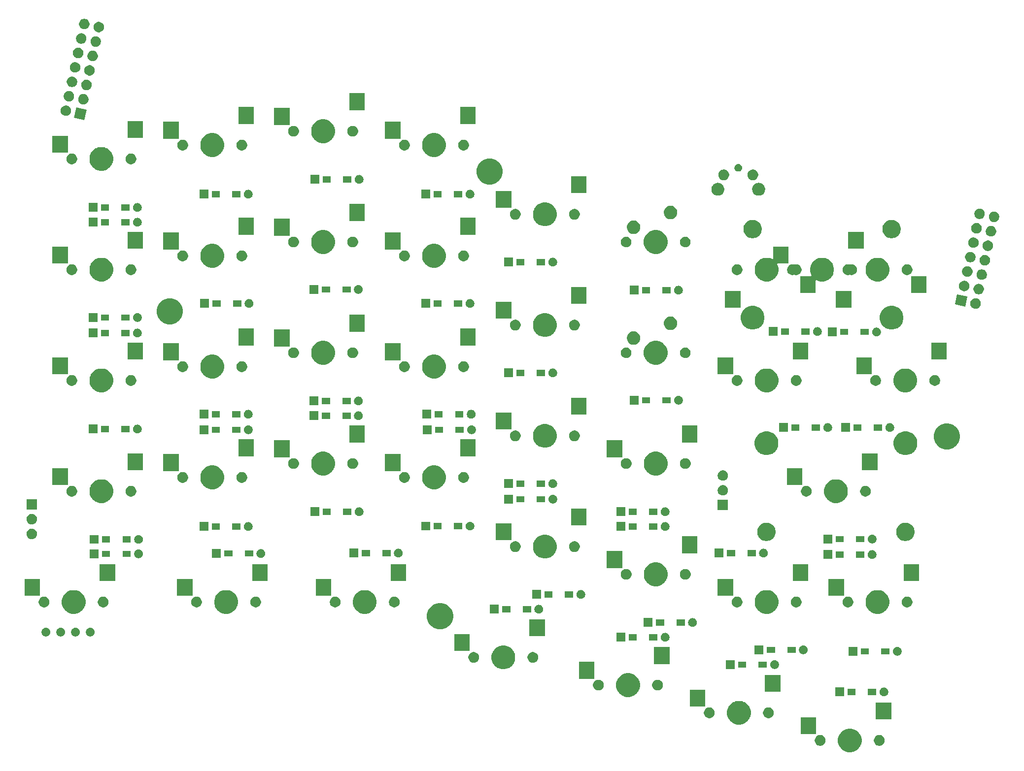
<source format=gbs>
G04 #@! TF.GenerationSoftware,KiCad,Pcbnew,(5.1.5-0-10_14)*
G04 #@! TF.CreationDate,2020-05-14T06:03:50+09:00*
G04 #@! TF.ProjectId,Colice,436f6c69-6365-42e6-9b69-6361645f7063,rev?*
G04 #@! TF.SameCoordinates,Original*
G04 #@! TF.FileFunction,Soldermask,Bot*
G04 #@! TF.FilePolarity,Negative*
%FSLAX46Y46*%
G04 Gerber Fmt 4.6, Leading zero omitted, Abs format (unit mm)*
G04 Created by KiCad (PCBNEW (5.1.5-0-10_14)) date 2020-05-14 06:03:50*
%MOMM*%
%LPD*%
G04 APERTURE LIST*
%ADD10C,0.100000*%
G04 APERTURE END LIST*
D10*
G36*
X241102724Y-143290544D02*
G01*
X241320724Y-143380843D01*
X241474873Y-143444693D01*
X241809798Y-143668483D01*
X242094627Y-143953312D01*
X242318417Y-144288237D01*
X242350812Y-144366446D01*
X242472566Y-144660386D01*
X242551150Y-145055454D01*
X242551150Y-145458266D01*
X242472566Y-145853334D01*
X242421701Y-145976132D01*
X242318417Y-146225483D01*
X242094627Y-146560408D01*
X241809798Y-146845237D01*
X241474873Y-147069027D01*
X241320724Y-147132877D01*
X241102724Y-147223176D01*
X240707656Y-147301760D01*
X240304844Y-147301760D01*
X239909776Y-147223176D01*
X239691776Y-147132877D01*
X239537627Y-147069027D01*
X239202702Y-146845237D01*
X238917873Y-146560408D01*
X238694083Y-146225483D01*
X238590799Y-145976132D01*
X238539934Y-145853334D01*
X238461350Y-145458266D01*
X238461350Y-145055454D01*
X238539934Y-144660386D01*
X238661688Y-144366446D01*
X238694083Y-144288237D01*
X238917873Y-143953312D01*
X239202702Y-143668483D01*
X239537627Y-143444693D01*
X239691776Y-143380843D01*
X239909776Y-143290544D01*
X240304844Y-143211960D01*
X240707656Y-143211960D01*
X241102724Y-143290544D01*
G37*
G36*
X235696354Y-144366445D02*
G01*
X235864876Y-144436249D01*
X236016541Y-144537588D01*
X236145522Y-144666569D01*
X236246861Y-144818234D01*
X236316665Y-144986756D01*
X236352250Y-145165657D01*
X236352250Y-145348063D01*
X236316665Y-145526964D01*
X236246861Y-145695486D01*
X236145522Y-145847151D01*
X236016541Y-145976132D01*
X235864876Y-146077471D01*
X235696354Y-146147275D01*
X235517453Y-146182860D01*
X235335047Y-146182860D01*
X235156146Y-146147275D01*
X234987624Y-146077471D01*
X234835959Y-145976132D01*
X234706978Y-145847151D01*
X234605639Y-145695486D01*
X234535835Y-145526964D01*
X234500250Y-145348063D01*
X234500250Y-145165657D01*
X234535835Y-144986756D01*
X234605639Y-144818234D01*
X234706978Y-144666569D01*
X234835959Y-144537588D01*
X234987624Y-144436249D01*
X235156146Y-144366445D01*
X235335047Y-144330860D01*
X235517453Y-144330860D01*
X235696354Y-144366445D01*
G37*
G36*
X245856354Y-144366445D02*
G01*
X246024876Y-144436249D01*
X246176541Y-144537588D01*
X246305522Y-144666569D01*
X246406861Y-144818234D01*
X246476665Y-144986756D01*
X246512250Y-145165657D01*
X246512250Y-145348063D01*
X246476665Y-145526964D01*
X246406861Y-145695486D01*
X246305522Y-145847151D01*
X246176541Y-145976132D01*
X246024876Y-146077471D01*
X245856354Y-146147275D01*
X245677453Y-146182860D01*
X245495047Y-146182860D01*
X245316146Y-146147275D01*
X245147624Y-146077471D01*
X244995959Y-145976132D01*
X244866978Y-145847151D01*
X244765639Y-145695486D01*
X244695835Y-145526964D01*
X244660250Y-145348063D01*
X244660250Y-145165657D01*
X244695835Y-144986756D01*
X244765639Y-144818234D01*
X244866978Y-144666569D01*
X244995959Y-144537588D01*
X245147624Y-144436249D01*
X245316146Y-144366445D01*
X245495047Y-144330860D01*
X245677453Y-144330860D01*
X245856354Y-144366445D01*
G37*
G36*
X234747250Y-144167860D02*
G01*
X232095250Y-144167860D01*
X232095250Y-141265860D01*
X234747250Y-141265860D01*
X234747250Y-144167860D01*
G37*
G36*
X222052724Y-138528024D02*
G01*
X222270724Y-138618323D01*
X222424873Y-138682173D01*
X222759798Y-138905963D01*
X223044627Y-139190792D01*
X223268417Y-139525717D01*
X223300812Y-139603926D01*
X223422566Y-139897866D01*
X223501150Y-140292934D01*
X223501150Y-140695746D01*
X223422566Y-141090814D01*
X223371701Y-141213612D01*
X223268417Y-141462963D01*
X223044627Y-141797888D01*
X222759798Y-142082717D01*
X222424873Y-142306507D01*
X222270724Y-142370357D01*
X222052724Y-142460656D01*
X221657656Y-142539240D01*
X221254844Y-142539240D01*
X220859776Y-142460656D01*
X220641776Y-142370357D01*
X220487627Y-142306507D01*
X220152702Y-142082717D01*
X219867873Y-141797888D01*
X219644083Y-141462963D01*
X219540799Y-141213612D01*
X219489934Y-141090814D01*
X219411350Y-140695746D01*
X219411350Y-140292934D01*
X219489934Y-139897866D01*
X219611688Y-139603926D01*
X219644083Y-139525717D01*
X219867873Y-139190792D01*
X220152702Y-138905963D01*
X220487627Y-138682173D01*
X220641776Y-138618323D01*
X220859776Y-138528024D01*
X221254844Y-138449440D01*
X221657656Y-138449440D01*
X222052724Y-138528024D01*
G37*
G36*
X247647250Y-141627860D02*
G01*
X244995250Y-141627860D01*
X244995250Y-138725860D01*
X247647250Y-138725860D01*
X247647250Y-141627860D01*
G37*
G36*
X226806354Y-139603925D02*
G01*
X226974876Y-139673729D01*
X227126541Y-139775068D01*
X227255522Y-139904049D01*
X227356861Y-140055714D01*
X227426665Y-140224236D01*
X227462250Y-140403137D01*
X227462250Y-140585543D01*
X227426665Y-140764444D01*
X227356861Y-140932966D01*
X227255522Y-141084631D01*
X227126541Y-141213612D01*
X226974876Y-141314951D01*
X226806354Y-141384755D01*
X226627453Y-141420340D01*
X226445047Y-141420340D01*
X226266146Y-141384755D01*
X226097624Y-141314951D01*
X225945959Y-141213612D01*
X225816978Y-141084631D01*
X225715639Y-140932966D01*
X225645835Y-140764444D01*
X225610250Y-140585543D01*
X225610250Y-140403137D01*
X225645835Y-140224236D01*
X225715639Y-140055714D01*
X225816978Y-139904049D01*
X225945959Y-139775068D01*
X226097624Y-139673729D01*
X226266146Y-139603925D01*
X226445047Y-139568340D01*
X226627453Y-139568340D01*
X226806354Y-139603925D01*
G37*
G36*
X216646354Y-139603925D02*
G01*
X216814876Y-139673729D01*
X216966541Y-139775068D01*
X217095522Y-139904049D01*
X217196861Y-140055714D01*
X217266665Y-140224236D01*
X217302250Y-140403137D01*
X217302250Y-140585543D01*
X217266665Y-140764444D01*
X217196861Y-140932966D01*
X217095522Y-141084631D01*
X216966541Y-141213612D01*
X216814876Y-141314951D01*
X216646354Y-141384755D01*
X216467453Y-141420340D01*
X216285047Y-141420340D01*
X216106146Y-141384755D01*
X215937624Y-141314951D01*
X215785959Y-141213612D01*
X215656978Y-141084631D01*
X215555639Y-140932966D01*
X215485835Y-140764444D01*
X215450250Y-140585543D01*
X215450250Y-140403137D01*
X215485835Y-140224236D01*
X215555639Y-140055714D01*
X215656978Y-139904049D01*
X215785959Y-139775068D01*
X215937624Y-139673729D01*
X216106146Y-139603925D01*
X216285047Y-139568340D01*
X216467453Y-139568340D01*
X216646354Y-139603925D01*
G37*
G36*
X215697251Y-139405340D02*
G01*
X213045251Y-139405340D01*
X213045251Y-136503340D01*
X215697251Y-136503340D01*
X215697251Y-139405340D01*
G37*
G36*
X203002724Y-133765504D02*
G01*
X203220724Y-133855803D01*
X203374873Y-133919653D01*
X203709798Y-134143443D01*
X203994627Y-134428272D01*
X204218417Y-134763197D01*
X204250812Y-134841406D01*
X204372566Y-135135346D01*
X204451150Y-135530414D01*
X204451150Y-135933226D01*
X204372566Y-136328294D01*
X204321701Y-136451092D01*
X204218417Y-136700443D01*
X203994627Y-137035368D01*
X203709798Y-137320197D01*
X203374873Y-137543987D01*
X203311591Y-137570199D01*
X203002724Y-137698136D01*
X202607656Y-137776720D01*
X202204844Y-137776720D01*
X201809776Y-137698136D01*
X201500909Y-137570199D01*
X201437627Y-137543987D01*
X201102702Y-137320197D01*
X200817873Y-137035368D01*
X200594083Y-136700443D01*
X200490799Y-136451092D01*
X200439934Y-136328294D01*
X200361350Y-135933226D01*
X200361350Y-135530414D01*
X200439934Y-135135346D01*
X200561688Y-134841406D01*
X200594083Y-134763197D01*
X200817873Y-134428272D01*
X201102702Y-134143443D01*
X201437627Y-133919653D01*
X201591776Y-133855803D01*
X201809776Y-133765504D01*
X202204844Y-133686920D01*
X202607656Y-133686920D01*
X203002724Y-133765504D01*
G37*
G36*
X246474425Y-136160599D02*
G01*
X246598621Y-136185302D01*
X246735022Y-136241801D01*
X246857779Y-136323825D01*
X246962175Y-136428221D01*
X247044199Y-136550978D01*
X247100698Y-136687379D01*
X247129500Y-136832181D01*
X247129500Y-136979819D01*
X247100698Y-137124621D01*
X247044199Y-137261022D01*
X246962175Y-137383779D01*
X246857779Y-137488175D01*
X246735022Y-137570199D01*
X246598621Y-137626698D01*
X246474425Y-137651401D01*
X246453820Y-137655500D01*
X246306180Y-137655500D01*
X246285575Y-137651401D01*
X246161379Y-137626698D01*
X246024978Y-137570199D01*
X245902221Y-137488175D01*
X245797825Y-137383779D01*
X245715801Y-137261022D01*
X245659302Y-137124621D01*
X245630500Y-136979819D01*
X245630500Y-136832181D01*
X245659302Y-136687379D01*
X245715801Y-136550978D01*
X245797825Y-136428221D01*
X245902221Y-136323825D01*
X246024978Y-136241801D01*
X246161379Y-136185302D01*
X246285575Y-136160599D01*
X246306180Y-136156500D01*
X246453820Y-136156500D01*
X246474425Y-136160599D01*
G37*
G36*
X239509500Y-137655500D02*
G01*
X238010500Y-137655500D01*
X238010500Y-136156500D01*
X239509500Y-136156500D01*
X239509500Y-137655500D01*
G37*
G36*
X241496000Y-137432000D02*
G01*
X240094000Y-137432000D01*
X240094000Y-136380000D01*
X241496000Y-136380000D01*
X241496000Y-137432000D01*
G37*
G36*
X245046000Y-137432000D02*
G01*
X243644000Y-137432000D01*
X243644000Y-136380000D01*
X245046000Y-136380000D01*
X245046000Y-137432000D01*
G37*
G36*
X228597250Y-136865340D02*
G01*
X225945250Y-136865340D01*
X225945250Y-133963340D01*
X228597250Y-133963340D01*
X228597250Y-136865340D01*
G37*
G36*
X197596354Y-134841405D02*
G01*
X197764876Y-134911209D01*
X197916541Y-135012548D01*
X198045522Y-135141529D01*
X198146861Y-135293194D01*
X198216665Y-135461716D01*
X198252250Y-135640617D01*
X198252250Y-135823023D01*
X198216665Y-136001924D01*
X198146861Y-136170446D01*
X198045522Y-136322111D01*
X197916541Y-136451092D01*
X197764876Y-136552431D01*
X197596354Y-136622235D01*
X197417453Y-136657820D01*
X197235047Y-136657820D01*
X197056146Y-136622235D01*
X196887624Y-136552431D01*
X196735959Y-136451092D01*
X196606978Y-136322111D01*
X196505639Y-136170446D01*
X196435835Y-136001924D01*
X196400250Y-135823023D01*
X196400250Y-135640617D01*
X196435835Y-135461716D01*
X196505639Y-135293194D01*
X196606978Y-135141529D01*
X196735959Y-135012548D01*
X196887624Y-134911209D01*
X197056146Y-134841405D01*
X197235047Y-134805820D01*
X197417453Y-134805820D01*
X197596354Y-134841405D01*
G37*
G36*
X207756354Y-134841405D02*
G01*
X207924876Y-134911209D01*
X208076541Y-135012548D01*
X208205522Y-135141529D01*
X208306861Y-135293194D01*
X208376665Y-135461716D01*
X208412250Y-135640617D01*
X208412250Y-135823023D01*
X208376665Y-136001924D01*
X208306861Y-136170446D01*
X208205522Y-136322111D01*
X208076541Y-136451092D01*
X207924876Y-136552431D01*
X207756354Y-136622235D01*
X207577453Y-136657820D01*
X207395047Y-136657820D01*
X207216146Y-136622235D01*
X207047624Y-136552431D01*
X206895959Y-136451092D01*
X206766978Y-136322111D01*
X206665639Y-136170446D01*
X206595835Y-136001924D01*
X206560250Y-135823023D01*
X206560250Y-135640617D01*
X206595835Y-135461716D01*
X206665639Y-135293194D01*
X206766978Y-135141529D01*
X206895959Y-135012548D01*
X207047624Y-134911209D01*
X207216146Y-134841405D01*
X207395047Y-134805820D01*
X207577453Y-134805820D01*
X207756354Y-134841405D01*
G37*
G36*
X196647251Y-134642820D02*
G01*
X193995251Y-134642820D01*
X193995251Y-131740820D01*
X196647251Y-131740820D01*
X196647251Y-134642820D01*
G37*
G36*
X181571474Y-129002984D02*
G01*
X181769055Y-129084825D01*
X181943623Y-129157133D01*
X182278548Y-129380923D01*
X182563377Y-129665752D01*
X182787167Y-130000677D01*
X182819562Y-130078886D01*
X182941316Y-130372826D01*
X183019900Y-130767894D01*
X183019900Y-131170706D01*
X182941316Y-131565774D01*
X182890451Y-131688572D01*
X182787167Y-131937923D01*
X182563377Y-132272848D01*
X182278548Y-132557677D01*
X181943623Y-132781467D01*
X181789474Y-132845317D01*
X181571474Y-132935616D01*
X181176406Y-133014200D01*
X180773594Y-133014200D01*
X180378526Y-132935616D01*
X180160526Y-132845317D01*
X180006377Y-132781467D01*
X179671452Y-132557677D01*
X179386623Y-132272848D01*
X179162833Y-131937923D01*
X179059549Y-131688572D01*
X179008684Y-131565774D01*
X178930100Y-131170706D01*
X178930100Y-130767894D01*
X179008684Y-130372826D01*
X179130438Y-130078886D01*
X179162833Y-130000677D01*
X179386623Y-129665752D01*
X179671452Y-129380923D01*
X180006377Y-129157133D01*
X180180945Y-129084825D01*
X180378526Y-129002984D01*
X180773594Y-128924400D01*
X181176406Y-128924400D01*
X181571474Y-129002984D01*
G37*
G36*
X227678425Y-131461599D02*
G01*
X227802621Y-131486302D01*
X227939022Y-131542801D01*
X228061779Y-131624825D01*
X228166175Y-131729221D01*
X228248199Y-131851978D01*
X228304698Y-131988379D01*
X228333500Y-132133181D01*
X228333500Y-132280819D01*
X228304698Y-132425621D01*
X228248199Y-132562022D01*
X228166175Y-132684779D01*
X228061779Y-132789175D01*
X227939022Y-132871199D01*
X227802621Y-132927698D01*
X227678425Y-132952401D01*
X227657820Y-132956500D01*
X227510180Y-132956500D01*
X227489575Y-132952401D01*
X227365379Y-132927698D01*
X227228978Y-132871199D01*
X227106221Y-132789175D01*
X227001825Y-132684779D01*
X226919801Y-132562022D01*
X226863302Y-132425621D01*
X226834500Y-132280819D01*
X226834500Y-132133181D01*
X226863302Y-131988379D01*
X226919801Y-131851978D01*
X227001825Y-131729221D01*
X227106221Y-131624825D01*
X227228978Y-131542801D01*
X227365379Y-131486302D01*
X227489575Y-131461599D01*
X227510180Y-131457500D01*
X227657820Y-131457500D01*
X227678425Y-131461599D01*
G37*
G36*
X220713500Y-132956500D02*
G01*
X219214500Y-132956500D01*
X219214500Y-131457500D01*
X220713500Y-131457500D01*
X220713500Y-132956500D01*
G37*
G36*
X222700000Y-132733000D02*
G01*
X221298000Y-132733000D01*
X221298000Y-131681000D01*
X222700000Y-131681000D01*
X222700000Y-132733000D01*
G37*
G36*
X226250000Y-132733000D02*
G01*
X224848000Y-132733000D01*
X224848000Y-131681000D01*
X226250000Y-131681000D01*
X226250000Y-132733000D01*
G37*
G36*
X209547250Y-132102820D02*
G01*
X206895250Y-132102820D01*
X206895250Y-129200820D01*
X209547250Y-129200820D01*
X209547250Y-132102820D01*
G37*
G36*
X176165104Y-130078885D02*
G01*
X176333626Y-130148689D01*
X176485291Y-130250028D01*
X176614272Y-130379009D01*
X176715611Y-130530674D01*
X176785415Y-130699196D01*
X176821000Y-130878097D01*
X176821000Y-131060503D01*
X176785415Y-131239404D01*
X176715611Y-131407926D01*
X176614272Y-131559591D01*
X176485291Y-131688572D01*
X176333626Y-131789911D01*
X176165104Y-131859715D01*
X175986203Y-131895300D01*
X175803797Y-131895300D01*
X175624896Y-131859715D01*
X175456374Y-131789911D01*
X175304709Y-131688572D01*
X175175728Y-131559591D01*
X175074389Y-131407926D01*
X175004585Y-131239404D01*
X174969000Y-131060503D01*
X174969000Y-130878097D01*
X175004585Y-130699196D01*
X175074389Y-130530674D01*
X175175728Y-130379009D01*
X175304709Y-130250028D01*
X175456374Y-130148689D01*
X175624896Y-130078885D01*
X175803797Y-130043300D01*
X175986203Y-130043300D01*
X176165104Y-130078885D01*
G37*
G36*
X186325104Y-130078885D02*
G01*
X186493626Y-130148689D01*
X186645291Y-130250028D01*
X186774272Y-130379009D01*
X186875611Y-130530674D01*
X186945415Y-130699196D01*
X186981000Y-130878097D01*
X186981000Y-131060503D01*
X186945415Y-131239404D01*
X186875611Y-131407926D01*
X186774272Y-131559591D01*
X186645291Y-131688572D01*
X186493626Y-131789911D01*
X186325104Y-131859715D01*
X186146203Y-131895300D01*
X185963797Y-131895300D01*
X185784896Y-131859715D01*
X185616374Y-131789911D01*
X185464709Y-131688572D01*
X185335728Y-131559591D01*
X185234389Y-131407926D01*
X185164585Y-131239404D01*
X185129000Y-131060503D01*
X185129000Y-130878097D01*
X185164585Y-130699196D01*
X185234389Y-130530674D01*
X185335728Y-130379009D01*
X185464709Y-130250028D01*
X185616374Y-130148689D01*
X185784896Y-130078885D01*
X185963797Y-130043300D01*
X186146203Y-130043300D01*
X186325104Y-130078885D01*
G37*
G36*
X241795500Y-130670500D02*
G01*
X240296500Y-130670500D01*
X240296500Y-129171500D01*
X241795500Y-129171500D01*
X241795500Y-130670500D01*
G37*
G36*
X248760425Y-129175599D02*
G01*
X248884621Y-129200302D01*
X249021022Y-129256801D01*
X249143779Y-129338825D01*
X249248175Y-129443221D01*
X249330199Y-129565978D01*
X249386698Y-129702379D01*
X249415500Y-129847181D01*
X249415500Y-129994819D01*
X249386698Y-130139621D01*
X249330199Y-130276022D01*
X249248175Y-130398779D01*
X249143779Y-130503175D01*
X249021022Y-130585199D01*
X248884621Y-130641698D01*
X248760425Y-130666401D01*
X248739820Y-130670500D01*
X248592180Y-130670500D01*
X248571575Y-130666401D01*
X248447379Y-130641698D01*
X248310978Y-130585199D01*
X248188221Y-130503175D01*
X248083825Y-130398779D01*
X248001801Y-130276022D01*
X247945302Y-130139621D01*
X247916500Y-129994819D01*
X247916500Y-129847181D01*
X247945302Y-129702379D01*
X248001801Y-129565978D01*
X248083825Y-129443221D01*
X248188221Y-129338825D01*
X248310978Y-129256801D01*
X248447379Y-129200302D01*
X248571575Y-129175599D01*
X248592180Y-129171500D01*
X248739820Y-129171500D01*
X248760425Y-129175599D01*
G37*
G36*
X247332000Y-130447000D02*
G01*
X245930000Y-130447000D01*
X245930000Y-129395000D01*
X247332000Y-129395000D01*
X247332000Y-130447000D01*
G37*
G36*
X243782000Y-130447000D02*
G01*
X242380000Y-130447000D01*
X242380000Y-129395000D01*
X243782000Y-129395000D01*
X243782000Y-130447000D01*
G37*
G36*
X225666500Y-130416500D02*
G01*
X224167500Y-130416500D01*
X224167500Y-128917500D01*
X225666500Y-128917500D01*
X225666500Y-130416500D01*
G37*
G36*
X232631425Y-128921599D02*
G01*
X232755621Y-128946302D01*
X232892022Y-129002801D01*
X233014779Y-129084825D01*
X233119175Y-129189221D01*
X233201199Y-129311978D01*
X233257698Y-129448379D01*
X233286500Y-129593181D01*
X233286500Y-129740819D01*
X233257698Y-129885621D01*
X233201199Y-130022022D01*
X233119175Y-130144779D01*
X233014779Y-130249175D01*
X232892022Y-130331199D01*
X232755621Y-130387698D01*
X232631425Y-130412401D01*
X232610820Y-130416500D01*
X232463180Y-130416500D01*
X232442575Y-130412401D01*
X232318379Y-130387698D01*
X232181978Y-130331199D01*
X232059221Y-130249175D01*
X231954825Y-130144779D01*
X231872801Y-130022022D01*
X231816302Y-129885621D01*
X231787500Y-129740819D01*
X231787500Y-129593181D01*
X231816302Y-129448379D01*
X231872801Y-129311978D01*
X231954825Y-129189221D01*
X232059221Y-129084825D01*
X232181978Y-129002801D01*
X232318379Y-128946302D01*
X232442575Y-128921599D01*
X232463180Y-128917500D01*
X232610820Y-128917500D01*
X232631425Y-128921599D01*
G37*
G36*
X227653000Y-130193000D02*
G01*
X226251000Y-130193000D01*
X226251000Y-129141000D01*
X227653000Y-129141000D01*
X227653000Y-130193000D01*
G37*
G36*
X231203000Y-130193000D02*
G01*
X229801000Y-130193000D01*
X229801000Y-129141000D01*
X231203000Y-129141000D01*
X231203000Y-130193000D01*
G37*
G36*
X175216000Y-129880300D02*
G01*
X172564000Y-129880300D01*
X172564000Y-126978300D01*
X175216000Y-126978300D01*
X175216000Y-129880300D01*
G37*
G36*
X201917500Y-128257500D02*
G01*
X200418500Y-128257500D01*
X200418500Y-126758500D01*
X201917500Y-126758500D01*
X201917500Y-128257500D01*
G37*
G36*
X208882425Y-126762599D02*
G01*
X209006621Y-126787302D01*
X209143022Y-126843801D01*
X209265779Y-126925825D01*
X209370175Y-127030221D01*
X209452199Y-127152978D01*
X209508698Y-127289379D01*
X209537500Y-127434181D01*
X209537500Y-127581819D01*
X209508698Y-127726621D01*
X209452199Y-127863022D01*
X209370175Y-127985779D01*
X209265779Y-128090175D01*
X209143022Y-128172199D01*
X209006621Y-128228698D01*
X208882425Y-128253401D01*
X208861820Y-128257500D01*
X208714180Y-128257500D01*
X208693575Y-128253401D01*
X208569379Y-128228698D01*
X208432978Y-128172199D01*
X208310221Y-128090175D01*
X208205825Y-127985779D01*
X208123801Y-127863022D01*
X208067302Y-127726621D01*
X208038500Y-127581819D01*
X208038500Y-127434181D01*
X208067302Y-127289379D01*
X208123801Y-127152978D01*
X208205825Y-127030221D01*
X208310221Y-126925825D01*
X208432978Y-126843801D01*
X208569379Y-126787302D01*
X208693575Y-126762599D01*
X208714180Y-126758500D01*
X208861820Y-126758500D01*
X208882425Y-126762599D01*
G37*
G36*
X207454000Y-128034000D02*
G01*
X206052000Y-128034000D01*
X206052000Y-126982000D01*
X207454000Y-126982000D01*
X207454000Y-128034000D01*
G37*
G36*
X203904000Y-128034000D02*
G01*
X202502000Y-128034000D01*
X202502000Y-126982000D01*
X203904000Y-126982000D01*
X203904000Y-128034000D01*
G37*
G36*
X110108175Y-125873599D02*
G01*
X110232371Y-125898302D01*
X110368772Y-125954801D01*
X110491529Y-126036825D01*
X110595925Y-126141221D01*
X110677949Y-126263978D01*
X110734448Y-126400379D01*
X110763250Y-126545181D01*
X110763250Y-126692819D01*
X110734448Y-126837621D01*
X110677949Y-126974022D01*
X110595925Y-127096779D01*
X110491529Y-127201175D01*
X110368772Y-127283199D01*
X110232371Y-127339698D01*
X110108175Y-127364401D01*
X110087570Y-127368500D01*
X109939930Y-127368500D01*
X109919325Y-127364401D01*
X109795129Y-127339698D01*
X109658728Y-127283199D01*
X109535971Y-127201175D01*
X109431575Y-127096779D01*
X109349551Y-126974022D01*
X109293052Y-126837621D01*
X109264250Y-126692819D01*
X109264250Y-126545181D01*
X109293052Y-126400379D01*
X109349551Y-126263978D01*
X109431575Y-126141221D01*
X109535971Y-126036825D01*
X109658728Y-125954801D01*
X109795129Y-125898302D01*
X109919325Y-125873599D01*
X109939930Y-125869500D01*
X110087570Y-125869500D01*
X110108175Y-125873599D01*
G37*
G36*
X107568175Y-125873599D02*
G01*
X107692371Y-125898302D01*
X107828772Y-125954801D01*
X107951529Y-126036825D01*
X108055925Y-126141221D01*
X108137949Y-126263978D01*
X108194448Y-126400379D01*
X108223250Y-126545181D01*
X108223250Y-126692819D01*
X108194448Y-126837621D01*
X108137949Y-126974022D01*
X108055925Y-127096779D01*
X107951529Y-127201175D01*
X107828772Y-127283199D01*
X107692371Y-127339698D01*
X107568175Y-127364401D01*
X107547570Y-127368500D01*
X107399930Y-127368500D01*
X107379325Y-127364401D01*
X107255129Y-127339698D01*
X107118728Y-127283199D01*
X106995971Y-127201175D01*
X106891575Y-127096779D01*
X106809551Y-126974022D01*
X106753052Y-126837621D01*
X106724250Y-126692819D01*
X106724250Y-126545181D01*
X106753052Y-126400379D01*
X106809551Y-126263978D01*
X106891575Y-126141221D01*
X106995971Y-126036825D01*
X107118728Y-125954801D01*
X107255129Y-125898302D01*
X107379325Y-125873599D01*
X107399930Y-125869500D01*
X107547570Y-125869500D01*
X107568175Y-125873599D01*
G37*
G36*
X105028175Y-125873599D02*
G01*
X105152371Y-125898302D01*
X105288772Y-125954801D01*
X105411529Y-126036825D01*
X105515925Y-126141221D01*
X105597949Y-126263978D01*
X105654448Y-126400379D01*
X105683250Y-126545181D01*
X105683250Y-126692819D01*
X105654448Y-126837621D01*
X105597949Y-126974022D01*
X105515925Y-127096779D01*
X105411529Y-127201175D01*
X105288772Y-127283199D01*
X105152371Y-127339698D01*
X105028175Y-127364401D01*
X105007570Y-127368500D01*
X104859930Y-127368500D01*
X104839325Y-127364401D01*
X104715129Y-127339698D01*
X104578728Y-127283199D01*
X104455971Y-127201175D01*
X104351575Y-127096779D01*
X104269551Y-126974022D01*
X104213052Y-126837621D01*
X104184250Y-126692819D01*
X104184250Y-126545181D01*
X104213052Y-126400379D01*
X104269551Y-126263978D01*
X104351575Y-126141221D01*
X104455971Y-126036825D01*
X104578728Y-125954801D01*
X104715129Y-125898302D01*
X104839325Y-125873599D01*
X104859930Y-125869500D01*
X105007570Y-125869500D01*
X105028175Y-125873599D01*
G37*
G36*
X102488175Y-125873599D02*
G01*
X102612371Y-125898302D01*
X102748772Y-125954801D01*
X102871529Y-126036825D01*
X102975925Y-126141221D01*
X103057949Y-126263978D01*
X103114448Y-126400379D01*
X103143250Y-126545181D01*
X103143250Y-126692819D01*
X103114448Y-126837621D01*
X103057949Y-126974022D01*
X102975925Y-127096779D01*
X102871529Y-127201175D01*
X102748772Y-127283199D01*
X102612371Y-127339698D01*
X102488175Y-127364401D01*
X102467570Y-127368500D01*
X102319930Y-127368500D01*
X102299325Y-127364401D01*
X102175129Y-127339698D01*
X102038728Y-127283199D01*
X101915971Y-127201175D01*
X101811575Y-127096779D01*
X101729551Y-126974022D01*
X101673052Y-126837621D01*
X101644250Y-126692819D01*
X101644250Y-126545181D01*
X101673052Y-126400379D01*
X101729551Y-126263978D01*
X101811575Y-126141221D01*
X101915971Y-126036825D01*
X102038728Y-125954801D01*
X102175129Y-125898302D01*
X102299325Y-125873599D01*
X102319930Y-125869500D01*
X102467570Y-125869500D01*
X102488175Y-125873599D01*
G37*
G36*
X188116000Y-127340300D02*
G01*
X185464000Y-127340300D01*
X185464000Y-124438300D01*
X188116000Y-124438300D01*
X188116000Y-127340300D01*
G37*
G36*
X170392380Y-121650816D02*
G01*
X170773093Y-121726544D01*
X171182749Y-121896229D01*
X171551429Y-122142574D01*
X171864966Y-122456111D01*
X172111311Y-122824791D01*
X172280996Y-123234447D01*
X172367500Y-123669336D01*
X172367500Y-124112744D01*
X172280996Y-124547633D01*
X172111311Y-124957289D01*
X171864966Y-125325969D01*
X171551429Y-125639506D01*
X171182749Y-125885851D01*
X170773093Y-126055536D01*
X170392380Y-126131264D01*
X170338205Y-126142040D01*
X169894795Y-126142040D01*
X169840620Y-126131264D01*
X169459907Y-126055536D01*
X169050251Y-125885851D01*
X168681571Y-125639506D01*
X168368034Y-125325969D01*
X168121689Y-124957289D01*
X167952004Y-124547633D01*
X167865500Y-124112744D01*
X167865500Y-123669336D01*
X167952004Y-123234447D01*
X168121689Y-122824791D01*
X168368034Y-122456111D01*
X168681571Y-122142574D01*
X169050251Y-121896229D01*
X169459907Y-121726544D01*
X169840620Y-121650816D01*
X169894795Y-121640040D01*
X170338205Y-121640040D01*
X170392380Y-121650816D01*
G37*
G36*
X213581425Y-124222599D02*
G01*
X213705621Y-124247302D01*
X213842022Y-124303801D01*
X213964779Y-124385825D01*
X214069175Y-124490221D01*
X214151199Y-124612978D01*
X214207698Y-124749379D01*
X214236500Y-124894181D01*
X214236500Y-125041819D01*
X214207698Y-125186621D01*
X214151199Y-125323022D01*
X214069175Y-125445779D01*
X213964779Y-125550175D01*
X213842022Y-125632199D01*
X213705621Y-125688698D01*
X213581425Y-125713401D01*
X213560820Y-125717500D01*
X213413180Y-125717500D01*
X213392575Y-125713401D01*
X213268379Y-125688698D01*
X213131978Y-125632199D01*
X213009221Y-125550175D01*
X212904825Y-125445779D01*
X212822801Y-125323022D01*
X212766302Y-125186621D01*
X212737500Y-125041819D01*
X212737500Y-124894181D01*
X212766302Y-124749379D01*
X212822801Y-124612978D01*
X212904825Y-124490221D01*
X213009221Y-124385825D01*
X213131978Y-124303801D01*
X213268379Y-124247302D01*
X213392575Y-124222599D01*
X213413180Y-124218500D01*
X213560820Y-124218500D01*
X213581425Y-124222599D01*
G37*
G36*
X206616500Y-125717500D02*
G01*
X205117500Y-125717500D01*
X205117500Y-124218500D01*
X206616500Y-124218500D01*
X206616500Y-125717500D01*
G37*
G36*
X208603000Y-125494000D02*
G01*
X207201000Y-125494000D01*
X207201000Y-124442000D01*
X208603000Y-124442000D01*
X208603000Y-125494000D01*
G37*
G36*
X212153000Y-125494000D02*
G01*
X210751000Y-125494000D01*
X210751000Y-124442000D01*
X212153000Y-124442000D01*
X212153000Y-125494000D01*
G37*
G36*
X107752724Y-119477944D02*
G01*
X107950402Y-119559825D01*
X108124873Y-119632093D01*
X108459798Y-119855883D01*
X108744627Y-120140712D01*
X108968417Y-120475637D01*
X109000812Y-120553846D01*
X109122566Y-120847786D01*
X109201150Y-121242854D01*
X109201150Y-121645666D01*
X109122566Y-122040734D01*
X109071701Y-122163532D01*
X108968417Y-122412883D01*
X108744627Y-122747808D01*
X108459798Y-123032637D01*
X108124873Y-123256427D01*
X107970724Y-123320277D01*
X107752724Y-123410576D01*
X107357656Y-123489160D01*
X106954844Y-123489160D01*
X106559776Y-123410576D01*
X106341776Y-123320277D01*
X106187627Y-123256427D01*
X105852702Y-123032637D01*
X105567873Y-122747808D01*
X105344083Y-122412883D01*
X105240799Y-122163532D01*
X105189934Y-122040734D01*
X105111350Y-121645666D01*
X105111350Y-121242854D01*
X105189934Y-120847786D01*
X105311688Y-120553846D01*
X105344083Y-120475637D01*
X105567873Y-120140712D01*
X105852702Y-119855883D01*
X106187627Y-119632093D01*
X106362098Y-119559825D01*
X106559776Y-119477944D01*
X106954844Y-119399360D01*
X107357656Y-119399360D01*
X107752724Y-119477944D01*
G37*
G36*
X245865224Y-119477944D02*
G01*
X246062902Y-119559825D01*
X246237373Y-119632093D01*
X246572298Y-119855883D01*
X246857127Y-120140712D01*
X247080917Y-120475637D01*
X247113312Y-120553846D01*
X247235066Y-120847786D01*
X247313650Y-121242854D01*
X247313650Y-121645666D01*
X247235066Y-122040734D01*
X247184201Y-122163532D01*
X247080917Y-122412883D01*
X246857127Y-122747808D01*
X246572298Y-123032637D01*
X246237373Y-123256427D01*
X246083224Y-123320277D01*
X245865224Y-123410576D01*
X245470156Y-123489160D01*
X245067344Y-123489160D01*
X244672276Y-123410576D01*
X244454276Y-123320277D01*
X244300127Y-123256427D01*
X243965202Y-123032637D01*
X243680373Y-122747808D01*
X243456583Y-122412883D01*
X243353299Y-122163532D01*
X243302434Y-122040734D01*
X243223850Y-121645666D01*
X243223850Y-121242854D01*
X243302434Y-120847786D01*
X243424188Y-120553846D01*
X243456583Y-120475637D01*
X243680373Y-120140712D01*
X243965202Y-119855883D01*
X244300127Y-119632093D01*
X244474598Y-119559825D01*
X244672276Y-119477944D01*
X245067344Y-119399360D01*
X245470156Y-119399360D01*
X245865224Y-119477944D01*
G37*
G36*
X226815224Y-119477944D02*
G01*
X227012902Y-119559825D01*
X227187373Y-119632093D01*
X227522298Y-119855883D01*
X227807127Y-120140712D01*
X228030917Y-120475637D01*
X228063312Y-120553846D01*
X228185066Y-120847786D01*
X228263650Y-121242854D01*
X228263650Y-121645666D01*
X228185066Y-122040734D01*
X228134201Y-122163532D01*
X228030917Y-122412883D01*
X227807127Y-122747808D01*
X227522298Y-123032637D01*
X227187373Y-123256427D01*
X227033224Y-123320277D01*
X226815224Y-123410576D01*
X226420156Y-123489160D01*
X226017344Y-123489160D01*
X225622276Y-123410576D01*
X225404276Y-123320277D01*
X225250127Y-123256427D01*
X224915202Y-123032637D01*
X224630373Y-122747808D01*
X224406583Y-122412883D01*
X224303299Y-122163532D01*
X224252434Y-122040734D01*
X224173850Y-121645666D01*
X224173850Y-121242854D01*
X224252434Y-120847786D01*
X224374188Y-120553846D01*
X224406583Y-120475637D01*
X224630373Y-120140712D01*
X224915202Y-119855883D01*
X225250127Y-119632093D01*
X225424598Y-119559825D01*
X225622276Y-119477944D01*
X226017344Y-119399360D01*
X226420156Y-119399360D01*
X226815224Y-119477944D01*
G37*
G36*
X157758974Y-119477944D02*
G01*
X157956652Y-119559825D01*
X158131123Y-119632093D01*
X158466048Y-119855883D01*
X158750877Y-120140712D01*
X158974667Y-120475637D01*
X159007062Y-120553846D01*
X159128816Y-120847786D01*
X159207400Y-121242854D01*
X159207400Y-121645666D01*
X159128816Y-122040734D01*
X159077951Y-122163532D01*
X158974667Y-122412883D01*
X158750877Y-122747808D01*
X158466048Y-123032637D01*
X158131123Y-123256427D01*
X157976974Y-123320277D01*
X157758974Y-123410576D01*
X157363906Y-123489160D01*
X156961094Y-123489160D01*
X156566026Y-123410576D01*
X156348026Y-123320277D01*
X156193877Y-123256427D01*
X155858952Y-123032637D01*
X155574123Y-122747808D01*
X155350333Y-122412883D01*
X155247049Y-122163532D01*
X155196184Y-122040734D01*
X155117600Y-121645666D01*
X155117600Y-121242854D01*
X155196184Y-120847786D01*
X155317938Y-120553846D01*
X155350333Y-120475637D01*
X155574123Y-120140712D01*
X155858952Y-119855883D01*
X156193877Y-119632093D01*
X156368348Y-119559825D01*
X156566026Y-119477944D01*
X156961094Y-119399360D01*
X157363906Y-119399360D01*
X157758974Y-119477944D01*
G37*
G36*
X133946474Y-119477944D02*
G01*
X134144152Y-119559825D01*
X134318623Y-119632093D01*
X134653548Y-119855883D01*
X134938377Y-120140712D01*
X135162167Y-120475637D01*
X135194562Y-120553846D01*
X135316316Y-120847786D01*
X135394900Y-121242854D01*
X135394900Y-121645666D01*
X135316316Y-122040734D01*
X135265451Y-122163532D01*
X135162167Y-122412883D01*
X134938377Y-122747808D01*
X134653548Y-123032637D01*
X134318623Y-123256427D01*
X134164474Y-123320277D01*
X133946474Y-123410576D01*
X133551406Y-123489160D01*
X133148594Y-123489160D01*
X132753526Y-123410576D01*
X132535526Y-123320277D01*
X132381377Y-123256427D01*
X132046452Y-123032637D01*
X131761623Y-122747808D01*
X131537833Y-122412883D01*
X131434549Y-122163532D01*
X131383684Y-122040734D01*
X131305100Y-121645666D01*
X131305100Y-121242854D01*
X131383684Y-120847786D01*
X131505438Y-120553846D01*
X131537833Y-120475637D01*
X131761623Y-120140712D01*
X132046452Y-119855883D01*
X132381377Y-119632093D01*
X132555848Y-119559825D01*
X132753526Y-119477944D01*
X133148594Y-119399360D01*
X133551406Y-119399360D01*
X133946474Y-119477944D01*
G37*
G36*
X180200500Y-123431500D02*
G01*
X178701500Y-123431500D01*
X178701500Y-121932500D01*
X180200500Y-121932500D01*
X180200500Y-123431500D01*
G37*
G36*
X187165425Y-121936599D02*
G01*
X187289621Y-121961302D01*
X187426022Y-122017801D01*
X187548779Y-122099825D01*
X187653175Y-122204221D01*
X187735199Y-122326978D01*
X187791698Y-122463379D01*
X187820500Y-122608181D01*
X187820500Y-122755819D01*
X187791698Y-122900621D01*
X187735199Y-123037022D01*
X187653175Y-123159779D01*
X187548779Y-123264175D01*
X187426022Y-123346199D01*
X187289621Y-123402698D01*
X187165425Y-123427401D01*
X187144820Y-123431500D01*
X186997180Y-123431500D01*
X186976575Y-123427401D01*
X186852379Y-123402698D01*
X186715978Y-123346199D01*
X186593221Y-123264175D01*
X186488825Y-123159779D01*
X186406801Y-123037022D01*
X186350302Y-122900621D01*
X186321500Y-122755819D01*
X186321500Y-122608181D01*
X186350302Y-122463379D01*
X186406801Y-122326978D01*
X186488825Y-122204221D01*
X186593221Y-122099825D01*
X186715978Y-122017801D01*
X186852379Y-121961302D01*
X186976575Y-121936599D01*
X186997180Y-121932500D01*
X187144820Y-121932500D01*
X187165425Y-121936599D01*
G37*
G36*
X185737000Y-123208000D02*
G01*
X184335000Y-123208000D01*
X184335000Y-122156000D01*
X185737000Y-122156000D01*
X185737000Y-123208000D01*
G37*
G36*
X182187000Y-123208000D02*
G01*
X180785000Y-123208000D01*
X180785000Y-122156000D01*
X182187000Y-122156000D01*
X182187000Y-123208000D01*
G37*
G36*
X102346354Y-120553845D02*
G01*
X102514876Y-120623649D01*
X102666541Y-120724988D01*
X102795522Y-120853969D01*
X102896861Y-121005634D01*
X102966665Y-121174156D01*
X103002250Y-121353057D01*
X103002250Y-121535463D01*
X102966665Y-121714364D01*
X102896861Y-121882886D01*
X102795522Y-122034551D01*
X102666541Y-122163532D01*
X102514876Y-122264871D01*
X102346354Y-122334675D01*
X102167453Y-122370260D01*
X101985047Y-122370260D01*
X101806146Y-122334675D01*
X101637624Y-122264871D01*
X101485959Y-122163532D01*
X101356978Y-122034551D01*
X101255639Y-121882886D01*
X101185835Y-121714364D01*
X101150250Y-121535463D01*
X101150250Y-121353057D01*
X101185835Y-121174156D01*
X101255639Y-121005634D01*
X101356978Y-120853969D01*
X101485959Y-120724988D01*
X101637624Y-120623649D01*
X101806146Y-120553845D01*
X101985047Y-120518260D01*
X102167453Y-120518260D01*
X102346354Y-120553845D01*
G37*
G36*
X112506354Y-120553845D02*
G01*
X112674876Y-120623649D01*
X112826541Y-120724988D01*
X112955522Y-120853969D01*
X113056861Y-121005634D01*
X113126665Y-121174156D01*
X113162250Y-121353057D01*
X113162250Y-121535463D01*
X113126665Y-121714364D01*
X113056861Y-121882886D01*
X112955522Y-122034551D01*
X112826541Y-122163532D01*
X112674876Y-122264871D01*
X112506354Y-122334675D01*
X112327453Y-122370260D01*
X112145047Y-122370260D01*
X111966146Y-122334675D01*
X111797624Y-122264871D01*
X111645959Y-122163532D01*
X111516978Y-122034551D01*
X111415639Y-121882886D01*
X111345835Y-121714364D01*
X111310250Y-121535463D01*
X111310250Y-121353057D01*
X111345835Y-121174156D01*
X111415639Y-121005634D01*
X111516978Y-120853969D01*
X111645959Y-120724988D01*
X111797624Y-120623649D01*
X111966146Y-120553845D01*
X112145047Y-120518260D01*
X112327453Y-120518260D01*
X112506354Y-120553845D01*
G37*
G36*
X128540104Y-120553845D02*
G01*
X128708626Y-120623649D01*
X128860291Y-120724988D01*
X128989272Y-120853969D01*
X129090611Y-121005634D01*
X129160415Y-121174156D01*
X129196000Y-121353057D01*
X129196000Y-121535463D01*
X129160415Y-121714364D01*
X129090611Y-121882886D01*
X128989272Y-122034551D01*
X128860291Y-122163532D01*
X128708626Y-122264871D01*
X128540104Y-122334675D01*
X128361203Y-122370260D01*
X128178797Y-122370260D01*
X127999896Y-122334675D01*
X127831374Y-122264871D01*
X127679709Y-122163532D01*
X127550728Y-122034551D01*
X127449389Y-121882886D01*
X127379585Y-121714364D01*
X127344000Y-121535463D01*
X127344000Y-121353057D01*
X127379585Y-121174156D01*
X127449389Y-121005634D01*
X127550728Y-120853969D01*
X127679709Y-120724988D01*
X127831374Y-120623649D01*
X127999896Y-120553845D01*
X128178797Y-120518260D01*
X128361203Y-120518260D01*
X128540104Y-120553845D01*
G37*
G36*
X138700104Y-120553845D02*
G01*
X138868626Y-120623649D01*
X139020291Y-120724988D01*
X139149272Y-120853969D01*
X139250611Y-121005634D01*
X139320415Y-121174156D01*
X139356000Y-121353057D01*
X139356000Y-121535463D01*
X139320415Y-121714364D01*
X139250611Y-121882886D01*
X139149272Y-122034551D01*
X139020291Y-122163532D01*
X138868626Y-122264871D01*
X138700104Y-122334675D01*
X138521203Y-122370260D01*
X138338797Y-122370260D01*
X138159896Y-122334675D01*
X137991374Y-122264871D01*
X137839709Y-122163532D01*
X137710728Y-122034551D01*
X137609389Y-121882886D01*
X137539585Y-121714364D01*
X137504000Y-121535463D01*
X137504000Y-121353057D01*
X137539585Y-121174156D01*
X137609389Y-121005634D01*
X137710728Y-120853969D01*
X137839709Y-120724988D01*
X137991374Y-120623649D01*
X138159896Y-120553845D01*
X138338797Y-120518260D01*
X138521203Y-120518260D01*
X138700104Y-120553845D01*
G37*
G36*
X152352604Y-120553845D02*
G01*
X152521126Y-120623649D01*
X152672791Y-120724988D01*
X152801772Y-120853969D01*
X152903111Y-121005634D01*
X152972915Y-121174156D01*
X153008500Y-121353057D01*
X153008500Y-121535463D01*
X152972915Y-121714364D01*
X152903111Y-121882886D01*
X152801772Y-122034551D01*
X152672791Y-122163532D01*
X152521126Y-122264871D01*
X152352604Y-122334675D01*
X152173703Y-122370260D01*
X151991297Y-122370260D01*
X151812396Y-122334675D01*
X151643874Y-122264871D01*
X151492209Y-122163532D01*
X151363228Y-122034551D01*
X151261889Y-121882886D01*
X151192085Y-121714364D01*
X151156500Y-121535463D01*
X151156500Y-121353057D01*
X151192085Y-121174156D01*
X151261889Y-121005634D01*
X151363228Y-120853969D01*
X151492209Y-120724988D01*
X151643874Y-120623649D01*
X151812396Y-120553845D01*
X151991297Y-120518260D01*
X152173703Y-120518260D01*
X152352604Y-120553845D01*
G37*
G36*
X162512604Y-120553845D02*
G01*
X162681126Y-120623649D01*
X162832791Y-120724988D01*
X162961772Y-120853969D01*
X163063111Y-121005634D01*
X163132915Y-121174156D01*
X163168500Y-121353057D01*
X163168500Y-121535463D01*
X163132915Y-121714364D01*
X163063111Y-121882886D01*
X162961772Y-122034551D01*
X162832791Y-122163532D01*
X162681126Y-122264871D01*
X162512604Y-122334675D01*
X162333703Y-122370260D01*
X162151297Y-122370260D01*
X161972396Y-122334675D01*
X161803874Y-122264871D01*
X161652209Y-122163532D01*
X161523228Y-122034551D01*
X161421889Y-121882886D01*
X161352085Y-121714364D01*
X161316500Y-121535463D01*
X161316500Y-121353057D01*
X161352085Y-121174156D01*
X161421889Y-121005634D01*
X161523228Y-120853969D01*
X161652209Y-120724988D01*
X161803874Y-120623649D01*
X161972396Y-120553845D01*
X162151297Y-120518260D01*
X162333703Y-120518260D01*
X162512604Y-120553845D01*
G37*
G36*
X231568854Y-120553845D02*
G01*
X231737376Y-120623649D01*
X231889041Y-120724988D01*
X232018022Y-120853969D01*
X232119361Y-121005634D01*
X232189165Y-121174156D01*
X232224750Y-121353057D01*
X232224750Y-121535463D01*
X232189165Y-121714364D01*
X232119361Y-121882886D01*
X232018022Y-122034551D01*
X231889041Y-122163532D01*
X231737376Y-122264871D01*
X231568854Y-122334675D01*
X231389953Y-122370260D01*
X231207547Y-122370260D01*
X231028646Y-122334675D01*
X230860124Y-122264871D01*
X230708459Y-122163532D01*
X230579478Y-122034551D01*
X230478139Y-121882886D01*
X230408335Y-121714364D01*
X230372750Y-121535463D01*
X230372750Y-121353057D01*
X230408335Y-121174156D01*
X230478139Y-121005634D01*
X230579478Y-120853969D01*
X230708459Y-120724988D01*
X230860124Y-120623649D01*
X231028646Y-120553845D01*
X231207547Y-120518260D01*
X231389953Y-120518260D01*
X231568854Y-120553845D01*
G37*
G36*
X221408854Y-120553845D02*
G01*
X221577376Y-120623649D01*
X221729041Y-120724988D01*
X221858022Y-120853969D01*
X221959361Y-121005634D01*
X222029165Y-121174156D01*
X222064750Y-121353057D01*
X222064750Y-121535463D01*
X222029165Y-121714364D01*
X221959361Y-121882886D01*
X221858022Y-122034551D01*
X221729041Y-122163532D01*
X221577376Y-122264871D01*
X221408854Y-122334675D01*
X221229953Y-122370260D01*
X221047547Y-122370260D01*
X220868646Y-122334675D01*
X220700124Y-122264871D01*
X220548459Y-122163532D01*
X220419478Y-122034551D01*
X220318139Y-121882886D01*
X220248335Y-121714364D01*
X220212750Y-121535463D01*
X220212750Y-121353057D01*
X220248335Y-121174156D01*
X220318139Y-121005634D01*
X220419478Y-120853969D01*
X220548459Y-120724988D01*
X220700124Y-120623649D01*
X220868646Y-120553845D01*
X221047547Y-120518260D01*
X221229953Y-120518260D01*
X221408854Y-120553845D01*
G37*
G36*
X250618854Y-120553845D02*
G01*
X250787376Y-120623649D01*
X250939041Y-120724988D01*
X251068022Y-120853969D01*
X251169361Y-121005634D01*
X251239165Y-121174156D01*
X251274750Y-121353057D01*
X251274750Y-121535463D01*
X251239165Y-121714364D01*
X251169361Y-121882886D01*
X251068022Y-122034551D01*
X250939041Y-122163532D01*
X250787376Y-122264871D01*
X250618854Y-122334675D01*
X250439953Y-122370260D01*
X250257547Y-122370260D01*
X250078646Y-122334675D01*
X249910124Y-122264871D01*
X249758459Y-122163532D01*
X249629478Y-122034551D01*
X249528139Y-121882886D01*
X249458335Y-121714364D01*
X249422750Y-121535463D01*
X249422750Y-121353057D01*
X249458335Y-121174156D01*
X249528139Y-121005634D01*
X249629478Y-120853969D01*
X249758459Y-120724988D01*
X249910124Y-120623649D01*
X250078646Y-120553845D01*
X250257547Y-120518260D01*
X250439953Y-120518260D01*
X250618854Y-120553845D01*
G37*
G36*
X240458854Y-120553845D02*
G01*
X240627376Y-120623649D01*
X240779041Y-120724988D01*
X240908022Y-120853969D01*
X241009361Y-121005634D01*
X241079165Y-121174156D01*
X241114750Y-121353057D01*
X241114750Y-121535463D01*
X241079165Y-121714364D01*
X241009361Y-121882886D01*
X240908022Y-122034551D01*
X240779041Y-122163532D01*
X240627376Y-122264871D01*
X240458854Y-122334675D01*
X240279953Y-122370260D01*
X240097547Y-122370260D01*
X239918646Y-122334675D01*
X239750124Y-122264871D01*
X239598459Y-122163532D01*
X239469478Y-122034551D01*
X239368139Y-121882886D01*
X239298335Y-121714364D01*
X239262750Y-121535463D01*
X239262750Y-121353057D01*
X239298335Y-121174156D01*
X239368139Y-121005634D01*
X239469478Y-120853969D01*
X239598459Y-120724988D01*
X239750124Y-120623649D01*
X239918646Y-120553845D01*
X240097547Y-120518260D01*
X240279953Y-120518260D01*
X240458854Y-120553845D01*
G37*
G36*
X194404425Y-119396599D02*
G01*
X194528621Y-119421302D01*
X194665022Y-119477801D01*
X194787779Y-119559825D01*
X194892175Y-119664221D01*
X194974199Y-119786978D01*
X195030698Y-119923379D01*
X195059500Y-120068181D01*
X195059500Y-120215819D01*
X195030698Y-120360621D01*
X194974199Y-120497022D01*
X194892175Y-120619779D01*
X194787779Y-120724175D01*
X194665022Y-120806199D01*
X194528621Y-120862698D01*
X194404425Y-120887401D01*
X194383820Y-120891500D01*
X194236180Y-120891500D01*
X194215575Y-120887401D01*
X194091379Y-120862698D01*
X193954978Y-120806199D01*
X193832221Y-120724175D01*
X193727825Y-120619779D01*
X193645801Y-120497022D01*
X193589302Y-120360621D01*
X193560500Y-120215819D01*
X193560500Y-120068181D01*
X193589302Y-119923379D01*
X193645801Y-119786978D01*
X193727825Y-119664221D01*
X193832221Y-119559825D01*
X193954978Y-119477801D01*
X194091379Y-119421302D01*
X194215575Y-119396599D01*
X194236180Y-119392500D01*
X194383820Y-119392500D01*
X194404425Y-119396599D01*
G37*
G36*
X187439500Y-120891500D02*
G01*
X185940500Y-120891500D01*
X185940500Y-119392500D01*
X187439500Y-119392500D01*
X187439500Y-120891500D01*
G37*
G36*
X192976000Y-120668000D02*
G01*
X191574000Y-120668000D01*
X191574000Y-119616000D01*
X192976000Y-119616000D01*
X192976000Y-120668000D01*
G37*
G36*
X189426000Y-120668000D02*
G01*
X188024000Y-120668000D01*
X188024000Y-119616000D01*
X189426000Y-119616000D01*
X189426000Y-120668000D01*
G37*
G36*
X101397250Y-120355260D02*
G01*
X98745250Y-120355260D01*
X98745250Y-117453260D01*
X101397250Y-117453260D01*
X101397250Y-120355260D01*
G37*
G36*
X151403500Y-120355260D02*
G01*
X148751500Y-120355260D01*
X148751500Y-117453260D01*
X151403500Y-117453260D01*
X151403500Y-120355260D01*
G37*
G36*
X127591000Y-120355260D02*
G01*
X124939000Y-120355260D01*
X124939000Y-117453260D01*
X127591000Y-117453260D01*
X127591000Y-120355260D01*
G37*
G36*
X220459750Y-120355260D02*
G01*
X217807750Y-120355260D01*
X217807750Y-117453260D01*
X220459750Y-117453260D01*
X220459750Y-120355260D01*
G37*
G36*
X239509750Y-120355260D02*
G01*
X236857750Y-120355260D01*
X236857750Y-117453260D01*
X239509750Y-117453260D01*
X239509750Y-120355260D01*
G37*
G36*
X207765224Y-114715424D02*
G01*
X207983224Y-114805723D01*
X208137373Y-114869573D01*
X208472298Y-115093363D01*
X208757127Y-115378192D01*
X208980917Y-115713117D01*
X209013312Y-115791326D01*
X209135066Y-116085266D01*
X209213650Y-116480334D01*
X209213650Y-116883146D01*
X209135066Y-117278214D01*
X209084201Y-117401012D01*
X208980917Y-117650363D01*
X208757127Y-117985288D01*
X208472298Y-118270117D01*
X208137373Y-118493907D01*
X207983224Y-118557757D01*
X207765224Y-118648056D01*
X207370156Y-118726640D01*
X206967344Y-118726640D01*
X206572276Y-118648056D01*
X206354276Y-118557757D01*
X206200127Y-118493907D01*
X205865202Y-118270117D01*
X205580373Y-117985288D01*
X205356583Y-117650363D01*
X205253299Y-117401012D01*
X205202434Y-117278214D01*
X205123850Y-116883146D01*
X205123850Y-116480334D01*
X205202434Y-116085266D01*
X205324188Y-115791326D01*
X205356583Y-115713117D01*
X205580373Y-115378192D01*
X205865202Y-115093363D01*
X206200127Y-114869573D01*
X206354276Y-114805723D01*
X206572276Y-114715424D01*
X206967344Y-114636840D01*
X207370156Y-114636840D01*
X207765224Y-114715424D01*
G37*
G36*
X233359750Y-117815260D02*
G01*
X230707750Y-117815260D01*
X230707750Y-114913260D01*
X233359750Y-114913260D01*
X233359750Y-117815260D01*
G37*
G36*
X164303500Y-117815260D02*
G01*
X161651500Y-117815260D01*
X161651500Y-114913260D01*
X164303500Y-114913260D01*
X164303500Y-117815260D01*
G37*
G36*
X140491000Y-117815260D02*
G01*
X137839000Y-117815260D01*
X137839000Y-114913260D01*
X140491000Y-114913260D01*
X140491000Y-117815260D01*
G37*
G36*
X114297250Y-117815260D02*
G01*
X111645250Y-117815260D01*
X111645250Y-114913260D01*
X114297250Y-114913260D01*
X114297250Y-117815260D01*
G37*
G36*
X252409750Y-117815260D02*
G01*
X249757750Y-117815260D01*
X249757750Y-114913260D01*
X252409750Y-114913260D01*
X252409750Y-117815260D01*
G37*
G36*
X202358854Y-115791325D02*
G01*
X202527376Y-115861129D01*
X202679041Y-115962468D01*
X202808022Y-116091449D01*
X202909361Y-116243114D01*
X202979165Y-116411636D01*
X203014750Y-116590537D01*
X203014750Y-116772943D01*
X202979165Y-116951844D01*
X202909361Y-117120366D01*
X202808022Y-117272031D01*
X202679041Y-117401012D01*
X202527376Y-117502351D01*
X202358854Y-117572155D01*
X202179953Y-117607740D01*
X201997547Y-117607740D01*
X201818646Y-117572155D01*
X201650124Y-117502351D01*
X201498459Y-117401012D01*
X201369478Y-117272031D01*
X201268139Y-117120366D01*
X201198335Y-116951844D01*
X201162750Y-116772943D01*
X201162750Y-116590537D01*
X201198335Y-116411636D01*
X201268139Y-116243114D01*
X201369478Y-116091449D01*
X201498459Y-115962468D01*
X201650124Y-115861129D01*
X201818646Y-115791325D01*
X201997547Y-115755740D01*
X202179953Y-115755740D01*
X202358854Y-115791325D01*
G37*
G36*
X212518854Y-115791325D02*
G01*
X212687376Y-115861129D01*
X212839041Y-115962468D01*
X212968022Y-116091449D01*
X213069361Y-116243114D01*
X213139165Y-116411636D01*
X213174750Y-116590537D01*
X213174750Y-116772943D01*
X213139165Y-116951844D01*
X213069361Y-117120366D01*
X212968022Y-117272031D01*
X212839041Y-117401012D01*
X212687376Y-117502351D01*
X212518854Y-117572155D01*
X212339953Y-117607740D01*
X212157547Y-117607740D01*
X211978646Y-117572155D01*
X211810124Y-117502351D01*
X211658459Y-117401012D01*
X211529478Y-117272031D01*
X211428139Y-117120366D01*
X211358335Y-116951844D01*
X211322750Y-116772943D01*
X211322750Y-116590537D01*
X211358335Y-116411636D01*
X211428139Y-116243114D01*
X211529478Y-116091449D01*
X211658459Y-115962468D01*
X211810124Y-115861129D01*
X211978646Y-115791325D01*
X212157547Y-115755740D01*
X212339953Y-115755740D01*
X212518854Y-115791325D01*
G37*
G36*
X201409750Y-115592740D02*
G01*
X198757750Y-115592740D01*
X198757750Y-112690740D01*
X201409750Y-112690740D01*
X201409750Y-115592740D01*
G37*
G36*
X237477500Y-114033500D02*
G01*
X235978500Y-114033500D01*
X235978500Y-112534500D01*
X237477500Y-112534500D01*
X237477500Y-114033500D01*
G37*
G36*
X244442425Y-112538599D02*
G01*
X244566621Y-112563302D01*
X244703022Y-112619801D01*
X244825779Y-112701825D01*
X244930175Y-112806221D01*
X245012199Y-112928978D01*
X245068698Y-113065379D01*
X245097500Y-113210181D01*
X245097500Y-113357819D01*
X245068698Y-113502621D01*
X245012199Y-113639022D01*
X244930175Y-113761779D01*
X244825779Y-113866175D01*
X244703022Y-113948199D01*
X244566621Y-114004698D01*
X244442425Y-114029401D01*
X244421820Y-114033500D01*
X244274180Y-114033500D01*
X244253575Y-114029401D01*
X244129379Y-114004698D01*
X243992978Y-113948199D01*
X243870221Y-113866175D01*
X243765825Y-113761779D01*
X243683801Y-113639022D01*
X243627302Y-113502621D01*
X243598500Y-113357819D01*
X243598500Y-113210181D01*
X243627302Y-113065379D01*
X243683801Y-112928978D01*
X243765825Y-112806221D01*
X243870221Y-112701825D01*
X243992978Y-112619801D01*
X244129379Y-112563302D01*
X244253575Y-112538599D01*
X244274180Y-112534500D01*
X244421820Y-112534500D01*
X244442425Y-112538599D01*
G37*
G36*
X188715224Y-109952374D02*
G01*
X188914278Y-110034825D01*
X189087373Y-110106523D01*
X189422298Y-110330313D01*
X189707127Y-110615142D01*
X189930917Y-110950067D01*
X189963312Y-111028276D01*
X190085066Y-111322216D01*
X190163650Y-111717284D01*
X190163650Y-112120096D01*
X190085066Y-112515164D01*
X190017111Y-112679221D01*
X189930917Y-112887313D01*
X189707127Y-113222238D01*
X189422298Y-113507067D01*
X189087373Y-113730857D01*
X188969938Y-113779500D01*
X188715224Y-113885006D01*
X188320156Y-113963590D01*
X187917344Y-113963590D01*
X187522276Y-113885006D01*
X187267562Y-113779500D01*
X187150127Y-113730857D01*
X186815202Y-113507067D01*
X186530373Y-113222238D01*
X186306583Y-112887313D01*
X186220389Y-112679221D01*
X186152434Y-112515164D01*
X186073850Y-112120096D01*
X186073850Y-111717284D01*
X186152434Y-111322216D01*
X186274188Y-111028276D01*
X186306583Y-110950067D01*
X186530373Y-110615142D01*
X186815202Y-110330313D01*
X187150127Y-110106523D01*
X187323222Y-110034825D01*
X187522276Y-109952374D01*
X187917344Y-109873790D01*
X188320156Y-109873790D01*
X188715224Y-109952374D01*
G37*
G36*
X118394925Y-112411599D02*
G01*
X118519121Y-112436302D01*
X118655522Y-112492801D01*
X118778279Y-112574825D01*
X118882675Y-112679221D01*
X118964699Y-112801978D01*
X119021198Y-112938379D01*
X119050000Y-113083181D01*
X119050000Y-113230819D01*
X119021198Y-113375621D01*
X118964699Y-113512022D01*
X118882675Y-113634779D01*
X118778279Y-113739175D01*
X118655522Y-113821199D01*
X118519121Y-113877698D01*
X118394925Y-113902401D01*
X118374320Y-113906500D01*
X118226680Y-113906500D01*
X118206075Y-113902401D01*
X118081879Y-113877698D01*
X117945478Y-113821199D01*
X117822721Y-113739175D01*
X117718325Y-113634779D01*
X117636301Y-113512022D01*
X117579802Y-113375621D01*
X117551000Y-113230819D01*
X117551000Y-113083181D01*
X117579802Y-112938379D01*
X117636301Y-112801978D01*
X117718325Y-112679221D01*
X117822721Y-112574825D01*
X117945478Y-112492801D01*
X118081879Y-112436302D01*
X118206075Y-112411599D01*
X118226680Y-112407500D01*
X118374320Y-112407500D01*
X118394925Y-112411599D01*
G37*
G36*
X111430000Y-113906500D02*
G01*
X109931000Y-113906500D01*
X109931000Y-112407500D01*
X111430000Y-112407500D01*
X111430000Y-113906500D01*
G37*
G36*
X139413425Y-112364449D02*
G01*
X139537621Y-112389152D01*
X139674022Y-112445651D01*
X139796779Y-112527675D01*
X139901175Y-112632071D01*
X139983199Y-112754828D01*
X140039698Y-112891229D01*
X140068500Y-113036031D01*
X140068500Y-113183669D01*
X140039698Y-113328471D01*
X139983199Y-113464872D01*
X139901175Y-113587629D01*
X139796779Y-113692025D01*
X139674022Y-113774049D01*
X139537621Y-113830548D01*
X139413425Y-113855251D01*
X139392820Y-113859350D01*
X139245180Y-113859350D01*
X139224575Y-113855251D01*
X139100379Y-113830548D01*
X138963978Y-113774049D01*
X138841221Y-113692025D01*
X138736825Y-113587629D01*
X138654801Y-113464872D01*
X138598302Y-113328471D01*
X138569500Y-113183669D01*
X138569500Y-113036031D01*
X138598302Y-112891229D01*
X138654801Y-112754828D01*
X138736825Y-112632071D01*
X138841221Y-112527675D01*
X138963978Y-112445651D01*
X139100379Y-112389152D01*
X139224575Y-112364449D01*
X139245180Y-112360350D01*
X139392820Y-112360350D01*
X139413425Y-112364449D01*
G37*
G36*
X132448500Y-113859350D02*
G01*
X130949500Y-113859350D01*
X130949500Y-112360350D01*
X132448500Y-112360350D01*
X132448500Y-113859350D01*
G37*
G36*
X239464000Y-113810000D02*
G01*
X238062000Y-113810000D01*
X238062000Y-112758000D01*
X239464000Y-112758000D01*
X239464000Y-113810000D01*
G37*
G36*
X243014000Y-113810000D02*
G01*
X241612000Y-113810000D01*
X241612000Y-112758000D01*
X243014000Y-112758000D01*
X243014000Y-113810000D01*
G37*
G36*
X225773425Y-112284599D02*
G01*
X225897621Y-112309302D01*
X226034022Y-112365801D01*
X226156779Y-112447825D01*
X226261175Y-112552221D01*
X226343199Y-112674978D01*
X226399698Y-112811379D01*
X226428500Y-112956181D01*
X226428500Y-113103819D01*
X226399698Y-113248621D01*
X226343199Y-113385022D01*
X226261175Y-113507779D01*
X226156779Y-113612175D01*
X226034022Y-113694199D01*
X225897621Y-113750698D01*
X225780224Y-113774049D01*
X225752820Y-113779500D01*
X225605180Y-113779500D01*
X225577776Y-113774049D01*
X225460379Y-113750698D01*
X225323978Y-113694199D01*
X225201221Y-113612175D01*
X225096825Y-113507779D01*
X225014801Y-113385022D01*
X224958302Y-113248621D01*
X224929500Y-113103819D01*
X224929500Y-112956181D01*
X224958302Y-112811379D01*
X225014801Y-112674978D01*
X225096825Y-112552221D01*
X225201221Y-112447825D01*
X225323978Y-112365801D01*
X225460379Y-112309302D01*
X225584575Y-112284599D01*
X225605180Y-112280500D01*
X225752820Y-112280500D01*
X225773425Y-112284599D01*
G37*
G36*
X218808500Y-113779500D02*
G01*
X217309500Y-113779500D01*
X217309500Y-112280500D01*
X218808500Y-112280500D01*
X218808500Y-113779500D01*
G37*
G36*
X156070500Y-113779500D02*
G01*
X154571500Y-113779500D01*
X154571500Y-112280500D01*
X156070500Y-112280500D01*
X156070500Y-113779500D01*
G37*
G36*
X163035425Y-112284599D02*
G01*
X163159621Y-112309302D01*
X163296022Y-112365801D01*
X163418779Y-112447825D01*
X163523175Y-112552221D01*
X163605199Y-112674978D01*
X163661698Y-112811379D01*
X163690500Y-112956181D01*
X163690500Y-113103819D01*
X163661698Y-113248621D01*
X163605199Y-113385022D01*
X163523175Y-113507779D01*
X163418779Y-113612175D01*
X163296022Y-113694199D01*
X163159621Y-113750698D01*
X163042224Y-113774049D01*
X163014820Y-113779500D01*
X162867180Y-113779500D01*
X162839776Y-113774049D01*
X162722379Y-113750698D01*
X162585978Y-113694199D01*
X162463221Y-113612175D01*
X162358825Y-113507779D01*
X162276801Y-113385022D01*
X162220302Y-113248621D01*
X162191500Y-113103819D01*
X162191500Y-112956181D01*
X162220302Y-112811379D01*
X162276801Y-112674978D01*
X162358825Y-112552221D01*
X162463221Y-112447825D01*
X162585978Y-112365801D01*
X162722379Y-112309302D01*
X162846575Y-112284599D01*
X162867180Y-112280500D01*
X163014820Y-112280500D01*
X163035425Y-112284599D01*
G37*
G36*
X113416500Y-113683000D02*
G01*
X112014500Y-113683000D01*
X112014500Y-112631000D01*
X113416500Y-112631000D01*
X113416500Y-113683000D01*
G37*
G36*
X116966500Y-113683000D02*
G01*
X115564500Y-113683000D01*
X115564500Y-112631000D01*
X116966500Y-112631000D01*
X116966500Y-113683000D01*
G37*
G36*
X137985000Y-113635850D02*
G01*
X136583000Y-113635850D01*
X136583000Y-112583850D01*
X137985000Y-112583850D01*
X137985000Y-113635850D01*
G37*
G36*
X134435000Y-113635850D02*
G01*
X133033000Y-113635850D01*
X133033000Y-112583850D01*
X134435000Y-112583850D01*
X134435000Y-113635850D01*
G37*
G36*
X224345000Y-113556000D02*
G01*
X222943000Y-113556000D01*
X222943000Y-112504000D01*
X224345000Y-112504000D01*
X224345000Y-113556000D01*
G37*
G36*
X220795000Y-113556000D02*
G01*
X219393000Y-113556000D01*
X219393000Y-112504000D01*
X220795000Y-112504000D01*
X220795000Y-113556000D01*
G37*
G36*
X161607000Y-113556000D02*
G01*
X160205000Y-113556000D01*
X160205000Y-112504000D01*
X161607000Y-112504000D01*
X161607000Y-113556000D01*
G37*
G36*
X158057000Y-113556000D02*
G01*
X156655000Y-113556000D01*
X156655000Y-112504000D01*
X158057000Y-112504000D01*
X158057000Y-113556000D01*
G37*
G36*
X214309750Y-113052740D02*
G01*
X211657750Y-113052740D01*
X211657750Y-110150740D01*
X214309750Y-110150740D01*
X214309750Y-113052740D01*
G37*
G36*
X183308854Y-111028275D02*
G01*
X183477376Y-111098079D01*
X183629041Y-111199418D01*
X183758022Y-111328399D01*
X183859361Y-111480064D01*
X183929165Y-111648586D01*
X183964750Y-111827487D01*
X183964750Y-112009893D01*
X183929165Y-112188794D01*
X183859361Y-112357316D01*
X183758022Y-112508981D01*
X183629041Y-112637962D01*
X183477376Y-112739301D01*
X183308854Y-112809105D01*
X183129953Y-112844690D01*
X182947547Y-112844690D01*
X182768646Y-112809105D01*
X182600124Y-112739301D01*
X182448459Y-112637962D01*
X182319478Y-112508981D01*
X182218139Y-112357316D01*
X182148335Y-112188794D01*
X182112750Y-112009893D01*
X182112750Y-111827487D01*
X182148335Y-111648586D01*
X182218139Y-111480064D01*
X182319478Y-111328399D01*
X182448459Y-111199418D01*
X182600124Y-111098079D01*
X182768646Y-111028275D01*
X182947547Y-110992690D01*
X183129953Y-110992690D01*
X183308854Y-111028275D01*
G37*
G36*
X193468854Y-111028275D02*
G01*
X193637376Y-111098079D01*
X193789041Y-111199418D01*
X193918022Y-111328399D01*
X194019361Y-111480064D01*
X194089165Y-111648586D01*
X194124750Y-111827487D01*
X194124750Y-112009893D01*
X194089165Y-112188794D01*
X194019361Y-112357316D01*
X193918022Y-112508981D01*
X193789041Y-112637962D01*
X193637376Y-112739301D01*
X193468854Y-112809105D01*
X193289953Y-112844690D01*
X193107547Y-112844690D01*
X192928646Y-112809105D01*
X192760124Y-112739301D01*
X192608459Y-112637962D01*
X192479478Y-112508981D01*
X192378139Y-112357316D01*
X192308335Y-112188794D01*
X192272750Y-112009893D01*
X192272750Y-111827487D01*
X192308335Y-111648586D01*
X192378139Y-111480064D01*
X192479478Y-111328399D01*
X192608459Y-111199418D01*
X192760124Y-111098079D01*
X192928646Y-111028275D01*
X193107547Y-110992690D01*
X193289953Y-110992690D01*
X193468854Y-111028275D01*
G37*
G36*
X118394925Y-109919229D02*
G01*
X118519121Y-109943932D01*
X118655522Y-110000431D01*
X118778279Y-110082455D01*
X118882675Y-110186851D01*
X118964699Y-110309608D01*
X119021198Y-110446009D01*
X119050000Y-110590811D01*
X119050000Y-110738449D01*
X119021198Y-110883251D01*
X118964699Y-111019652D01*
X118882675Y-111142409D01*
X118778279Y-111246805D01*
X118655522Y-111328829D01*
X118519121Y-111385328D01*
X118394925Y-111410031D01*
X118374320Y-111414130D01*
X118226680Y-111414130D01*
X118206075Y-111410031D01*
X118081879Y-111385328D01*
X117945478Y-111328829D01*
X117822721Y-111246805D01*
X117718325Y-111142409D01*
X117636301Y-111019652D01*
X117579802Y-110883251D01*
X117551000Y-110738449D01*
X117551000Y-110590811D01*
X117579802Y-110446009D01*
X117636301Y-110309608D01*
X117718325Y-110186851D01*
X117822721Y-110082455D01*
X117945478Y-110000431D01*
X118081879Y-109943932D01*
X118206075Y-109919229D01*
X118226680Y-109915130D01*
X118374320Y-109915130D01*
X118394925Y-109919229D01*
G37*
G36*
X111430000Y-111414130D02*
G01*
X109931000Y-111414130D01*
X109931000Y-109915130D01*
X111430000Y-109915130D01*
X111430000Y-111414130D01*
G37*
G36*
X237477500Y-111366500D02*
G01*
X235978500Y-111366500D01*
X235978500Y-109867500D01*
X237477500Y-109867500D01*
X237477500Y-111366500D01*
G37*
G36*
X244442425Y-109871599D02*
G01*
X244566621Y-109896302D01*
X244703022Y-109952801D01*
X244825779Y-110034825D01*
X244930175Y-110139221D01*
X245012199Y-110261978D01*
X245068698Y-110398379D01*
X245097500Y-110543181D01*
X245097500Y-110690819D01*
X245068698Y-110835621D01*
X245012199Y-110972022D01*
X244930175Y-111094779D01*
X244825779Y-111199175D01*
X244703022Y-111281199D01*
X244566621Y-111337698D01*
X244442425Y-111362401D01*
X244421820Y-111366500D01*
X244274180Y-111366500D01*
X244253575Y-111362401D01*
X244129379Y-111337698D01*
X243992978Y-111281199D01*
X243870221Y-111199175D01*
X243765825Y-111094779D01*
X243683801Y-110972022D01*
X243627302Y-110835621D01*
X243598500Y-110690819D01*
X243598500Y-110543181D01*
X243627302Y-110398379D01*
X243683801Y-110261978D01*
X243765825Y-110139221D01*
X243870221Y-110034825D01*
X243992978Y-109952801D01*
X244129379Y-109896302D01*
X244253575Y-109871599D01*
X244274180Y-109867500D01*
X244421820Y-109867500D01*
X244442425Y-109871599D01*
G37*
G36*
X113416500Y-111190630D02*
G01*
X112014500Y-111190630D01*
X112014500Y-110138630D01*
X113416500Y-110138630D01*
X113416500Y-111190630D01*
G37*
G36*
X116966500Y-111190630D02*
G01*
X115564500Y-111190630D01*
X115564500Y-110138630D01*
X116966500Y-110138630D01*
X116966500Y-111190630D01*
G37*
G36*
X243014000Y-111143000D02*
G01*
X241612000Y-111143000D01*
X241612000Y-110091000D01*
X243014000Y-110091000D01*
X243014000Y-111143000D01*
G37*
G36*
X239464000Y-111143000D02*
G01*
X238062000Y-111143000D01*
X238062000Y-110091000D01*
X239464000Y-110091000D01*
X239464000Y-111143000D01*
G37*
G36*
X250370267Y-107834443D02*
G01*
X250522411Y-107864706D01*
X250641137Y-107913884D01*
X250809041Y-107983432D01*
X250869173Y-108023611D01*
X251067004Y-108155797D01*
X251286383Y-108375176D01*
X251391048Y-108531819D01*
X251458748Y-108633139D01*
X251528296Y-108801043D01*
X251577474Y-108919769D01*
X251590250Y-108984000D01*
X251638000Y-109224055D01*
X251638000Y-109534305D01*
X251577474Y-109838590D01*
X251458748Y-110125221D01*
X251417568Y-110186851D01*
X251286383Y-110383184D01*
X251067004Y-110602563D01*
X250894639Y-110717733D01*
X250809041Y-110774928D01*
X250641137Y-110844476D01*
X250522411Y-110893654D01*
X250370267Y-110923917D01*
X250218125Y-110954180D01*
X249907875Y-110954180D01*
X249755733Y-110923917D01*
X249603589Y-110893654D01*
X249484863Y-110844476D01*
X249316959Y-110774928D01*
X249231361Y-110717733D01*
X249058996Y-110602563D01*
X248839617Y-110383184D01*
X248708432Y-110186851D01*
X248667252Y-110125221D01*
X248548526Y-109838590D01*
X248488000Y-109534305D01*
X248488000Y-109224055D01*
X248535750Y-108984000D01*
X248548526Y-108919769D01*
X248597704Y-108801043D01*
X248667252Y-108633139D01*
X248734952Y-108531819D01*
X248839617Y-108375176D01*
X249058996Y-108155797D01*
X249256827Y-108023611D01*
X249316959Y-107983432D01*
X249484863Y-107913884D01*
X249603589Y-107864706D01*
X249755733Y-107834443D01*
X249907875Y-107804180D01*
X250218125Y-107804180D01*
X250370267Y-107834443D01*
G37*
G36*
X226494267Y-107834443D02*
G01*
X226646411Y-107864706D01*
X226765137Y-107913884D01*
X226933041Y-107983432D01*
X226993173Y-108023611D01*
X227191004Y-108155797D01*
X227410383Y-108375176D01*
X227515048Y-108531819D01*
X227582748Y-108633139D01*
X227652296Y-108801043D01*
X227701474Y-108919769D01*
X227714250Y-108984000D01*
X227762000Y-109224055D01*
X227762000Y-109534305D01*
X227701474Y-109838590D01*
X227582748Y-110125221D01*
X227541568Y-110186851D01*
X227410383Y-110383184D01*
X227191004Y-110602563D01*
X227018639Y-110717733D01*
X226933041Y-110774928D01*
X226765137Y-110844476D01*
X226646411Y-110893654D01*
X226494267Y-110923917D01*
X226342125Y-110954180D01*
X226031875Y-110954180D01*
X225879733Y-110923917D01*
X225727589Y-110893654D01*
X225608863Y-110844476D01*
X225440959Y-110774928D01*
X225355361Y-110717733D01*
X225182996Y-110602563D01*
X224963617Y-110383184D01*
X224832432Y-110186851D01*
X224791252Y-110125221D01*
X224672526Y-109838590D01*
X224612000Y-109534305D01*
X224612000Y-109224055D01*
X224659750Y-108984000D01*
X224672526Y-108919769D01*
X224721704Y-108801043D01*
X224791252Y-108633139D01*
X224858952Y-108531819D01*
X224963617Y-108375176D01*
X225182996Y-108155797D01*
X225380827Y-108023611D01*
X225440959Y-107983432D01*
X225608863Y-107913884D01*
X225727589Y-107864706D01*
X225879733Y-107834443D01*
X226031875Y-107804180D01*
X226342125Y-107804180D01*
X226494267Y-107834443D01*
G37*
G36*
X182359750Y-110829690D02*
G01*
X179707750Y-110829690D01*
X179707750Y-107927690D01*
X182359750Y-107927690D01*
X182359750Y-110829690D01*
G37*
G36*
X100062512Y-108831927D02*
G01*
X100211812Y-108861624D01*
X100375784Y-108929544D01*
X100523354Y-109028147D01*
X100648853Y-109153646D01*
X100747456Y-109301216D01*
X100815376Y-109465188D01*
X100850000Y-109639259D01*
X100850000Y-109816741D01*
X100815376Y-109990812D01*
X100747456Y-110154784D01*
X100648853Y-110302354D01*
X100523354Y-110427853D01*
X100375784Y-110526456D01*
X100211812Y-110594376D01*
X100062512Y-110624073D01*
X100037742Y-110629000D01*
X99860258Y-110629000D01*
X99835488Y-110624073D01*
X99686188Y-110594376D01*
X99522216Y-110526456D01*
X99374646Y-110427853D01*
X99249147Y-110302354D01*
X99150544Y-110154784D01*
X99082624Y-109990812D01*
X99048000Y-109816741D01*
X99048000Y-109639259D01*
X99082624Y-109465188D01*
X99150544Y-109301216D01*
X99249147Y-109153646D01*
X99374646Y-109028147D01*
X99522216Y-108929544D01*
X99686188Y-108861624D01*
X99835488Y-108831927D01*
X99860258Y-108827000D01*
X100037742Y-108827000D01*
X100062512Y-108831927D01*
G37*
G36*
X130289500Y-109207500D02*
G01*
X128790500Y-109207500D01*
X128790500Y-107708500D01*
X130289500Y-107708500D01*
X130289500Y-109207500D01*
G37*
G36*
X208882425Y-107712599D02*
G01*
X209006621Y-107737302D01*
X209143022Y-107793801D01*
X209265779Y-107875825D01*
X209370175Y-107980221D01*
X209452199Y-108102978D01*
X209508698Y-108239379D01*
X209537500Y-108384181D01*
X209537500Y-108531819D01*
X209508698Y-108676621D01*
X209452199Y-108813022D01*
X209370175Y-108935779D01*
X209265779Y-109040175D01*
X209143022Y-109122199D01*
X209006621Y-109178698D01*
X208882425Y-109203401D01*
X208861820Y-109207500D01*
X208714180Y-109207500D01*
X208693575Y-109203401D01*
X208569379Y-109178698D01*
X208432978Y-109122199D01*
X208310221Y-109040175D01*
X208205825Y-108935779D01*
X208123801Y-108813022D01*
X208067302Y-108676621D01*
X208038500Y-108531819D01*
X208038500Y-108384181D01*
X208067302Y-108239379D01*
X208123801Y-108102978D01*
X208205825Y-107980221D01*
X208310221Y-107875825D01*
X208432978Y-107793801D01*
X208569379Y-107737302D01*
X208693575Y-107712599D01*
X208714180Y-107708500D01*
X208861820Y-107708500D01*
X208882425Y-107712599D01*
G37*
G36*
X201917500Y-109207500D02*
G01*
X200418500Y-109207500D01*
X200418500Y-107708500D01*
X201917500Y-107708500D01*
X201917500Y-109207500D01*
G37*
G36*
X137254425Y-107712599D02*
G01*
X137378621Y-107737302D01*
X137515022Y-107793801D01*
X137637779Y-107875825D01*
X137742175Y-107980221D01*
X137824199Y-108102978D01*
X137880698Y-108239379D01*
X137909500Y-108384181D01*
X137909500Y-108531819D01*
X137880698Y-108676621D01*
X137824199Y-108813022D01*
X137742175Y-108935779D01*
X137637779Y-109040175D01*
X137515022Y-109122199D01*
X137378621Y-109178698D01*
X137254425Y-109203401D01*
X137233820Y-109207500D01*
X137086180Y-109207500D01*
X137065575Y-109203401D01*
X136941379Y-109178698D01*
X136804978Y-109122199D01*
X136682221Y-109040175D01*
X136577825Y-108935779D01*
X136495801Y-108813022D01*
X136439302Y-108676621D01*
X136410500Y-108531819D01*
X136410500Y-108384181D01*
X136439302Y-108239379D01*
X136495801Y-108102978D01*
X136577825Y-107980221D01*
X136682221Y-107875825D01*
X136804978Y-107793801D01*
X136941379Y-107737302D01*
X137065575Y-107712599D01*
X137086180Y-107708500D01*
X137233820Y-107708500D01*
X137254425Y-107712599D01*
G37*
G36*
X168389500Y-109128130D02*
G01*
X166890500Y-109128130D01*
X166890500Y-107629130D01*
X168389500Y-107629130D01*
X168389500Y-109128130D01*
G37*
G36*
X175354425Y-107633229D02*
G01*
X175478621Y-107657932D01*
X175615022Y-107714431D01*
X175737779Y-107796455D01*
X175842175Y-107900851D01*
X175924199Y-108023608D01*
X175980698Y-108160009D01*
X176009500Y-108304811D01*
X176009500Y-108452449D01*
X175980698Y-108597251D01*
X175924199Y-108733652D01*
X175842175Y-108856409D01*
X175737779Y-108960805D01*
X175615022Y-109042829D01*
X175478621Y-109099328D01*
X175363637Y-109122199D01*
X175333820Y-109128130D01*
X175186180Y-109128130D01*
X175156363Y-109122199D01*
X175041379Y-109099328D01*
X174904978Y-109042829D01*
X174782221Y-108960805D01*
X174677825Y-108856409D01*
X174595801Y-108733652D01*
X174539302Y-108597251D01*
X174510500Y-108452449D01*
X174510500Y-108304811D01*
X174539302Y-108160009D01*
X174595801Y-108023608D01*
X174677825Y-107900851D01*
X174782221Y-107796455D01*
X174904978Y-107714431D01*
X175041379Y-107657932D01*
X175165575Y-107633229D01*
X175186180Y-107629130D01*
X175333820Y-107629130D01*
X175354425Y-107633229D01*
G37*
G36*
X132276000Y-108984000D02*
G01*
X130874000Y-108984000D01*
X130874000Y-107932000D01*
X132276000Y-107932000D01*
X132276000Y-108984000D01*
G37*
G36*
X135826000Y-108984000D02*
G01*
X134424000Y-108984000D01*
X134424000Y-107932000D01*
X135826000Y-107932000D01*
X135826000Y-108984000D01*
G37*
G36*
X207454000Y-108984000D02*
G01*
X206052000Y-108984000D01*
X206052000Y-107932000D01*
X207454000Y-107932000D01*
X207454000Y-108984000D01*
G37*
G36*
X203904000Y-108984000D02*
G01*
X202502000Y-108984000D01*
X202502000Y-107932000D01*
X203904000Y-107932000D01*
X203904000Y-108984000D01*
G37*
G36*
X173926000Y-108904630D02*
G01*
X172524000Y-108904630D01*
X172524000Y-107852630D01*
X173926000Y-107852630D01*
X173926000Y-108904630D01*
G37*
G36*
X170376000Y-108904630D02*
G01*
X168974000Y-108904630D01*
X168974000Y-107852630D01*
X170376000Y-107852630D01*
X170376000Y-108904630D01*
G37*
G36*
X195259750Y-108289690D02*
G01*
X192607750Y-108289690D01*
X192607750Y-105387690D01*
X195259750Y-105387690D01*
X195259750Y-108289690D01*
G37*
G36*
X100062512Y-106291927D02*
G01*
X100211812Y-106321624D01*
X100375784Y-106389544D01*
X100523354Y-106488147D01*
X100648853Y-106613646D01*
X100747456Y-106761216D01*
X100815376Y-106925188D01*
X100850000Y-107099259D01*
X100850000Y-107276741D01*
X100815376Y-107450812D01*
X100747456Y-107614784D01*
X100648853Y-107762354D01*
X100523354Y-107887853D01*
X100375784Y-107986456D01*
X100211812Y-108054376D01*
X100062512Y-108084073D01*
X100037742Y-108089000D01*
X99860258Y-108089000D01*
X99835488Y-108084073D01*
X99686188Y-108054376D01*
X99522216Y-107986456D01*
X99374646Y-107887853D01*
X99249147Y-107762354D01*
X99150544Y-107614784D01*
X99082624Y-107450812D01*
X99048000Y-107276741D01*
X99048000Y-107099259D01*
X99082624Y-106925188D01*
X99150544Y-106761216D01*
X99249147Y-106613646D01*
X99374646Y-106488147D01*
X99522216Y-106389544D01*
X99686188Y-106321624D01*
X99835488Y-106291927D01*
X99860258Y-106287000D01*
X100037742Y-106287000D01*
X100062512Y-106291927D01*
G37*
G36*
X201917500Y-106667500D02*
G01*
X200418500Y-106667500D01*
X200418500Y-105168500D01*
X201917500Y-105168500D01*
X201917500Y-106667500D01*
G37*
G36*
X208882425Y-105172599D02*
G01*
X209006621Y-105197302D01*
X209143022Y-105253801D01*
X209265779Y-105335825D01*
X209370175Y-105440221D01*
X209452199Y-105562978D01*
X209508698Y-105699379D01*
X209537500Y-105844181D01*
X209537500Y-105991819D01*
X209508698Y-106136621D01*
X209452199Y-106273022D01*
X209370175Y-106395779D01*
X209265779Y-106500175D01*
X209143022Y-106582199D01*
X209006621Y-106638698D01*
X208882425Y-106663401D01*
X208861820Y-106667500D01*
X208714180Y-106667500D01*
X208693575Y-106663401D01*
X208569379Y-106638698D01*
X208432978Y-106582199D01*
X208310221Y-106500175D01*
X208205825Y-106395779D01*
X208123801Y-106273022D01*
X208067302Y-106136621D01*
X208038500Y-105991819D01*
X208038500Y-105844181D01*
X208067302Y-105699379D01*
X208123801Y-105562978D01*
X208205825Y-105440221D01*
X208310221Y-105335825D01*
X208432978Y-105253801D01*
X208569379Y-105197302D01*
X208693575Y-105172599D01*
X208714180Y-105168500D01*
X208861820Y-105168500D01*
X208882425Y-105172599D01*
G37*
G36*
X156304425Y-105172599D02*
G01*
X156428621Y-105197302D01*
X156565022Y-105253801D01*
X156687779Y-105335825D01*
X156792175Y-105440221D01*
X156874199Y-105562978D01*
X156930698Y-105699379D01*
X156959500Y-105844181D01*
X156959500Y-105991819D01*
X156930698Y-106136621D01*
X156874199Y-106273022D01*
X156792175Y-106395779D01*
X156687779Y-106500175D01*
X156565022Y-106582199D01*
X156428621Y-106638698D01*
X156304425Y-106663401D01*
X156283820Y-106667500D01*
X156136180Y-106667500D01*
X156115575Y-106663401D01*
X155991379Y-106638698D01*
X155854978Y-106582199D01*
X155732221Y-106500175D01*
X155627825Y-106395779D01*
X155545801Y-106273022D01*
X155489302Y-106136621D01*
X155460500Y-105991819D01*
X155460500Y-105844181D01*
X155489302Y-105699379D01*
X155545801Y-105562978D01*
X155627825Y-105440221D01*
X155732221Y-105335825D01*
X155854978Y-105253801D01*
X155991379Y-105197302D01*
X156115575Y-105172599D01*
X156136180Y-105168500D01*
X156283820Y-105168500D01*
X156304425Y-105172599D01*
G37*
G36*
X149339500Y-106667500D02*
G01*
X147840500Y-106667500D01*
X147840500Y-105168500D01*
X149339500Y-105168500D01*
X149339500Y-106667500D01*
G37*
G36*
X151326000Y-106444000D02*
G01*
X149924000Y-106444000D01*
X149924000Y-105392000D01*
X151326000Y-105392000D01*
X151326000Y-106444000D01*
G37*
G36*
X207454000Y-106444000D02*
G01*
X206052000Y-106444000D01*
X206052000Y-105392000D01*
X207454000Y-105392000D01*
X207454000Y-106444000D01*
G37*
G36*
X154876000Y-106444000D02*
G01*
X153474000Y-106444000D01*
X153474000Y-105392000D01*
X154876000Y-105392000D01*
X154876000Y-106444000D01*
G37*
G36*
X203904000Y-106444000D02*
G01*
X202502000Y-106444000D01*
X202502000Y-105392000D01*
X203904000Y-105392000D01*
X203904000Y-106444000D01*
G37*
G36*
X219595000Y-105676000D02*
G01*
X217793000Y-105676000D01*
X217793000Y-103874000D01*
X219595000Y-103874000D01*
X219595000Y-105676000D01*
G37*
G36*
X100850000Y-105549000D02*
G01*
X99048000Y-105549000D01*
X99048000Y-103747000D01*
X100850000Y-103747000D01*
X100850000Y-105549000D01*
G37*
G36*
X182613500Y-104508500D02*
G01*
X181114500Y-104508500D01*
X181114500Y-103009500D01*
X182613500Y-103009500D01*
X182613500Y-104508500D01*
G37*
G36*
X189578425Y-103013599D02*
G01*
X189702621Y-103038302D01*
X189839022Y-103094801D01*
X189961779Y-103176825D01*
X190066175Y-103281221D01*
X190148199Y-103403978D01*
X190204698Y-103540379D01*
X190233500Y-103685181D01*
X190233500Y-103832819D01*
X190204698Y-103977621D01*
X190148199Y-104114022D01*
X190066175Y-104236779D01*
X189961779Y-104341175D01*
X189839022Y-104423199D01*
X189702621Y-104479698D01*
X189578425Y-104504401D01*
X189557820Y-104508500D01*
X189410180Y-104508500D01*
X189389575Y-104504401D01*
X189265379Y-104479698D01*
X189128978Y-104423199D01*
X189006221Y-104341175D01*
X188901825Y-104236779D01*
X188819801Y-104114022D01*
X188763302Y-103977621D01*
X188734500Y-103832819D01*
X188734500Y-103685181D01*
X188763302Y-103540379D01*
X188819801Y-103403978D01*
X188901825Y-103281221D01*
X189006221Y-103176825D01*
X189128978Y-103094801D01*
X189265379Y-103038302D01*
X189389575Y-103013599D01*
X189410180Y-103009500D01*
X189557820Y-103009500D01*
X189578425Y-103013599D01*
G37*
G36*
X238721474Y-100427864D02*
G01*
X238919345Y-100509825D01*
X239093623Y-100582013D01*
X239428548Y-100805803D01*
X239713377Y-101090632D01*
X239937167Y-101425557D01*
X239969562Y-101503766D01*
X240091316Y-101797706D01*
X240169900Y-102192774D01*
X240169900Y-102595586D01*
X240091316Y-102990654D01*
X240014201Y-103176825D01*
X239937167Y-103362803D01*
X239713377Y-103697728D01*
X239428548Y-103982557D01*
X239093623Y-104206347D01*
X239020153Y-104236779D01*
X238721474Y-104360496D01*
X238326406Y-104439080D01*
X237923594Y-104439080D01*
X237528526Y-104360496D01*
X237229847Y-104236779D01*
X237156377Y-104206347D01*
X236821452Y-103982557D01*
X236536623Y-103697728D01*
X236312833Y-103362803D01*
X236235799Y-103176825D01*
X236158684Y-102990654D01*
X236080100Y-102595586D01*
X236080100Y-102192774D01*
X236158684Y-101797706D01*
X236280438Y-101503766D01*
X236312833Y-101425557D01*
X236536623Y-101090632D01*
X236821452Y-100805803D01*
X237156377Y-100582013D01*
X237330655Y-100509825D01*
X237528526Y-100427864D01*
X237923594Y-100349280D01*
X238326406Y-100349280D01*
X238721474Y-100427864D01*
G37*
G36*
X112515224Y-100427364D02*
G01*
X112674784Y-100493456D01*
X112887373Y-100581513D01*
X113222298Y-100805303D01*
X113507127Y-101090132D01*
X113730917Y-101425057D01*
X113792225Y-101573069D01*
X113885066Y-101797206D01*
X113963650Y-102192274D01*
X113963650Y-102595086D01*
X113885066Y-102990154D01*
X113807744Y-103176825D01*
X113730917Y-103362303D01*
X113507127Y-103697228D01*
X113222298Y-103982057D01*
X112887373Y-104205847D01*
X112812703Y-104236776D01*
X112515224Y-104359996D01*
X112120156Y-104438580D01*
X111717344Y-104438580D01*
X111322276Y-104359996D01*
X111024797Y-104236776D01*
X110950127Y-104205847D01*
X110615202Y-103982057D01*
X110330373Y-103697228D01*
X110106583Y-103362303D01*
X110029756Y-103176825D01*
X109952434Y-102990154D01*
X109873850Y-102595086D01*
X109873850Y-102192274D01*
X109952434Y-101797206D01*
X110045275Y-101573069D01*
X110106583Y-101425057D01*
X110330373Y-101090132D01*
X110615202Y-100805303D01*
X110950127Y-100581513D01*
X111162716Y-100493456D01*
X111322276Y-100427364D01*
X111717344Y-100348780D01*
X112120156Y-100348780D01*
X112515224Y-100427364D01*
G37*
G36*
X184600000Y-104285000D02*
G01*
X183198000Y-104285000D01*
X183198000Y-103233000D01*
X184600000Y-103233000D01*
X184600000Y-104285000D01*
G37*
G36*
X188150000Y-104285000D02*
G01*
X186748000Y-104285000D01*
X186748000Y-103233000D01*
X188150000Y-103233000D01*
X188150000Y-104285000D01*
G37*
G36*
X243475104Y-101503765D02*
G01*
X243643626Y-101573569D01*
X243795291Y-101674908D01*
X243924272Y-101803889D01*
X244025611Y-101955554D01*
X244095415Y-102124076D01*
X244131000Y-102302977D01*
X244131000Y-102485383D01*
X244095415Y-102664284D01*
X244025611Y-102832806D01*
X243924272Y-102984471D01*
X243795291Y-103113452D01*
X243643626Y-103214791D01*
X243475104Y-103284595D01*
X243296203Y-103320180D01*
X243113797Y-103320180D01*
X242934896Y-103284595D01*
X242766374Y-103214791D01*
X242614709Y-103113452D01*
X242485728Y-102984471D01*
X242384389Y-102832806D01*
X242314585Y-102664284D01*
X242279000Y-102485383D01*
X242279000Y-102302977D01*
X242314585Y-102124076D01*
X242384389Y-101955554D01*
X242485728Y-101803889D01*
X242614709Y-101674908D01*
X242766374Y-101573569D01*
X242934896Y-101503765D01*
X243113797Y-101468180D01*
X243296203Y-101468180D01*
X243475104Y-101503765D01*
G37*
G36*
X233315104Y-101503765D02*
G01*
X233483626Y-101573569D01*
X233635291Y-101674908D01*
X233764272Y-101803889D01*
X233865611Y-101955554D01*
X233935415Y-102124076D01*
X233971000Y-102302977D01*
X233971000Y-102485383D01*
X233935415Y-102664284D01*
X233865611Y-102832806D01*
X233764272Y-102984471D01*
X233635291Y-103113452D01*
X233483626Y-103214791D01*
X233315104Y-103284595D01*
X233136203Y-103320180D01*
X232953797Y-103320180D01*
X232774896Y-103284595D01*
X232606374Y-103214791D01*
X232454709Y-103113452D01*
X232325728Y-102984471D01*
X232224389Y-102832806D01*
X232154585Y-102664284D01*
X232119000Y-102485383D01*
X232119000Y-102302977D01*
X232154585Y-102124076D01*
X232224389Y-101955554D01*
X232325728Y-101803889D01*
X232454709Y-101674908D01*
X232606374Y-101573569D01*
X232774896Y-101503765D01*
X232953797Y-101468180D01*
X233136203Y-101468180D01*
X233315104Y-101503765D01*
G37*
G36*
X117268854Y-101503265D02*
G01*
X117437376Y-101573069D01*
X117589041Y-101674408D01*
X117718022Y-101803389D01*
X117819361Y-101955054D01*
X117889165Y-102123576D01*
X117924750Y-102302477D01*
X117924750Y-102484883D01*
X117889165Y-102663784D01*
X117819361Y-102832306D01*
X117718022Y-102983971D01*
X117589041Y-103112952D01*
X117437376Y-103214291D01*
X117268854Y-103284095D01*
X117089953Y-103319680D01*
X116907547Y-103319680D01*
X116728646Y-103284095D01*
X116560124Y-103214291D01*
X116408459Y-103112952D01*
X116279478Y-102983971D01*
X116178139Y-102832306D01*
X116108335Y-102663784D01*
X116072750Y-102484883D01*
X116072750Y-102302477D01*
X116108335Y-102123576D01*
X116178139Y-101955054D01*
X116279478Y-101803389D01*
X116408459Y-101674408D01*
X116560124Y-101573069D01*
X116728646Y-101503265D01*
X116907547Y-101467680D01*
X117089953Y-101467680D01*
X117268854Y-101503265D01*
G37*
G36*
X107108854Y-101503265D02*
G01*
X107277376Y-101573069D01*
X107429041Y-101674408D01*
X107558022Y-101803389D01*
X107659361Y-101955054D01*
X107729165Y-102123576D01*
X107764750Y-102302477D01*
X107764750Y-102484883D01*
X107729165Y-102663784D01*
X107659361Y-102832306D01*
X107558022Y-102983971D01*
X107429041Y-103112952D01*
X107277376Y-103214291D01*
X107108854Y-103284095D01*
X106929953Y-103319680D01*
X106747547Y-103319680D01*
X106568646Y-103284095D01*
X106400124Y-103214291D01*
X106248459Y-103112952D01*
X106119478Y-102983971D01*
X106018139Y-102832306D01*
X105948335Y-102663784D01*
X105912750Y-102484883D01*
X105912750Y-102302477D01*
X105948335Y-102123576D01*
X106018139Y-101955054D01*
X106119478Y-101803389D01*
X106248459Y-101674408D01*
X106400124Y-101573069D01*
X106568646Y-101503265D01*
X106747547Y-101467680D01*
X106929953Y-101467680D01*
X107108854Y-101503265D01*
G37*
G36*
X218807512Y-101338927D02*
G01*
X218956812Y-101368624D01*
X219120784Y-101436544D01*
X219268354Y-101535147D01*
X219393853Y-101660646D01*
X219492456Y-101808216D01*
X219560376Y-101972188D01*
X219595000Y-102146259D01*
X219595000Y-102323741D01*
X219560376Y-102497812D01*
X219492456Y-102661784D01*
X219393853Y-102809354D01*
X219268354Y-102934853D01*
X219120784Y-103033456D01*
X218956812Y-103101376D01*
X218807512Y-103131073D01*
X218782742Y-103136000D01*
X218605258Y-103136000D01*
X218580488Y-103131073D01*
X218431188Y-103101376D01*
X218267216Y-103033456D01*
X218119646Y-102934853D01*
X217994147Y-102809354D01*
X217895544Y-102661784D01*
X217827624Y-102497812D01*
X217793000Y-102323741D01*
X217793000Y-102146259D01*
X217827624Y-101972188D01*
X217895544Y-101808216D01*
X217994147Y-101660646D01*
X218119646Y-101535147D01*
X218267216Y-101436544D01*
X218431188Y-101368624D01*
X218580488Y-101338927D01*
X218605258Y-101334000D01*
X218782742Y-101334000D01*
X218807512Y-101338927D01*
G37*
G36*
X131565224Y-98046114D02*
G01*
X131783224Y-98136413D01*
X131937373Y-98200263D01*
X132272298Y-98424053D01*
X132557127Y-98708882D01*
X132780917Y-99043807D01*
X132813312Y-99122016D01*
X132935066Y-99415956D01*
X133013650Y-99811024D01*
X133013650Y-100213836D01*
X132935066Y-100608904D01*
X132853715Y-100805303D01*
X132780917Y-100981053D01*
X132557127Y-101315978D01*
X132272298Y-101600807D01*
X131937373Y-101824597D01*
X131896565Y-101841500D01*
X131565224Y-101978746D01*
X131170156Y-102057330D01*
X130767344Y-102057330D01*
X130372276Y-101978746D01*
X130040935Y-101841500D01*
X130000127Y-101824597D01*
X129665202Y-101600807D01*
X129380373Y-101315978D01*
X129156583Y-100981053D01*
X129083785Y-100805303D01*
X129002434Y-100608904D01*
X128923850Y-100213836D01*
X128923850Y-99811024D01*
X129002434Y-99415956D01*
X129124188Y-99122016D01*
X129156583Y-99043807D01*
X129380373Y-98708882D01*
X129665202Y-98424053D01*
X130000127Y-98200263D01*
X130154276Y-98136413D01*
X130372276Y-98046114D01*
X130767344Y-97967530D01*
X131170156Y-97967530D01*
X131565224Y-98046114D01*
G37*
G36*
X169665224Y-98046114D02*
G01*
X169883224Y-98136413D01*
X170037373Y-98200263D01*
X170372298Y-98424053D01*
X170657127Y-98708882D01*
X170880917Y-99043807D01*
X170913312Y-99122016D01*
X171035066Y-99415956D01*
X171113650Y-99811024D01*
X171113650Y-100213836D01*
X171035066Y-100608904D01*
X170953715Y-100805303D01*
X170880917Y-100981053D01*
X170657127Y-101315978D01*
X170372298Y-101600807D01*
X170037373Y-101824597D01*
X169996565Y-101841500D01*
X169665224Y-101978746D01*
X169270156Y-102057330D01*
X168867344Y-102057330D01*
X168472276Y-101978746D01*
X168140935Y-101841500D01*
X168100127Y-101824597D01*
X167765202Y-101600807D01*
X167480373Y-101315978D01*
X167256583Y-100981053D01*
X167183785Y-100805303D01*
X167102434Y-100608904D01*
X167023850Y-100213836D01*
X167023850Y-99811024D01*
X167102434Y-99415956D01*
X167224188Y-99122016D01*
X167256583Y-99043807D01*
X167480373Y-98708882D01*
X167765202Y-98424053D01*
X168100127Y-98200263D01*
X168254276Y-98136413D01*
X168472276Y-98046114D01*
X168867344Y-97967530D01*
X169270156Y-97967530D01*
X169665224Y-98046114D01*
G37*
G36*
X189578425Y-100346599D02*
G01*
X189702621Y-100371302D01*
X189839022Y-100427801D01*
X189961779Y-100509825D01*
X190066175Y-100614221D01*
X190148199Y-100736978D01*
X190204698Y-100873379D01*
X190233500Y-101018181D01*
X190233500Y-101165819D01*
X190204698Y-101310621D01*
X190148199Y-101447022D01*
X190066175Y-101569779D01*
X189961779Y-101674175D01*
X189839022Y-101756199D01*
X189702621Y-101812698D01*
X189578425Y-101837401D01*
X189557820Y-101841500D01*
X189410180Y-101841500D01*
X189389575Y-101837401D01*
X189265379Y-101812698D01*
X189128978Y-101756199D01*
X189006221Y-101674175D01*
X188901825Y-101569779D01*
X188819801Y-101447022D01*
X188763302Y-101310621D01*
X188734500Y-101165819D01*
X188734500Y-101018181D01*
X188763302Y-100873379D01*
X188819801Y-100736978D01*
X188901825Y-100614221D01*
X189006221Y-100509825D01*
X189128978Y-100427801D01*
X189265379Y-100371302D01*
X189389575Y-100346599D01*
X189410180Y-100342500D01*
X189557820Y-100342500D01*
X189578425Y-100346599D01*
G37*
G36*
X182613500Y-101841500D02*
G01*
X181114500Y-101841500D01*
X181114500Y-100342500D01*
X182613500Y-100342500D01*
X182613500Y-101841500D01*
G37*
G36*
X184600000Y-101618000D02*
G01*
X183198000Y-101618000D01*
X183198000Y-100566000D01*
X184600000Y-100566000D01*
X184600000Y-101618000D01*
G37*
G36*
X188150000Y-101618000D02*
G01*
X186748000Y-101618000D01*
X186748000Y-100566000D01*
X188150000Y-100566000D01*
X188150000Y-101618000D01*
G37*
G36*
X232366000Y-101305180D02*
G01*
X229714000Y-101305180D01*
X229714000Y-98403180D01*
X232366000Y-98403180D01*
X232366000Y-101305180D01*
G37*
G36*
X106159750Y-101304680D02*
G01*
X103507750Y-101304680D01*
X103507750Y-98402680D01*
X106159750Y-98402680D01*
X106159750Y-101304680D01*
G37*
G36*
X174418854Y-99122015D02*
G01*
X174587376Y-99191819D01*
X174739041Y-99293158D01*
X174868022Y-99422139D01*
X174969361Y-99573804D01*
X175039165Y-99742326D01*
X175074750Y-99921227D01*
X175074750Y-100103633D01*
X175039165Y-100282534D01*
X174969361Y-100451056D01*
X174868022Y-100602721D01*
X174739041Y-100731702D01*
X174587376Y-100833041D01*
X174418854Y-100902845D01*
X174239953Y-100938430D01*
X174057547Y-100938430D01*
X173878646Y-100902845D01*
X173710124Y-100833041D01*
X173558459Y-100731702D01*
X173429478Y-100602721D01*
X173328139Y-100451056D01*
X173258335Y-100282534D01*
X173222750Y-100103633D01*
X173222750Y-99921227D01*
X173258335Y-99742326D01*
X173328139Y-99573804D01*
X173429478Y-99422139D01*
X173558459Y-99293158D01*
X173710124Y-99191819D01*
X173878646Y-99122015D01*
X174057547Y-99086430D01*
X174239953Y-99086430D01*
X174418854Y-99122015D01*
G37*
G36*
X136318854Y-99122015D02*
G01*
X136487376Y-99191819D01*
X136639041Y-99293158D01*
X136768022Y-99422139D01*
X136869361Y-99573804D01*
X136939165Y-99742326D01*
X136974750Y-99921227D01*
X136974750Y-100103633D01*
X136939165Y-100282534D01*
X136869361Y-100451056D01*
X136768022Y-100602721D01*
X136639041Y-100731702D01*
X136487376Y-100833041D01*
X136318854Y-100902845D01*
X136139953Y-100938430D01*
X135957547Y-100938430D01*
X135778646Y-100902845D01*
X135610124Y-100833041D01*
X135458459Y-100731702D01*
X135329478Y-100602721D01*
X135228139Y-100451056D01*
X135158335Y-100282534D01*
X135122750Y-100103633D01*
X135122750Y-99921227D01*
X135158335Y-99742326D01*
X135228139Y-99573804D01*
X135329478Y-99422139D01*
X135458459Y-99293158D01*
X135610124Y-99191819D01*
X135778646Y-99122015D01*
X135957547Y-99086430D01*
X136139953Y-99086430D01*
X136318854Y-99122015D01*
G37*
G36*
X126158854Y-99122015D02*
G01*
X126327376Y-99191819D01*
X126479041Y-99293158D01*
X126608022Y-99422139D01*
X126709361Y-99573804D01*
X126779165Y-99742326D01*
X126814750Y-99921227D01*
X126814750Y-100103633D01*
X126779165Y-100282534D01*
X126709361Y-100451056D01*
X126608022Y-100602721D01*
X126479041Y-100731702D01*
X126327376Y-100833041D01*
X126158854Y-100902845D01*
X125979953Y-100938430D01*
X125797547Y-100938430D01*
X125618646Y-100902845D01*
X125450124Y-100833041D01*
X125298459Y-100731702D01*
X125169478Y-100602721D01*
X125068139Y-100451056D01*
X124998335Y-100282534D01*
X124962750Y-100103633D01*
X124962750Y-99921227D01*
X124998335Y-99742326D01*
X125068139Y-99573804D01*
X125169478Y-99422139D01*
X125298459Y-99293158D01*
X125450124Y-99191819D01*
X125618646Y-99122015D01*
X125797547Y-99086430D01*
X125979953Y-99086430D01*
X126158854Y-99122015D01*
G37*
G36*
X164258854Y-99122015D02*
G01*
X164427376Y-99191819D01*
X164579041Y-99293158D01*
X164708022Y-99422139D01*
X164809361Y-99573804D01*
X164879165Y-99742326D01*
X164914750Y-99921227D01*
X164914750Y-100103633D01*
X164879165Y-100282534D01*
X164809361Y-100451056D01*
X164708022Y-100602721D01*
X164579041Y-100731702D01*
X164427376Y-100833041D01*
X164258854Y-100902845D01*
X164079953Y-100938430D01*
X163897547Y-100938430D01*
X163718646Y-100902845D01*
X163550124Y-100833041D01*
X163398459Y-100731702D01*
X163269478Y-100602721D01*
X163168139Y-100451056D01*
X163098335Y-100282534D01*
X163062750Y-100103633D01*
X163062750Y-99921227D01*
X163098335Y-99742326D01*
X163168139Y-99573804D01*
X163269478Y-99422139D01*
X163398459Y-99293158D01*
X163550124Y-99191819D01*
X163718646Y-99122015D01*
X163897547Y-99086430D01*
X164079953Y-99086430D01*
X164258854Y-99122015D01*
G37*
G36*
X218807512Y-98798927D02*
G01*
X218956812Y-98828624D01*
X219120784Y-98896544D01*
X219268354Y-98995147D01*
X219393853Y-99120646D01*
X219492456Y-99268216D01*
X219560376Y-99432188D01*
X219588544Y-99573804D01*
X219593353Y-99597976D01*
X219595000Y-99606259D01*
X219595000Y-99783741D01*
X219560376Y-99957812D01*
X219492456Y-100121784D01*
X219393853Y-100269354D01*
X219268354Y-100394853D01*
X219120784Y-100493456D01*
X218956812Y-100561376D01*
X218807512Y-100591073D01*
X218782742Y-100596000D01*
X218605258Y-100596000D01*
X218580488Y-100591073D01*
X218431188Y-100561376D01*
X218267216Y-100493456D01*
X218119646Y-100394853D01*
X217994147Y-100269354D01*
X217895544Y-100121784D01*
X217827624Y-99957812D01*
X217793000Y-99783741D01*
X217793000Y-99606259D01*
X217794648Y-99597976D01*
X217799456Y-99573804D01*
X217827624Y-99432188D01*
X217895544Y-99268216D01*
X217994147Y-99120646D01*
X218119646Y-98995147D01*
X218267216Y-98896544D01*
X218431188Y-98828624D01*
X218580488Y-98798927D01*
X218605258Y-98794000D01*
X218782742Y-98794000D01*
X218807512Y-98798927D01*
G37*
G36*
X207765224Y-95665344D02*
G01*
X207915419Y-95727557D01*
X208137373Y-95819493D01*
X208472298Y-96043283D01*
X208757127Y-96328112D01*
X208980917Y-96663037D01*
X209013312Y-96741246D01*
X209135066Y-97035186D01*
X209213650Y-97430254D01*
X209213650Y-97833066D01*
X209135066Y-98228134D01*
X209062559Y-98403180D01*
X208980917Y-98600283D01*
X208757127Y-98935208D01*
X208472298Y-99220037D01*
X208137373Y-99443827D01*
X207983224Y-99507677D01*
X207765224Y-99597976D01*
X207370156Y-99676560D01*
X206967344Y-99676560D01*
X206572276Y-99597976D01*
X206354276Y-99507677D01*
X206200127Y-99443827D01*
X205865202Y-99220037D01*
X205580373Y-98935208D01*
X205356583Y-98600283D01*
X205274941Y-98403180D01*
X205202434Y-98228134D01*
X205123850Y-97833066D01*
X205123850Y-97430254D01*
X205202434Y-97035186D01*
X205324188Y-96741246D01*
X205356583Y-96663037D01*
X205580373Y-96328112D01*
X205865202Y-96043283D01*
X206200127Y-95819493D01*
X206422081Y-95727557D01*
X206572276Y-95665344D01*
X206967344Y-95586760D01*
X207370156Y-95586760D01*
X207765224Y-95665344D01*
G37*
G36*
X150615224Y-95664864D02*
G01*
X150766578Y-95727557D01*
X150987373Y-95819013D01*
X151322298Y-96042803D01*
X151607127Y-96327632D01*
X151830917Y-96662557D01*
X151863312Y-96740766D01*
X151985066Y-97034706D01*
X152063650Y-97429774D01*
X152063650Y-97832586D01*
X151985066Y-98227654D01*
X151934201Y-98350452D01*
X151830917Y-98599803D01*
X151607127Y-98934728D01*
X151322298Y-99219557D01*
X150987373Y-99443347D01*
X150833224Y-99507197D01*
X150615224Y-99597496D01*
X150220156Y-99676080D01*
X149817344Y-99676080D01*
X149422276Y-99597496D01*
X149204276Y-99507197D01*
X149050127Y-99443347D01*
X148715202Y-99219557D01*
X148430373Y-98934728D01*
X148206583Y-98599803D01*
X148103299Y-98350452D01*
X148052434Y-98227654D01*
X147973850Y-97832586D01*
X147973850Y-97429774D01*
X148052434Y-97034706D01*
X148174188Y-96740766D01*
X148206583Y-96662557D01*
X148430373Y-96327632D01*
X148715202Y-96042803D01*
X149050127Y-95819013D01*
X149270922Y-95727557D01*
X149422276Y-95664864D01*
X149817344Y-95586280D01*
X150220156Y-95586280D01*
X150615224Y-95664864D01*
G37*
G36*
X125209750Y-98923430D02*
G01*
X122557750Y-98923430D01*
X122557750Y-96021430D01*
X125209750Y-96021430D01*
X125209750Y-98923430D01*
G37*
G36*
X163309750Y-98923430D02*
G01*
X160657750Y-98923430D01*
X160657750Y-96021430D01*
X163309750Y-96021430D01*
X163309750Y-98923430D01*
G37*
G36*
X245266000Y-98765180D02*
G01*
X242614000Y-98765180D01*
X242614000Y-95863180D01*
X245266000Y-95863180D01*
X245266000Y-98765180D01*
G37*
G36*
X119059750Y-98764680D02*
G01*
X116407750Y-98764680D01*
X116407750Y-95862680D01*
X119059750Y-95862680D01*
X119059750Y-98764680D01*
G37*
G36*
X202358854Y-96741245D02*
G01*
X202527376Y-96811049D01*
X202679041Y-96912388D01*
X202808022Y-97041369D01*
X202909361Y-97193034D01*
X202979165Y-97361556D01*
X203014750Y-97540457D01*
X203014750Y-97722863D01*
X202979165Y-97901764D01*
X202909361Y-98070286D01*
X202808022Y-98221951D01*
X202679041Y-98350932D01*
X202527376Y-98452271D01*
X202358854Y-98522075D01*
X202179953Y-98557660D01*
X201997547Y-98557660D01*
X201818646Y-98522075D01*
X201650124Y-98452271D01*
X201498459Y-98350932D01*
X201369478Y-98221951D01*
X201268139Y-98070286D01*
X201198335Y-97901764D01*
X201162750Y-97722863D01*
X201162750Y-97540457D01*
X201198335Y-97361556D01*
X201268139Y-97193034D01*
X201369478Y-97041369D01*
X201498459Y-96912388D01*
X201650124Y-96811049D01*
X201818646Y-96741245D01*
X201997547Y-96705660D01*
X202179953Y-96705660D01*
X202358854Y-96741245D01*
G37*
G36*
X212518854Y-96741245D02*
G01*
X212687376Y-96811049D01*
X212839041Y-96912388D01*
X212968022Y-97041369D01*
X213069361Y-97193034D01*
X213139165Y-97361556D01*
X213174750Y-97540457D01*
X213174750Y-97722863D01*
X213139165Y-97901764D01*
X213069361Y-98070286D01*
X212968022Y-98221951D01*
X212839041Y-98350932D01*
X212687376Y-98452271D01*
X212518854Y-98522075D01*
X212339953Y-98557660D01*
X212157547Y-98557660D01*
X211978646Y-98522075D01*
X211810124Y-98452271D01*
X211658459Y-98350932D01*
X211529478Y-98221951D01*
X211428139Y-98070286D01*
X211358335Y-97901764D01*
X211322750Y-97722863D01*
X211322750Y-97540457D01*
X211358335Y-97361556D01*
X211428139Y-97193034D01*
X211529478Y-97041369D01*
X211658459Y-96912388D01*
X211810124Y-96811049D01*
X211978646Y-96741245D01*
X212157547Y-96705660D01*
X212339953Y-96705660D01*
X212518854Y-96741245D01*
G37*
G36*
X145208854Y-96740765D02*
G01*
X145377376Y-96810569D01*
X145529041Y-96911908D01*
X145658022Y-97040889D01*
X145759361Y-97192554D01*
X145829165Y-97361076D01*
X145864750Y-97539977D01*
X145864750Y-97722383D01*
X145829165Y-97901284D01*
X145759361Y-98069806D01*
X145658022Y-98221471D01*
X145529041Y-98350452D01*
X145377376Y-98451791D01*
X145208854Y-98521595D01*
X145029953Y-98557180D01*
X144847547Y-98557180D01*
X144668646Y-98521595D01*
X144500124Y-98451791D01*
X144348459Y-98350452D01*
X144219478Y-98221471D01*
X144118139Y-98069806D01*
X144048335Y-97901284D01*
X144012750Y-97722383D01*
X144012750Y-97539977D01*
X144048335Y-97361076D01*
X144118139Y-97192554D01*
X144219478Y-97040889D01*
X144348459Y-96911908D01*
X144500124Y-96810569D01*
X144668646Y-96740765D01*
X144847547Y-96705180D01*
X145029953Y-96705180D01*
X145208854Y-96740765D01*
G37*
G36*
X155368854Y-96740765D02*
G01*
X155537376Y-96810569D01*
X155689041Y-96911908D01*
X155818022Y-97040889D01*
X155919361Y-97192554D01*
X155989165Y-97361076D01*
X156024750Y-97539977D01*
X156024750Y-97722383D01*
X155989165Y-97901284D01*
X155919361Y-98069806D01*
X155818022Y-98221471D01*
X155689041Y-98350452D01*
X155537376Y-98451791D01*
X155368854Y-98521595D01*
X155189953Y-98557180D01*
X155007547Y-98557180D01*
X154828646Y-98521595D01*
X154660124Y-98451791D01*
X154508459Y-98350452D01*
X154379478Y-98221471D01*
X154278139Y-98069806D01*
X154208335Y-97901284D01*
X154172750Y-97722383D01*
X154172750Y-97539977D01*
X154208335Y-97361076D01*
X154278139Y-97192554D01*
X154379478Y-97040889D01*
X154508459Y-96911908D01*
X154660124Y-96810569D01*
X154828646Y-96740765D01*
X155007547Y-96705180D01*
X155189953Y-96705180D01*
X155368854Y-96740765D01*
G37*
G36*
X201409750Y-96542660D02*
G01*
X198757750Y-96542660D01*
X198757750Y-93640660D01*
X201409750Y-93640660D01*
X201409750Y-96542660D01*
G37*
G36*
X144259750Y-96542180D02*
G01*
X141607750Y-96542180D01*
X141607750Y-93640180D01*
X144259750Y-93640180D01*
X144259750Y-96542180D01*
G37*
G36*
X138109750Y-96383430D02*
G01*
X135457750Y-96383430D01*
X135457750Y-93481430D01*
X138109750Y-93481430D01*
X138109750Y-96383430D01*
G37*
G36*
X176209750Y-96383430D02*
G01*
X173557750Y-96383430D01*
X173557750Y-93481430D01*
X176209750Y-93481430D01*
X176209750Y-96383430D01*
G37*
G36*
X226783474Y-92172864D02*
G01*
X226897270Y-92220000D01*
X227155623Y-92327013D01*
X227490548Y-92550803D01*
X227775377Y-92835632D01*
X227999167Y-93170557D01*
X227999167Y-93170558D01*
X228153316Y-93542706D01*
X228231900Y-93937774D01*
X228231900Y-94340586D01*
X228153316Y-94735654D01*
X228079612Y-94913590D01*
X227999167Y-95107803D01*
X227775377Y-95442728D01*
X227490548Y-95727557D01*
X227155623Y-95951347D01*
X227001474Y-96015197D01*
X226783474Y-96105496D01*
X226388406Y-96184080D01*
X225985594Y-96184080D01*
X225590526Y-96105496D01*
X225372526Y-96015197D01*
X225218377Y-95951347D01*
X224883452Y-95727557D01*
X224598623Y-95442728D01*
X224374833Y-95107803D01*
X224294388Y-94913590D01*
X224220684Y-94735654D01*
X224142100Y-94340586D01*
X224142100Y-93937774D01*
X224220684Y-93542706D01*
X224374833Y-93170558D01*
X224374833Y-93170557D01*
X224598623Y-92835632D01*
X224883452Y-92550803D01*
X225218377Y-92327013D01*
X225476730Y-92220000D01*
X225590526Y-92172864D01*
X225985594Y-92094280D01*
X226388406Y-92094280D01*
X226783474Y-92172864D01*
G37*
G36*
X250659474Y-92172864D02*
G01*
X250773270Y-92220000D01*
X251031623Y-92327013D01*
X251366548Y-92550803D01*
X251651377Y-92835632D01*
X251875167Y-93170557D01*
X251875167Y-93170558D01*
X252029316Y-93542706D01*
X252107900Y-93937774D01*
X252107900Y-94340586D01*
X252029316Y-94735654D01*
X251955612Y-94913590D01*
X251875167Y-95107803D01*
X251651377Y-95442728D01*
X251366548Y-95727557D01*
X251031623Y-95951347D01*
X250877474Y-96015197D01*
X250659474Y-96105496D01*
X250264406Y-96184080D01*
X249861594Y-96184080D01*
X249466526Y-96105496D01*
X249248526Y-96015197D01*
X249094377Y-95951347D01*
X248759452Y-95727557D01*
X248474623Y-95442728D01*
X248250833Y-95107803D01*
X248170388Y-94913590D01*
X248096684Y-94735654D01*
X248018100Y-94340586D01*
X248018100Y-93937774D01*
X248096684Y-93542706D01*
X248250833Y-93170558D01*
X248250833Y-93170557D01*
X248474623Y-92835632D01*
X248759452Y-92550803D01*
X249094377Y-92327013D01*
X249352730Y-92220000D01*
X249466526Y-92172864D01*
X249861594Y-92094280D01*
X250264406Y-92094280D01*
X250659474Y-92172864D01*
G37*
G36*
X257428387Y-90719302D02*
G01*
X257831593Y-90799504D01*
X258241249Y-90969189D01*
X258609929Y-91215534D01*
X258923466Y-91529071D01*
X259169811Y-91897751D01*
X259339496Y-92307407D01*
X259426000Y-92742296D01*
X259426000Y-93185704D01*
X259339496Y-93620593D01*
X259169811Y-94030249D01*
X258923466Y-94398929D01*
X258609929Y-94712466D01*
X258241249Y-94958811D01*
X257831593Y-95128496D01*
X257450880Y-95204224D01*
X257396705Y-95215000D01*
X256953295Y-95215000D01*
X256899120Y-95204224D01*
X256518407Y-95128496D01*
X256108751Y-94958811D01*
X255740071Y-94712466D01*
X255426534Y-94398929D01*
X255180189Y-94030249D01*
X255010504Y-93620593D01*
X254924000Y-93185704D01*
X254924000Y-92742296D01*
X255010504Y-92307407D01*
X255180189Y-91897751D01*
X255426534Y-91529071D01*
X255740071Y-91215534D01*
X256108751Y-90969189D01*
X256518407Y-90799504D01*
X256921613Y-90719302D01*
X256953295Y-90713000D01*
X257396705Y-90713000D01*
X257428387Y-90719302D01*
G37*
G36*
X188715224Y-90902374D02*
G01*
X188859707Y-90962221D01*
X189087373Y-91056523D01*
X189422298Y-91280313D01*
X189707127Y-91565142D01*
X189930917Y-91900067D01*
X189988721Y-92039620D01*
X190085066Y-92272216D01*
X190163650Y-92667284D01*
X190163650Y-93070096D01*
X190085066Y-93465164D01*
X190034201Y-93587962D01*
X189930917Y-93837313D01*
X189707127Y-94172238D01*
X189422298Y-94457067D01*
X189087373Y-94680857D01*
X188966396Y-94730967D01*
X188715224Y-94835006D01*
X188320156Y-94913590D01*
X187917344Y-94913590D01*
X187522276Y-94835006D01*
X187271104Y-94730967D01*
X187150127Y-94680857D01*
X186815202Y-94457067D01*
X186530373Y-94172238D01*
X186306583Y-93837313D01*
X186203299Y-93587962D01*
X186152434Y-93465164D01*
X186073850Y-93070096D01*
X186073850Y-92667284D01*
X186152434Y-92272216D01*
X186248779Y-92039620D01*
X186306583Y-91900067D01*
X186530373Y-91565142D01*
X186815202Y-91280313D01*
X187150127Y-91056523D01*
X187377793Y-90962221D01*
X187522276Y-90902374D01*
X187917344Y-90823790D01*
X188320156Y-90823790D01*
X188715224Y-90902374D01*
G37*
G36*
X214309750Y-94002660D02*
G01*
X211657750Y-94002660D01*
X211657750Y-91100660D01*
X214309750Y-91100660D01*
X214309750Y-94002660D01*
G37*
G36*
X157159750Y-94002180D02*
G01*
X154507750Y-94002180D01*
X154507750Y-91100180D01*
X157159750Y-91100180D01*
X157159750Y-94002180D01*
G37*
G36*
X193468854Y-91978275D02*
G01*
X193637376Y-92048079D01*
X193789041Y-92149418D01*
X193918022Y-92278399D01*
X194019361Y-92430064D01*
X194089165Y-92598586D01*
X194124750Y-92777487D01*
X194124750Y-92959893D01*
X194089165Y-93138794D01*
X194019361Y-93307316D01*
X193918022Y-93458981D01*
X193789041Y-93587962D01*
X193637376Y-93689301D01*
X193468854Y-93759105D01*
X193289953Y-93794690D01*
X193107547Y-93794690D01*
X192928646Y-93759105D01*
X192760124Y-93689301D01*
X192608459Y-93587962D01*
X192479478Y-93458981D01*
X192378139Y-93307316D01*
X192308335Y-93138794D01*
X192272750Y-92959893D01*
X192272750Y-92777487D01*
X192308335Y-92598586D01*
X192378139Y-92430064D01*
X192479478Y-92278399D01*
X192608459Y-92149418D01*
X192760124Y-92048079D01*
X192928646Y-91978275D01*
X193107547Y-91942690D01*
X193289953Y-91942690D01*
X193468854Y-91978275D01*
G37*
G36*
X183308854Y-91978275D02*
G01*
X183477376Y-92048079D01*
X183629041Y-92149418D01*
X183758022Y-92278399D01*
X183859361Y-92430064D01*
X183929165Y-92598586D01*
X183964750Y-92777487D01*
X183964750Y-92959893D01*
X183929165Y-93138794D01*
X183859361Y-93307316D01*
X183758022Y-93458981D01*
X183629041Y-93587962D01*
X183477376Y-93689301D01*
X183308854Y-93759105D01*
X183129953Y-93794690D01*
X182947547Y-93794690D01*
X182768646Y-93759105D01*
X182600124Y-93689301D01*
X182448459Y-93587962D01*
X182319478Y-93458981D01*
X182218139Y-93307316D01*
X182148335Y-93138794D01*
X182112750Y-92959893D01*
X182112750Y-92777487D01*
X182148335Y-92598586D01*
X182218139Y-92430064D01*
X182319478Y-92278399D01*
X182448459Y-92149418D01*
X182600124Y-92048079D01*
X182768646Y-91978275D01*
X182947547Y-91942690D01*
X183129953Y-91942690D01*
X183308854Y-91978275D01*
G37*
G36*
X137254425Y-91075599D02*
G01*
X137378621Y-91100302D01*
X137515022Y-91156801D01*
X137637779Y-91238825D01*
X137742175Y-91343221D01*
X137824199Y-91465978D01*
X137880698Y-91602379D01*
X137909500Y-91747181D01*
X137909500Y-91894819D01*
X137880698Y-92039621D01*
X137824199Y-92176022D01*
X137742175Y-92298779D01*
X137637779Y-92403175D01*
X137515022Y-92485199D01*
X137378621Y-92541698D01*
X137254425Y-92566401D01*
X137233820Y-92570500D01*
X137086180Y-92570500D01*
X137065575Y-92566401D01*
X136941379Y-92541698D01*
X136804978Y-92485199D01*
X136682221Y-92403175D01*
X136577825Y-92298779D01*
X136495801Y-92176022D01*
X136439302Y-92039621D01*
X136410500Y-91894819D01*
X136410500Y-91747181D01*
X136439302Y-91602379D01*
X136495801Y-91465978D01*
X136577825Y-91343221D01*
X136682221Y-91238825D01*
X136804978Y-91156801D01*
X136941379Y-91100302D01*
X137065575Y-91075599D01*
X137086180Y-91071500D01*
X137233820Y-91071500D01*
X137254425Y-91075599D01*
G37*
G36*
X130289500Y-92570500D02*
G01*
X128790500Y-92570500D01*
X128790500Y-91071500D01*
X130289500Y-91071500D01*
X130289500Y-92570500D01*
G37*
G36*
X175608425Y-91075599D02*
G01*
X175732621Y-91100302D01*
X175869022Y-91156801D01*
X175991779Y-91238825D01*
X176096175Y-91343221D01*
X176178199Y-91465978D01*
X176234698Y-91602379D01*
X176263500Y-91747181D01*
X176263500Y-91894819D01*
X176234698Y-92039621D01*
X176178199Y-92176022D01*
X176096175Y-92298779D01*
X175991779Y-92403175D01*
X175869022Y-92485199D01*
X175732621Y-92541698D01*
X175608425Y-92566401D01*
X175587820Y-92570500D01*
X175440180Y-92570500D01*
X175419575Y-92566401D01*
X175295379Y-92541698D01*
X175158978Y-92485199D01*
X175036221Y-92403175D01*
X174931825Y-92298779D01*
X174849801Y-92176022D01*
X174793302Y-92039621D01*
X174764500Y-91894819D01*
X174764500Y-91747181D01*
X174793302Y-91602379D01*
X174849801Y-91465978D01*
X174931825Y-91343221D01*
X175036221Y-91238825D01*
X175158978Y-91156801D01*
X175295379Y-91100302D01*
X175419575Y-91075599D01*
X175440180Y-91071500D01*
X175587820Y-91071500D01*
X175608425Y-91075599D01*
G37*
G36*
X168643500Y-92570500D02*
G01*
X167144500Y-92570500D01*
X167144500Y-91071500D01*
X168643500Y-91071500D01*
X168643500Y-92570500D01*
G37*
G36*
X118204425Y-90948599D02*
G01*
X118328621Y-90973302D01*
X118465022Y-91029801D01*
X118587779Y-91111825D01*
X118692175Y-91216221D01*
X118774199Y-91338978D01*
X118830698Y-91475379D01*
X118859500Y-91620181D01*
X118859500Y-91767819D01*
X118830698Y-91912621D01*
X118774199Y-92049022D01*
X118692175Y-92171779D01*
X118587779Y-92276175D01*
X118465022Y-92358199D01*
X118328621Y-92414698D01*
X118204425Y-92439401D01*
X118183820Y-92443500D01*
X118036180Y-92443500D01*
X118015575Y-92439401D01*
X117891379Y-92414698D01*
X117754978Y-92358199D01*
X117632221Y-92276175D01*
X117527825Y-92171779D01*
X117445801Y-92049022D01*
X117389302Y-91912621D01*
X117360500Y-91767819D01*
X117360500Y-91620181D01*
X117389302Y-91475379D01*
X117445801Y-91338978D01*
X117527825Y-91216221D01*
X117632221Y-91111825D01*
X117754978Y-91029801D01*
X117891379Y-90973302D01*
X118015575Y-90948599D01*
X118036180Y-90944500D01*
X118183820Y-90944500D01*
X118204425Y-90948599D01*
G37*
G36*
X111239500Y-92443500D02*
G01*
X109740500Y-92443500D01*
X109740500Y-90944500D01*
X111239500Y-90944500D01*
X111239500Y-92443500D01*
G37*
G36*
X174180000Y-92347000D02*
G01*
X172778000Y-92347000D01*
X172778000Y-91295000D01*
X174180000Y-91295000D01*
X174180000Y-92347000D01*
G37*
G36*
X170630000Y-92347000D02*
G01*
X169228000Y-92347000D01*
X169228000Y-91295000D01*
X170630000Y-91295000D01*
X170630000Y-92347000D01*
G37*
G36*
X135826000Y-92347000D02*
G01*
X134424000Y-92347000D01*
X134424000Y-91295000D01*
X135826000Y-91295000D01*
X135826000Y-92347000D01*
G37*
G36*
X132276000Y-92347000D02*
G01*
X130874000Y-92347000D01*
X130874000Y-91295000D01*
X132276000Y-91295000D01*
X132276000Y-92347000D01*
G37*
G36*
X116776000Y-92220000D02*
G01*
X115374000Y-92220000D01*
X115374000Y-91168000D01*
X116776000Y-91168000D01*
X116776000Y-92220000D01*
G37*
G36*
X113226000Y-92220000D02*
G01*
X111824000Y-92220000D01*
X111824000Y-91168000D01*
X113226000Y-91168000D01*
X113226000Y-92220000D01*
G37*
G36*
X229857500Y-92189500D02*
G01*
X228358500Y-92189500D01*
X228358500Y-90690500D01*
X229857500Y-90690500D01*
X229857500Y-92189500D01*
G37*
G36*
X247490425Y-90694599D02*
G01*
X247614621Y-90719302D01*
X247751022Y-90775801D01*
X247873779Y-90857825D01*
X247978175Y-90962221D01*
X248060199Y-91084978D01*
X248116698Y-91221379D01*
X248145500Y-91366181D01*
X248145500Y-91513819D01*
X248116698Y-91658621D01*
X248060199Y-91795022D01*
X247978175Y-91917779D01*
X247873779Y-92022175D01*
X247751022Y-92104199D01*
X247614621Y-92160698D01*
X247503181Y-92182864D01*
X247469820Y-92189500D01*
X247322180Y-92189500D01*
X247288819Y-92182864D01*
X247177379Y-92160698D01*
X247040978Y-92104199D01*
X246918221Y-92022175D01*
X246813825Y-91917779D01*
X246731801Y-91795022D01*
X246675302Y-91658621D01*
X246646500Y-91513819D01*
X246646500Y-91366181D01*
X246675302Y-91221379D01*
X246731801Y-91084978D01*
X246813825Y-90962221D01*
X246918221Y-90857825D01*
X247040978Y-90775801D01*
X247177379Y-90719302D01*
X247301575Y-90694599D01*
X247322180Y-90690500D01*
X247469820Y-90690500D01*
X247490425Y-90694599D01*
G37*
G36*
X240525500Y-92189500D02*
G01*
X239026500Y-92189500D01*
X239026500Y-90690500D01*
X240525500Y-90690500D01*
X240525500Y-92189500D01*
G37*
G36*
X236822425Y-90694599D02*
G01*
X236946621Y-90719302D01*
X237083022Y-90775801D01*
X237205779Y-90857825D01*
X237310175Y-90962221D01*
X237392199Y-91084978D01*
X237448698Y-91221379D01*
X237477500Y-91366181D01*
X237477500Y-91513819D01*
X237448698Y-91658621D01*
X237392199Y-91795022D01*
X237310175Y-91917779D01*
X237205779Y-92022175D01*
X237083022Y-92104199D01*
X236946621Y-92160698D01*
X236835181Y-92182864D01*
X236801820Y-92189500D01*
X236654180Y-92189500D01*
X236620819Y-92182864D01*
X236509379Y-92160698D01*
X236372978Y-92104199D01*
X236250221Y-92022175D01*
X236145825Y-91917779D01*
X236063801Y-91795022D01*
X236007302Y-91658621D01*
X235978500Y-91513819D01*
X235978500Y-91366181D01*
X236007302Y-91221379D01*
X236063801Y-91084978D01*
X236145825Y-90962221D01*
X236250221Y-90857825D01*
X236372978Y-90775801D01*
X236509379Y-90719302D01*
X236633575Y-90694599D01*
X236654180Y-90690500D01*
X236801820Y-90690500D01*
X236822425Y-90694599D01*
G37*
G36*
X246062000Y-91966000D02*
G01*
X244660000Y-91966000D01*
X244660000Y-90914000D01*
X246062000Y-90914000D01*
X246062000Y-91966000D01*
G37*
G36*
X242512000Y-91966000D02*
G01*
X241110000Y-91966000D01*
X241110000Y-90914000D01*
X242512000Y-90914000D01*
X242512000Y-91966000D01*
G37*
G36*
X235394000Y-91966000D02*
G01*
X233992000Y-91966000D01*
X233992000Y-90914000D01*
X235394000Y-90914000D01*
X235394000Y-91966000D01*
G37*
G36*
X231844000Y-91966000D02*
G01*
X230442000Y-91966000D01*
X230442000Y-90914000D01*
X231844000Y-90914000D01*
X231844000Y-91966000D01*
G37*
G36*
X182359750Y-91779690D02*
G01*
X179707750Y-91779690D01*
X179707750Y-88877690D01*
X182359750Y-88877690D01*
X182359750Y-91779690D01*
G37*
G36*
X156177425Y-88662599D02*
G01*
X156301621Y-88687302D01*
X156438022Y-88743801D01*
X156560779Y-88825825D01*
X156665175Y-88930221D01*
X156747199Y-89052978D01*
X156803698Y-89189379D01*
X156832500Y-89334181D01*
X156832500Y-89481819D01*
X156803698Y-89626621D01*
X156747199Y-89763022D01*
X156665175Y-89885779D01*
X156560779Y-89990175D01*
X156438022Y-90072199D01*
X156301621Y-90128698D01*
X156177425Y-90153401D01*
X156156820Y-90157500D01*
X156009180Y-90157500D01*
X155988575Y-90153401D01*
X155864379Y-90128698D01*
X155727978Y-90072199D01*
X155605221Y-89990175D01*
X155500825Y-89885779D01*
X155418801Y-89763022D01*
X155362302Y-89626621D01*
X155333500Y-89481819D01*
X155333500Y-89334181D01*
X155362302Y-89189379D01*
X155418801Y-89052978D01*
X155500825Y-88930221D01*
X155605221Y-88825825D01*
X155727978Y-88743801D01*
X155864379Y-88687302D01*
X155988575Y-88662599D01*
X156009180Y-88658500D01*
X156156820Y-88658500D01*
X156177425Y-88662599D01*
G37*
G36*
X149212500Y-90157500D02*
G01*
X147713500Y-90157500D01*
X147713500Y-88658500D01*
X149212500Y-88658500D01*
X149212500Y-90157500D01*
G37*
G36*
X154749000Y-89934000D02*
G01*
X153347000Y-89934000D01*
X153347000Y-88882000D01*
X154749000Y-88882000D01*
X154749000Y-89934000D01*
G37*
G36*
X151199000Y-89934000D02*
G01*
X149797000Y-89934000D01*
X149797000Y-88882000D01*
X151199000Y-88882000D01*
X151199000Y-89934000D01*
G37*
G36*
X175544925Y-88408599D02*
G01*
X175669121Y-88433302D01*
X175805522Y-88489801D01*
X175928279Y-88571825D01*
X176032675Y-88676221D01*
X176114699Y-88798978D01*
X176171198Y-88935379D01*
X176200000Y-89080181D01*
X176200000Y-89227819D01*
X176171198Y-89372621D01*
X176114699Y-89509022D01*
X176032675Y-89631779D01*
X175928279Y-89736175D01*
X175805522Y-89818199D01*
X175669121Y-89874698D01*
X175544925Y-89899401D01*
X175524320Y-89903500D01*
X175376680Y-89903500D01*
X175356075Y-89899401D01*
X175231879Y-89874698D01*
X175095478Y-89818199D01*
X174972721Y-89736175D01*
X174868325Y-89631779D01*
X174786301Y-89509022D01*
X174729802Y-89372621D01*
X174701000Y-89227819D01*
X174701000Y-89080181D01*
X174729802Y-88935379D01*
X174786301Y-88798978D01*
X174868325Y-88676221D01*
X174972721Y-88571825D01*
X175095478Y-88489801D01*
X175231879Y-88433302D01*
X175356075Y-88408599D01*
X175376680Y-88404500D01*
X175524320Y-88404500D01*
X175544925Y-88408599D01*
G37*
G36*
X168580000Y-89903500D02*
G01*
X167081000Y-89903500D01*
X167081000Y-88404500D01*
X168580000Y-88404500D01*
X168580000Y-89903500D01*
G37*
G36*
X137254425Y-88408599D02*
G01*
X137378621Y-88433302D01*
X137515022Y-88489801D01*
X137637779Y-88571825D01*
X137742175Y-88676221D01*
X137824199Y-88798978D01*
X137880698Y-88935379D01*
X137909500Y-89080181D01*
X137909500Y-89227819D01*
X137880698Y-89372621D01*
X137824199Y-89509022D01*
X137742175Y-89631779D01*
X137637779Y-89736175D01*
X137515022Y-89818199D01*
X137378621Y-89874698D01*
X137254425Y-89899401D01*
X137233820Y-89903500D01*
X137086180Y-89903500D01*
X137065575Y-89899401D01*
X136941379Y-89874698D01*
X136804978Y-89818199D01*
X136682221Y-89736175D01*
X136577825Y-89631779D01*
X136495801Y-89509022D01*
X136439302Y-89372621D01*
X136410500Y-89227819D01*
X136410500Y-89080181D01*
X136439302Y-88935379D01*
X136495801Y-88798978D01*
X136577825Y-88676221D01*
X136682221Y-88571825D01*
X136804978Y-88489801D01*
X136941379Y-88433302D01*
X137065575Y-88408599D01*
X137086180Y-88404500D01*
X137233820Y-88404500D01*
X137254425Y-88408599D01*
G37*
G36*
X130289500Y-89903500D02*
G01*
X128790500Y-89903500D01*
X128790500Y-88404500D01*
X130289500Y-88404500D01*
X130289500Y-89903500D01*
G37*
G36*
X135826000Y-89680000D02*
G01*
X134424000Y-89680000D01*
X134424000Y-88628000D01*
X135826000Y-88628000D01*
X135826000Y-89680000D01*
G37*
G36*
X132276000Y-89680000D02*
G01*
X130874000Y-89680000D01*
X130874000Y-88628000D01*
X132276000Y-88628000D01*
X132276000Y-89680000D01*
G37*
G36*
X174116500Y-89680000D02*
G01*
X172714500Y-89680000D01*
X172714500Y-88628000D01*
X174116500Y-88628000D01*
X174116500Y-89680000D01*
G37*
G36*
X170566500Y-89680000D02*
G01*
X169164500Y-89680000D01*
X169164500Y-88628000D01*
X170566500Y-88628000D01*
X170566500Y-89680000D01*
G37*
G36*
X195259750Y-89239690D02*
G01*
X192607750Y-89239690D01*
X192607750Y-86337690D01*
X195259750Y-86337690D01*
X195259750Y-89239690D01*
G37*
G36*
X156177425Y-86122599D02*
G01*
X156301621Y-86147302D01*
X156438022Y-86203801D01*
X156560779Y-86285825D01*
X156665175Y-86390221D01*
X156747199Y-86512978D01*
X156803698Y-86649379D01*
X156832500Y-86794181D01*
X156832500Y-86941819D01*
X156803698Y-87086621D01*
X156747199Y-87223022D01*
X156665175Y-87345779D01*
X156560779Y-87450175D01*
X156438022Y-87532199D01*
X156301621Y-87588698D01*
X156177425Y-87613401D01*
X156156820Y-87617500D01*
X156009180Y-87617500D01*
X155988575Y-87613401D01*
X155864379Y-87588698D01*
X155727978Y-87532199D01*
X155605221Y-87450175D01*
X155500825Y-87345779D01*
X155418801Y-87223022D01*
X155362302Y-87086621D01*
X155333500Y-86941819D01*
X155333500Y-86794181D01*
X155362302Y-86649379D01*
X155418801Y-86512978D01*
X155500825Y-86390221D01*
X155605221Y-86285825D01*
X155727978Y-86203801D01*
X155864379Y-86147302D01*
X155988575Y-86122599D01*
X156009180Y-86118500D01*
X156156820Y-86118500D01*
X156177425Y-86122599D01*
G37*
G36*
X149212500Y-87617500D02*
G01*
X147713500Y-87617500D01*
X147713500Y-86118500D01*
X149212500Y-86118500D01*
X149212500Y-87617500D01*
G37*
G36*
X204203500Y-87490500D02*
G01*
X202704500Y-87490500D01*
X202704500Y-85991500D01*
X204203500Y-85991500D01*
X204203500Y-87490500D01*
G37*
G36*
X211168425Y-85995599D02*
G01*
X211292621Y-86020302D01*
X211429022Y-86076801D01*
X211551779Y-86158825D01*
X211656175Y-86263221D01*
X211738199Y-86385978D01*
X211794698Y-86522379D01*
X211823500Y-86667181D01*
X211823500Y-86814819D01*
X211794698Y-86959621D01*
X211738199Y-87096022D01*
X211656175Y-87218779D01*
X211551779Y-87323175D01*
X211429022Y-87405199D01*
X211292621Y-87461698D01*
X211168425Y-87486401D01*
X211147820Y-87490500D01*
X211000180Y-87490500D01*
X210979575Y-87486401D01*
X210855379Y-87461698D01*
X210718978Y-87405199D01*
X210596221Y-87323175D01*
X210491825Y-87218779D01*
X210409801Y-87096022D01*
X210353302Y-86959621D01*
X210324500Y-86814819D01*
X210324500Y-86667181D01*
X210353302Y-86522379D01*
X210409801Y-86385978D01*
X210491825Y-86263221D01*
X210596221Y-86158825D01*
X210718978Y-86076801D01*
X210855379Y-86020302D01*
X210979575Y-85995599D01*
X211000180Y-85991500D01*
X211147820Y-85991500D01*
X211168425Y-85995599D01*
G37*
G36*
X154749000Y-87394000D02*
G01*
X153347000Y-87394000D01*
X153347000Y-86342000D01*
X154749000Y-86342000D01*
X154749000Y-87394000D01*
G37*
G36*
X151199000Y-87394000D02*
G01*
X149797000Y-87394000D01*
X149797000Y-86342000D01*
X151199000Y-86342000D01*
X151199000Y-87394000D01*
G37*
G36*
X206190000Y-87267000D02*
G01*
X204788000Y-87267000D01*
X204788000Y-86215000D01*
X206190000Y-86215000D01*
X206190000Y-87267000D01*
G37*
G36*
X209740000Y-87267000D02*
G01*
X208338000Y-87267000D01*
X208338000Y-86215000D01*
X209740000Y-86215000D01*
X209740000Y-87267000D01*
G37*
G36*
X250627724Y-81377784D02*
G01*
X250825788Y-81459825D01*
X250999873Y-81531933D01*
X251334798Y-81755723D01*
X251619627Y-82040552D01*
X251843417Y-82375477D01*
X251875812Y-82453686D01*
X251997566Y-82747626D01*
X252076150Y-83142694D01*
X252076150Y-83545506D01*
X251997566Y-83940574D01*
X251946701Y-84063372D01*
X251843417Y-84312723D01*
X251619627Y-84647648D01*
X251334798Y-84932477D01*
X250999873Y-85156267D01*
X250845724Y-85220117D01*
X250627724Y-85310416D01*
X250232656Y-85389000D01*
X249829844Y-85389000D01*
X249434776Y-85310416D01*
X249216776Y-85220117D01*
X249062627Y-85156267D01*
X248727702Y-84932477D01*
X248442873Y-84647648D01*
X248219083Y-84312723D01*
X248115799Y-84063372D01*
X248064934Y-83940574D01*
X247986350Y-83545506D01*
X247986350Y-83142694D01*
X248064934Y-82747626D01*
X248186688Y-82453686D01*
X248219083Y-82375477D01*
X248442873Y-82040552D01*
X248727702Y-81755723D01*
X249062627Y-81531933D01*
X249236712Y-81459825D01*
X249434776Y-81377784D01*
X249829844Y-81299200D01*
X250232656Y-81299200D01*
X250627724Y-81377784D01*
G37*
G36*
X226815224Y-81377784D02*
G01*
X227013288Y-81459825D01*
X227187373Y-81531933D01*
X227522298Y-81755723D01*
X227807127Y-82040552D01*
X228030917Y-82375477D01*
X228063312Y-82453686D01*
X228185066Y-82747626D01*
X228263650Y-83142694D01*
X228263650Y-83545506D01*
X228185066Y-83940574D01*
X228134201Y-84063372D01*
X228030917Y-84312723D01*
X227807127Y-84647648D01*
X227522298Y-84932477D01*
X227187373Y-85156267D01*
X227033224Y-85220117D01*
X226815224Y-85310416D01*
X226420156Y-85389000D01*
X226017344Y-85389000D01*
X225622276Y-85310416D01*
X225404276Y-85220117D01*
X225250127Y-85156267D01*
X224915202Y-84932477D01*
X224630373Y-84647648D01*
X224406583Y-84312723D01*
X224303299Y-84063372D01*
X224252434Y-83940574D01*
X224173850Y-83545506D01*
X224173850Y-83142694D01*
X224252434Y-82747626D01*
X224374188Y-82453686D01*
X224406583Y-82375477D01*
X224630373Y-82040552D01*
X224915202Y-81755723D01*
X225250127Y-81531933D01*
X225424212Y-81459825D01*
X225622276Y-81377784D01*
X226017344Y-81299200D01*
X226420156Y-81299200D01*
X226815224Y-81377784D01*
G37*
G36*
X112515224Y-81377364D02*
G01*
X112714302Y-81459825D01*
X112887373Y-81531513D01*
X113222298Y-81755303D01*
X113507127Y-82040132D01*
X113730917Y-82375057D01*
X113792225Y-82523069D01*
X113885066Y-82747206D01*
X113963650Y-83142274D01*
X113963650Y-83545086D01*
X113885066Y-83940154D01*
X113834201Y-84062952D01*
X113730917Y-84312303D01*
X113507127Y-84647228D01*
X113222298Y-84932057D01*
X112887373Y-85155847D01*
X112733224Y-85219697D01*
X112515224Y-85309996D01*
X112120156Y-85388580D01*
X111717344Y-85388580D01*
X111322276Y-85309996D01*
X111104276Y-85219697D01*
X110950127Y-85155847D01*
X110615202Y-84932057D01*
X110330373Y-84647228D01*
X110106583Y-84312303D01*
X110003299Y-84062952D01*
X109952434Y-83940154D01*
X109873850Y-83545086D01*
X109873850Y-83142274D01*
X109952434Y-82747206D01*
X110045275Y-82523069D01*
X110106583Y-82375057D01*
X110330373Y-82040132D01*
X110615202Y-81755303D01*
X110950127Y-81531513D01*
X111123198Y-81459825D01*
X111322276Y-81377364D01*
X111717344Y-81298780D01*
X112120156Y-81298780D01*
X112515224Y-81377364D01*
G37*
G36*
X231568854Y-82453685D02*
G01*
X231737376Y-82523489D01*
X231889041Y-82624828D01*
X232018022Y-82753809D01*
X232119361Y-82905474D01*
X232189165Y-83073996D01*
X232224750Y-83252897D01*
X232224750Y-83435303D01*
X232189165Y-83614204D01*
X232119361Y-83782726D01*
X232018022Y-83934391D01*
X231889041Y-84063372D01*
X231737376Y-84164711D01*
X231568854Y-84234515D01*
X231389953Y-84270100D01*
X231207547Y-84270100D01*
X231028646Y-84234515D01*
X230860124Y-84164711D01*
X230708459Y-84063372D01*
X230579478Y-83934391D01*
X230478139Y-83782726D01*
X230408335Y-83614204D01*
X230372750Y-83435303D01*
X230372750Y-83252897D01*
X230408335Y-83073996D01*
X230478139Y-82905474D01*
X230579478Y-82753809D01*
X230708459Y-82624828D01*
X230860124Y-82523489D01*
X231028646Y-82453685D01*
X231207547Y-82418100D01*
X231389953Y-82418100D01*
X231568854Y-82453685D01*
G37*
G36*
X255381354Y-82453685D02*
G01*
X255549876Y-82523489D01*
X255701541Y-82624828D01*
X255830522Y-82753809D01*
X255931861Y-82905474D01*
X256001665Y-83073996D01*
X256037250Y-83252897D01*
X256037250Y-83435303D01*
X256001665Y-83614204D01*
X255931861Y-83782726D01*
X255830522Y-83934391D01*
X255701541Y-84063372D01*
X255549876Y-84164711D01*
X255381354Y-84234515D01*
X255202453Y-84270100D01*
X255020047Y-84270100D01*
X254841146Y-84234515D01*
X254672624Y-84164711D01*
X254520959Y-84063372D01*
X254391978Y-83934391D01*
X254290639Y-83782726D01*
X254220835Y-83614204D01*
X254185250Y-83435303D01*
X254185250Y-83252897D01*
X254220835Y-83073996D01*
X254290639Y-82905474D01*
X254391978Y-82753809D01*
X254520959Y-82624828D01*
X254672624Y-82523489D01*
X254841146Y-82453685D01*
X255020047Y-82418100D01*
X255202453Y-82418100D01*
X255381354Y-82453685D01*
G37*
G36*
X245221354Y-82453685D02*
G01*
X245389876Y-82523489D01*
X245541541Y-82624828D01*
X245670522Y-82753809D01*
X245771861Y-82905474D01*
X245841665Y-83073996D01*
X245877250Y-83252897D01*
X245877250Y-83435303D01*
X245841665Y-83614204D01*
X245771861Y-83782726D01*
X245670522Y-83934391D01*
X245541541Y-84063372D01*
X245389876Y-84164711D01*
X245221354Y-84234515D01*
X245042453Y-84270100D01*
X244860047Y-84270100D01*
X244681146Y-84234515D01*
X244512624Y-84164711D01*
X244360959Y-84063372D01*
X244231978Y-83934391D01*
X244130639Y-83782726D01*
X244060835Y-83614204D01*
X244025250Y-83435303D01*
X244025250Y-83252897D01*
X244060835Y-83073996D01*
X244130639Y-82905474D01*
X244231978Y-82753809D01*
X244360959Y-82624828D01*
X244512624Y-82523489D01*
X244681146Y-82453685D01*
X244860047Y-82418100D01*
X245042453Y-82418100D01*
X245221354Y-82453685D01*
G37*
G36*
X221408854Y-82453685D02*
G01*
X221577376Y-82523489D01*
X221729041Y-82624828D01*
X221858022Y-82753809D01*
X221959361Y-82905474D01*
X222029165Y-83073996D01*
X222064750Y-83252897D01*
X222064750Y-83435303D01*
X222029165Y-83614204D01*
X221959361Y-83782726D01*
X221858022Y-83934391D01*
X221729041Y-84063372D01*
X221577376Y-84164711D01*
X221408854Y-84234515D01*
X221229953Y-84270100D01*
X221047547Y-84270100D01*
X220868646Y-84234515D01*
X220700124Y-84164711D01*
X220548459Y-84063372D01*
X220419478Y-83934391D01*
X220318139Y-83782726D01*
X220248335Y-83614204D01*
X220212750Y-83435303D01*
X220212750Y-83252897D01*
X220248335Y-83073996D01*
X220318139Y-82905474D01*
X220419478Y-82753809D01*
X220548459Y-82624828D01*
X220700124Y-82523489D01*
X220868646Y-82453685D01*
X221047547Y-82418100D01*
X221229953Y-82418100D01*
X221408854Y-82453685D01*
G37*
G36*
X107108854Y-82453265D02*
G01*
X107277376Y-82523069D01*
X107429041Y-82624408D01*
X107558022Y-82753389D01*
X107659361Y-82905054D01*
X107729165Y-83073576D01*
X107764750Y-83252477D01*
X107764750Y-83434883D01*
X107729165Y-83613784D01*
X107659361Y-83782306D01*
X107558022Y-83933971D01*
X107429041Y-84062952D01*
X107277376Y-84164291D01*
X107108854Y-84234095D01*
X106929953Y-84269680D01*
X106747547Y-84269680D01*
X106568646Y-84234095D01*
X106400124Y-84164291D01*
X106248459Y-84062952D01*
X106119478Y-83933971D01*
X106018139Y-83782306D01*
X105948335Y-83613784D01*
X105912750Y-83434883D01*
X105912750Y-83252477D01*
X105948335Y-83073576D01*
X106018139Y-82905054D01*
X106119478Y-82753389D01*
X106248459Y-82624408D01*
X106400124Y-82523069D01*
X106568646Y-82453265D01*
X106747547Y-82417680D01*
X106929953Y-82417680D01*
X107108854Y-82453265D01*
G37*
G36*
X117268854Y-82453265D02*
G01*
X117437376Y-82523069D01*
X117589041Y-82624408D01*
X117718022Y-82753389D01*
X117819361Y-82905054D01*
X117889165Y-83073576D01*
X117924750Y-83252477D01*
X117924750Y-83434883D01*
X117889165Y-83613784D01*
X117819361Y-83782306D01*
X117718022Y-83933971D01*
X117589041Y-84062952D01*
X117437376Y-84164291D01*
X117268854Y-84234095D01*
X117089953Y-84269680D01*
X116907547Y-84269680D01*
X116728646Y-84234095D01*
X116560124Y-84164291D01*
X116408459Y-84062952D01*
X116279478Y-83933971D01*
X116178139Y-83782306D01*
X116108335Y-83613784D01*
X116072750Y-83434883D01*
X116072750Y-83252477D01*
X116108335Y-83073576D01*
X116178139Y-82905054D01*
X116279478Y-82753389D01*
X116408459Y-82624408D01*
X116560124Y-82523069D01*
X116728646Y-82453265D01*
X116907547Y-82417680D01*
X117089953Y-82417680D01*
X117268854Y-82453265D01*
G37*
G36*
X169665224Y-78996114D02*
G01*
X169883224Y-79086413D01*
X170037373Y-79150263D01*
X170372298Y-79374053D01*
X170657127Y-79658882D01*
X170880917Y-79993807D01*
X170913312Y-80072016D01*
X171035066Y-80365956D01*
X171113650Y-80761024D01*
X171113650Y-81163836D01*
X171035066Y-81558904D01*
X170953715Y-81755303D01*
X170880917Y-81931053D01*
X170657127Y-82265978D01*
X170372298Y-82550807D01*
X170037373Y-82774597D01*
X169996565Y-82791500D01*
X169665224Y-82928746D01*
X169270156Y-83007330D01*
X168867344Y-83007330D01*
X168472276Y-82928746D01*
X168140935Y-82791500D01*
X168100127Y-82774597D01*
X167765202Y-82550807D01*
X167480373Y-82265978D01*
X167256583Y-81931053D01*
X167183785Y-81755303D01*
X167102434Y-81558904D01*
X167023850Y-81163836D01*
X167023850Y-80761024D01*
X167102434Y-80365956D01*
X167224188Y-80072016D01*
X167256583Y-79993807D01*
X167480373Y-79658882D01*
X167765202Y-79374053D01*
X168100127Y-79150263D01*
X168254276Y-79086413D01*
X168472276Y-78996114D01*
X168867344Y-78917530D01*
X169270156Y-78917530D01*
X169665224Y-78996114D01*
G37*
G36*
X131565224Y-78996114D02*
G01*
X131783224Y-79086413D01*
X131937373Y-79150263D01*
X132272298Y-79374053D01*
X132557127Y-79658882D01*
X132780917Y-79993807D01*
X132813312Y-80072016D01*
X132935066Y-80365956D01*
X133013650Y-80761024D01*
X133013650Y-81163836D01*
X132935066Y-81558904D01*
X132853715Y-81755303D01*
X132780917Y-81931053D01*
X132557127Y-82265978D01*
X132272298Y-82550807D01*
X131937373Y-82774597D01*
X131896565Y-82791500D01*
X131565224Y-82928746D01*
X131170156Y-83007330D01*
X130767344Y-83007330D01*
X130372276Y-82928746D01*
X130040935Y-82791500D01*
X130000127Y-82774597D01*
X129665202Y-82550807D01*
X129380373Y-82265978D01*
X129156583Y-81931053D01*
X129083785Y-81755303D01*
X129002434Y-81558904D01*
X128923850Y-81163836D01*
X128923850Y-80761024D01*
X129002434Y-80365956D01*
X129124188Y-80072016D01*
X129156583Y-79993807D01*
X129380373Y-79658882D01*
X129665202Y-79374053D01*
X130000127Y-79150263D01*
X130154276Y-79086413D01*
X130372276Y-78996114D01*
X130767344Y-78917530D01*
X131170156Y-78917530D01*
X131565224Y-78996114D01*
G37*
G36*
X189578425Y-81296599D02*
G01*
X189702621Y-81321302D01*
X189839022Y-81377801D01*
X189961779Y-81459825D01*
X190066175Y-81564221D01*
X190148199Y-81686978D01*
X190204698Y-81823379D01*
X190233500Y-81968181D01*
X190233500Y-82115819D01*
X190204698Y-82260621D01*
X190148199Y-82397022D01*
X190066175Y-82519779D01*
X189961779Y-82624175D01*
X189839022Y-82706199D01*
X189702621Y-82762698D01*
X189578425Y-82787401D01*
X189557820Y-82791500D01*
X189410180Y-82791500D01*
X189389575Y-82787401D01*
X189265379Y-82762698D01*
X189128978Y-82706199D01*
X189006221Y-82624175D01*
X188901825Y-82519779D01*
X188819801Y-82397022D01*
X188763302Y-82260621D01*
X188734500Y-82115819D01*
X188734500Y-81968181D01*
X188763302Y-81823379D01*
X188819801Y-81686978D01*
X188901825Y-81564221D01*
X189006221Y-81459825D01*
X189128978Y-81377801D01*
X189265379Y-81321302D01*
X189389575Y-81296599D01*
X189410180Y-81292500D01*
X189557820Y-81292500D01*
X189578425Y-81296599D01*
G37*
G36*
X182613500Y-82791500D02*
G01*
X181114500Y-82791500D01*
X181114500Y-81292500D01*
X182613500Y-81292500D01*
X182613500Y-82791500D01*
G37*
G36*
X188150000Y-82568000D02*
G01*
X186748000Y-82568000D01*
X186748000Y-81516000D01*
X188150000Y-81516000D01*
X188150000Y-82568000D01*
G37*
G36*
X184600000Y-82568000D02*
G01*
X183198000Y-82568000D01*
X183198000Y-81516000D01*
X184600000Y-81516000D01*
X184600000Y-82568000D01*
G37*
G36*
X244272250Y-82255100D02*
G01*
X241620250Y-82255100D01*
X241620250Y-79353100D01*
X244272250Y-79353100D01*
X244272250Y-82255100D01*
G37*
G36*
X220459750Y-82255100D02*
G01*
X217807750Y-82255100D01*
X217807750Y-79353100D01*
X220459750Y-79353100D01*
X220459750Y-82255100D01*
G37*
G36*
X106159750Y-82254680D02*
G01*
X103507750Y-82254680D01*
X103507750Y-79352680D01*
X106159750Y-79352680D01*
X106159750Y-82254680D01*
G37*
G36*
X174418854Y-80072015D02*
G01*
X174587376Y-80141819D01*
X174739041Y-80243158D01*
X174868022Y-80372139D01*
X174969361Y-80523804D01*
X175039165Y-80692326D01*
X175074750Y-80871227D01*
X175074750Y-81053633D01*
X175039165Y-81232534D01*
X174969361Y-81401056D01*
X174868022Y-81552721D01*
X174739041Y-81681702D01*
X174587376Y-81783041D01*
X174418854Y-81852845D01*
X174239953Y-81888430D01*
X174057547Y-81888430D01*
X173878646Y-81852845D01*
X173710124Y-81783041D01*
X173558459Y-81681702D01*
X173429478Y-81552721D01*
X173328139Y-81401056D01*
X173258335Y-81232534D01*
X173222750Y-81053633D01*
X173222750Y-80871227D01*
X173258335Y-80692326D01*
X173328139Y-80523804D01*
X173429478Y-80372139D01*
X173558459Y-80243158D01*
X173710124Y-80141819D01*
X173878646Y-80072015D01*
X174057547Y-80036430D01*
X174239953Y-80036430D01*
X174418854Y-80072015D01*
G37*
G36*
X164258854Y-80072015D02*
G01*
X164427376Y-80141819D01*
X164579041Y-80243158D01*
X164708022Y-80372139D01*
X164809361Y-80523804D01*
X164879165Y-80692326D01*
X164914750Y-80871227D01*
X164914750Y-81053633D01*
X164879165Y-81232534D01*
X164809361Y-81401056D01*
X164708022Y-81552721D01*
X164579041Y-81681702D01*
X164427376Y-81783041D01*
X164258854Y-81852845D01*
X164079953Y-81888430D01*
X163897547Y-81888430D01*
X163718646Y-81852845D01*
X163550124Y-81783041D01*
X163398459Y-81681702D01*
X163269478Y-81552721D01*
X163168139Y-81401056D01*
X163098335Y-81232534D01*
X163062750Y-81053633D01*
X163062750Y-80871227D01*
X163098335Y-80692326D01*
X163168139Y-80523804D01*
X163269478Y-80372139D01*
X163398459Y-80243158D01*
X163550124Y-80141819D01*
X163718646Y-80072015D01*
X163897547Y-80036430D01*
X164079953Y-80036430D01*
X164258854Y-80072015D01*
G37*
G36*
X136318854Y-80072015D02*
G01*
X136487376Y-80141819D01*
X136639041Y-80243158D01*
X136768022Y-80372139D01*
X136869361Y-80523804D01*
X136939165Y-80692326D01*
X136974750Y-80871227D01*
X136974750Y-81053633D01*
X136939165Y-81232534D01*
X136869361Y-81401056D01*
X136768022Y-81552721D01*
X136639041Y-81681702D01*
X136487376Y-81783041D01*
X136318854Y-81852845D01*
X136139953Y-81888430D01*
X135957547Y-81888430D01*
X135778646Y-81852845D01*
X135610124Y-81783041D01*
X135458459Y-81681702D01*
X135329478Y-81552721D01*
X135228139Y-81401056D01*
X135158335Y-81232534D01*
X135122750Y-81053633D01*
X135122750Y-80871227D01*
X135158335Y-80692326D01*
X135228139Y-80523804D01*
X135329478Y-80372139D01*
X135458459Y-80243158D01*
X135610124Y-80141819D01*
X135778646Y-80072015D01*
X135957547Y-80036430D01*
X136139953Y-80036430D01*
X136318854Y-80072015D01*
G37*
G36*
X126158854Y-80072015D02*
G01*
X126327376Y-80141819D01*
X126479041Y-80243158D01*
X126608022Y-80372139D01*
X126709361Y-80523804D01*
X126779165Y-80692326D01*
X126814750Y-80871227D01*
X126814750Y-81053633D01*
X126779165Y-81232534D01*
X126709361Y-81401056D01*
X126608022Y-81552721D01*
X126479041Y-81681702D01*
X126327376Y-81783041D01*
X126158854Y-81852845D01*
X125979953Y-81888430D01*
X125797547Y-81888430D01*
X125618646Y-81852845D01*
X125450124Y-81783041D01*
X125298459Y-81681702D01*
X125169478Y-81552721D01*
X125068139Y-81401056D01*
X124998335Y-81232534D01*
X124962750Y-81053633D01*
X124962750Y-80871227D01*
X124998335Y-80692326D01*
X125068139Y-80523804D01*
X125169478Y-80372139D01*
X125298459Y-80243158D01*
X125450124Y-80141819D01*
X125618646Y-80072015D01*
X125797547Y-80036430D01*
X125979953Y-80036430D01*
X126158854Y-80072015D01*
G37*
G36*
X207767004Y-76609398D02*
G01*
X208140261Y-76764006D01*
X208140263Y-76764007D01*
X208450693Y-76971430D01*
X208476186Y-76988464D01*
X208761866Y-77274144D01*
X208986324Y-77610069D01*
X209140932Y-77983326D01*
X209219750Y-78379573D01*
X209219750Y-78783587D01*
X209140932Y-79179834D01*
X209005341Y-79507180D01*
X208986323Y-79553093D01*
X208761866Y-79889016D01*
X208476186Y-80174696D01*
X208140263Y-80399153D01*
X208140262Y-80399154D01*
X208140261Y-80399154D01*
X207767004Y-80553762D01*
X207370757Y-80632580D01*
X206966743Y-80632580D01*
X206570496Y-80553762D01*
X206197239Y-80399154D01*
X206197238Y-80399154D01*
X206197237Y-80399153D01*
X205861314Y-80174696D01*
X205575634Y-79889016D01*
X205351177Y-79553093D01*
X205332159Y-79507180D01*
X205196568Y-79179834D01*
X205117750Y-78783587D01*
X205117750Y-78379573D01*
X205196568Y-77983326D01*
X205351176Y-77610069D01*
X205575634Y-77274144D01*
X205861314Y-76988464D01*
X205886807Y-76971430D01*
X206197237Y-76764007D01*
X206197239Y-76764006D01*
X206570496Y-76609398D01*
X206966743Y-76530580D01*
X207370757Y-76530580D01*
X207767004Y-76609398D01*
G37*
G36*
X150615224Y-76614864D02*
G01*
X150833224Y-76705163D01*
X150987373Y-76769013D01*
X151322298Y-76992803D01*
X151607127Y-77277632D01*
X151830917Y-77612557D01*
X151873435Y-77715205D01*
X151985066Y-77984706D01*
X152063650Y-78379774D01*
X152063650Y-78782586D01*
X151985066Y-79177654D01*
X151934201Y-79300452D01*
X151830917Y-79549803D01*
X151607127Y-79884728D01*
X151322298Y-80169557D01*
X150987373Y-80393347D01*
X150833224Y-80457197D01*
X150615224Y-80547496D01*
X150220156Y-80626080D01*
X149817344Y-80626080D01*
X149422276Y-80547496D01*
X149204276Y-80457197D01*
X149050127Y-80393347D01*
X148715202Y-80169557D01*
X148430373Y-79884728D01*
X148206583Y-79549803D01*
X148103299Y-79300452D01*
X148052434Y-79177654D01*
X147973850Y-78782586D01*
X147973850Y-78379774D01*
X148052434Y-77984706D01*
X148164065Y-77715205D01*
X148206583Y-77612557D01*
X148430373Y-77277632D01*
X148715202Y-76992803D01*
X149050127Y-76769013D01*
X149204276Y-76705163D01*
X149422276Y-76614864D01*
X149817344Y-76536280D01*
X150220156Y-76536280D01*
X150615224Y-76614864D01*
G37*
G36*
X163309750Y-79873430D02*
G01*
X160657750Y-79873430D01*
X160657750Y-76971430D01*
X163309750Y-76971430D01*
X163309750Y-79873430D01*
G37*
G36*
X125209750Y-79873430D02*
G01*
X122557750Y-79873430D01*
X122557750Y-76971430D01*
X125209750Y-76971430D01*
X125209750Y-79873430D01*
G37*
G36*
X257172250Y-79715100D02*
G01*
X254520250Y-79715100D01*
X254520250Y-76813100D01*
X257172250Y-76813100D01*
X257172250Y-79715100D01*
G37*
G36*
X233359750Y-79715100D02*
G01*
X230707750Y-79715100D01*
X230707750Y-76813100D01*
X233359750Y-76813100D01*
X233359750Y-79715100D01*
G37*
G36*
X119059750Y-79714680D02*
G01*
X116407750Y-79714680D01*
X116407750Y-76812680D01*
X119059750Y-76812680D01*
X119059750Y-79714680D01*
G37*
G36*
X155368854Y-77690765D02*
G01*
X155537376Y-77760569D01*
X155689041Y-77861908D01*
X155818022Y-77990889D01*
X155919361Y-78142554D01*
X155989165Y-78311076D01*
X156024750Y-78489977D01*
X156024750Y-78672383D01*
X155989165Y-78851284D01*
X155919361Y-79019806D01*
X155818022Y-79171471D01*
X155689041Y-79300452D01*
X155537376Y-79401791D01*
X155368854Y-79471595D01*
X155189953Y-79507180D01*
X155007547Y-79507180D01*
X154828646Y-79471595D01*
X154660124Y-79401791D01*
X154508459Y-79300452D01*
X154379478Y-79171471D01*
X154278139Y-79019806D01*
X154208335Y-78851284D01*
X154172750Y-78672383D01*
X154172750Y-78489977D01*
X154208335Y-78311076D01*
X154278139Y-78142554D01*
X154379478Y-77990889D01*
X154508459Y-77861908D01*
X154660124Y-77760569D01*
X154828646Y-77690765D01*
X155007547Y-77655180D01*
X155189953Y-77655180D01*
X155368854Y-77690765D01*
G37*
G36*
X145208854Y-77690765D02*
G01*
X145377376Y-77760569D01*
X145529041Y-77861908D01*
X145658022Y-77990889D01*
X145759361Y-78142554D01*
X145829165Y-78311076D01*
X145864750Y-78489977D01*
X145864750Y-78672383D01*
X145829165Y-78851284D01*
X145759361Y-79019806D01*
X145658022Y-79171471D01*
X145529041Y-79300452D01*
X145377376Y-79401791D01*
X145208854Y-79471595D01*
X145029953Y-79507180D01*
X144847547Y-79507180D01*
X144668646Y-79471595D01*
X144500124Y-79401791D01*
X144348459Y-79300452D01*
X144219478Y-79171471D01*
X144118139Y-79019806D01*
X144048335Y-78851284D01*
X144012750Y-78672383D01*
X144012750Y-78489977D01*
X144048335Y-78311076D01*
X144118139Y-78142554D01*
X144219478Y-77990889D01*
X144348459Y-77861908D01*
X144500124Y-77760569D01*
X144668646Y-77690765D01*
X144847547Y-77655180D01*
X145029953Y-77655180D01*
X145208854Y-77690765D01*
G37*
G36*
X202202262Y-77685507D02*
G01*
X202351562Y-77715204D01*
X202515534Y-77783124D01*
X202663104Y-77881727D01*
X202788603Y-78007226D01*
X202887206Y-78154796D01*
X202955126Y-78318768D01*
X202989750Y-78492839D01*
X202989750Y-78670321D01*
X202955126Y-78844392D01*
X202887206Y-79008364D01*
X202788603Y-79155934D01*
X202663104Y-79281433D01*
X202515534Y-79380036D01*
X202351562Y-79447956D01*
X202202262Y-79477653D01*
X202177492Y-79482580D01*
X202000008Y-79482580D01*
X201975238Y-79477653D01*
X201825938Y-79447956D01*
X201661966Y-79380036D01*
X201514396Y-79281433D01*
X201388897Y-79155934D01*
X201290294Y-79008364D01*
X201222374Y-78844392D01*
X201187750Y-78670321D01*
X201187750Y-78492839D01*
X201222374Y-78318768D01*
X201290294Y-78154796D01*
X201388897Y-78007226D01*
X201514396Y-77881727D01*
X201661966Y-77783124D01*
X201825938Y-77715204D01*
X201975238Y-77685507D01*
X202000008Y-77680580D01*
X202177492Y-77680580D01*
X202202262Y-77685507D01*
G37*
G36*
X212362262Y-77685507D02*
G01*
X212511562Y-77715204D01*
X212675534Y-77783124D01*
X212823104Y-77881727D01*
X212948603Y-78007226D01*
X213047206Y-78154796D01*
X213115126Y-78318768D01*
X213149750Y-78492839D01*
X213149750Y-78670321D01*
X213115126Y-78844392D01*
X213047206Y-79008364D01*
X212948603Y-79155934D01*
X212823104Y-79281433D01*
X212675534Y-79380036D01*
X212511562Y-79447956D01*
X212362262Y-79477653D01*
X212337492Y-79482580D01*
X212160008Y-79482580D01*
X212135238Y-79477653D01*
X211985938Y-79447956D01*
X211821966Y-79380036D01*
X211674396Y-79281433D01*
X211548897Y-79155934D01*
X211450294Y-79008364D01*
X211382374Y-78844392D01*
X211347750Y-78670321D01*
X211347750Y-78492839D01*
X211382374Y-78318768D01*
X211450294Y-78154796D01*
X211548897Y-78007226D01*
X211674396Y-77881727D01*
X211821966Y-77783124D01*
X211985938Y-77715204D01*
X212135238Y-77685507D01*
X212160008Y-77680580D01*
X212337492Y-77680580D01*
X212362262Y-77685507D01*
G37*
G36*
X144259750Y-77492180D02*
G01*
X141607750Y-77492180D01*
X141607750Y-74590180D01*
X144259750Y-74590180D01*
X144259750Y-77492180D01*
G37*
G36*
X138109750Y-77333430D02*
G01*
X135457750Y-77333430D01*
X135457750Y-74431430D01*
X138109750Y-74431430D01*
X138109750Y-77333430D01*
G37*
G36*
X176209750Y-77333430D02*
G01*
X173557750Y-77333430D01*
X173557750Y-74431430D01*
X176209750Y-74431430D01*
X176209750Y-77333430D01*
G37*
G36*
X203583299Y-74912696D02*
G01*
X203694484Y-74934812D01*
X203842600Y-74996164D01*
X203861082Y-75003819D01*
X203903953Y-75021577D01*
X204092470Y-75147540D01*
X204252790Y-75307860D01*
X204378753Y-75496377D01*
X204465518Y-75705846D01*
X204509750Y-75928216D01*
X204509750Y-76154944D01*
X204465518Y-76377314D01*
X204378753Y-76586783D01*
X204252790Y-76775300D01*
X204092470Y-76935620D01*
X203903953Y-77061583D01*
X203694484Y-77148348D01*
X203583299Y-77170464D01*
X203472115Y-77192580D01*
X203245385Y-77192580D01*
X203134201Y-77170464D01*
X203023016Y-77148348D01*
X202813547Y-77061583D01*
X202625030Y-76935620D01*
X202464710Y-76775300D01*
X202338747Y-76586783D01*
X202251982Y-76377314D01*
X202207750Y-76154944D01*
X202207750Y-75928216D01*
X202251982Y-75705846D01*
X202338747Y-75496377D01*
X202464710Y-75307860D01*
X202625030Y-75147540D01*
X202813547Y-75021577D01*
X202856419Y-75003819D01*
X202874900Y-74996164D01*
X203023016Y-74934812D01*
X203134201Y-74912696D01*
X203245385Y-74890580D01*
X203472115Y-74890580D01*
X203583299Y-74912696D01*
G37*
G36*
X111239500Y-75933500D02*
G01*
X109740500Y-75933500D01*
X109740500Y-74434500D01*
X111239500Y-74434500D01*
X111239500Y-75933500D01*
G37*
G36*
X118204425Y-74438599D02*
G01*
X118328621Y-74463302D01*
X118465022Y-74519801D01*
X118587779Y-74601825D01*
X118692175Y-74706221D01*
X118774199Y-74828978D01*
X118830698Y-74965379D01*
X118859500Y-75110181D01*
X118859500Y-75257819D01*
X118830698Y-75402621D01*
X118774199Y-75539022D01*
X118692175Y-75661779D01*
X118587779Y-75766175D01*
X118465022Y-75848199D01*
X118328621Y-75904698D01*
X118210389Y-75928215D01*
X118183820Y-75933500D01*
X118036180Y-75933500D01*
X118009611Y-75928215D01*
X117891379Y-75904698D01*
X117754978Y-75848199D01*
X117632221Y-75766175D01*
X117527825Y-75661779D01*
X117445801Y-75539022D01*
X117389302Y-75402621D01*
X117360500Y-75257819D01*
X117360500Y-75110181D01*
X117389302Y-74965379D01*
X117445801Y-74828978D01*
X117527825Y-74706221D01*
X117632221Y-74601825D01*
X117754978Y-74519801D01*
X117891379Y-74463302D01*
X118015575Y-74438599D01*
X118036180Y-74434500D01*
X118183820Y-74434500D01*
X118204425Y-74438599D01*
G37*
G36*
X188715224Y-71852374D02*
G01*
X188914278Y-71934825D01*
X189087373Y-72006523D01*
X189422298Y-72230313D01*
X189707127Y-72515142D01*
X189930917Y-72850067D01*
X189963312Y-72928276D01*
X190085066Y-73222216D01*
X190163650Y-73617284D01*
X190163650Y-74020096D01*
X190085066Y-74415164D01*
X190012572Y-74590180D01*
X189930917Y-74787313D01*
X189707127Y-75122238D01*
X189422298Y-75407067D01*
X189087373Y-75630857D01*
X189012720Y-75661779D01*
X188715224Y-75785006D01*
X188320156Y-75863590D01*
X187917344Y-75863590D01*
X187522276Y-75785006D01*
X187224780Y-75661779D01*
X187150127Y-75630857D01*
X186815202Y-75407067D01*
X186530373Y-75122238D01*
X186306583Y-74787313D01*
X186224928Y-74590180D01*
X186152434Y-74415164D01*
X186073850Y-74020096D01*
X186073850Y-73617284D01*
X186152434Y-73222216D01*
X186274188Y-72928276D01*
X186306583Y-72850067D01*
X186530373Y-72515142D01*
X186815202Y-72230313D01*
X187150127Y-72006523D01*
X187323222Y-71934825D01*
X187522276Y-71852374D01*
X187917344Y-71773790D01*
X188320156Y-71773790D01*
X188715224Y-71852374D01*
G37*
G36*
X238239500Y-75759190D02*
G01*
X236740500Y-75759190D01*
X236740500Y-74260190D01*
X238239500Y-74260190D01*
X238239500Y-75759190D01*
G37*
G36*
X245204425Y-74264289D02*
G01*
X245328621Y-74288992D01*
X245465022Y-74345491D01*
X245587779Y-74427515D01*
X245692175Y-74531911D01*
X245774199Y-74654668D01*
X245830698Y-74791069D01*
X245843649Y-74856181D01*
X245859290Y-74934812D01*
X245859500Y-74935871D01*
X245859500Y-75083509D01*
X245830698Y-75228311D01*
X245774199Y-75364712D01*
X245692175Y-75487469D01*
X245587779Y-75591865D01*
X245465022Y-75673889D01*
X245328621Y-75730388D01*
X245204425Y-75755091D01*
X245183820Y-75759190D01*
X245036180Y-75759190D01*
X245015575Y-75755091D01*
X244891379Y-75730388D01*
X244754978Y-75673889D01*
X244632221Y-75591865D01*
X244527825Y-75487469D01*
X244445801Y-75364712D01*
X244389302Y-75228311D01*
X244360500Y-75083509D01*
X244360500Y-74935871D01*
X244360711Y-74934812D01*
X244376351Y-74856181D01*
X244389302Y-74791069D01*
X244445801Y-74654668D01*
X244527825Y-74531911D01*
X244632221Y-74427515D01*
X244754978Y-74345491D01*
X244891379Y-74288992D01*
X245015575Y-74264289D01*
X245036180Y-74260190D01*
X245183820Y-74260190D01*
X245204425Y-74264289D01*
G37*
G36*
X113226000Y-75710000D02*
G01*
X111824000Y-75710000D01*
X111824000Y-74658000D01*
X113226000Y-74658000D01*
X113226000Y-75710000D01*
G37*
G36*
X116776000Y-75710000D02*
G01*
X115374000Y-75710000D01*
X115374000Y-74658000D01*
X116776000Y-74658000D01*
X116776000Y-75710000D01*
G37*
G36*
X228079500Y-75679500D02*
G01*
X226580500Y-75679500D01*
X226580500Y-74180500D01*
X228079500Y-74180500D01*
X228079500Y-75679500D01*
G37*
G36*
X235044425Y-74184599D02*
G01*
X235168621Y-74209302D01*
X235305022Y-74265801D01*
X235427779Y-74347825D01*
X235532175Y-74452221D01*
X235614199Y-74574978D01*
X235670698Y-74711379D01*
X235699500Y-74856181D01*
X235699500Y-75003819D01*
X235670698Y-75148621D01*
X235614199Y-75285022D01*
X235532175Y-75407779D01*
X235427779Y-75512175D01*
X235305022Y-75594199D01*
X235168621Y-75650698D01*
X235052028Y-75673889D01*
X235023820Y-75679500D01*
X234876180Y-75679500D01*
X234847972Y-75673889D01*
X234731379Y-75650698D01*
X234594978Y-75594199D01*
X234472221Y-75512175D01*
X234367825Y-75407779D01*
X234285801Y-75285022D01*
X234229302Y-75148621D01*
X234200500Y-75003819D01*
X234200500Y-74856181D01*
X234229302Y-74711379D01*
X234285801Y-74574978D01*
X234367825Y-74452221D01*
X234472221Y-74347825D01*
X234594978Y-74265801D01*
X234731379Y-74209302D01*
X234855575Y-74184599D01*
X234876180Y-74180500D01*
X235023820Y-74180500D01*
X235044425Y-74184599D01*
G37*
G36*
X243776000Y-75535690D02*
G01*
X242374000Y-75535690D01*
X242374000Y-74483690D01*
X243776000Y-74483690D01*
X243776000Y-75535690D01*
G37*
G36*
X240226000Y-75535690D02*
G01*
X238824000Y-75535690D01*
X238824000Y-74483690D01*
X240226000Y-74483690D01*
X240226000Y-75535690D01*
G37*
G36*
X230066000Y-75456000D02*
G01*
X228664000Y-75456000D01*
X228664000Y-74404000D01*
X230066000Y-74404000D01*
X230066000Y-75456000D01*
G37*
G36*
X233616000Y-75456000D02*
G01*
X232214000Y-75456000D01*
X232214000Y-74404000D01*
X233616000Y-74404000D01*
X233616000Y-75456000D01*
G37*
G36*
X157159750Y-74952180D02*
G01*
X154507750Y-74952180D01*
X154507750Y-72050180D01*
X157159750Y-72050180D01*
X157159750Y-74952180D01*
G37*
G36*
X193468854Y-72928275D02*
G01*
X193637376Y-72998079D01*
X193789041Y-73099418D01*
X193918022Y-73228399D01*
X194019361Y-73380064D01*
X194089165Y-73548586D01*
X194124750Y-73727487D01*
X194124750Y-73909893D01*
X194089165Y-74088794D01*
X194019361Y-74257316D01*
X193918022Y-74408981D01*
X193789041Y-74537962D01*
X193637376Y-74639301D01*
X193468854Y-74709105D01*
X193289953Y-74744690D01*
X193107547Y-74744690D01*
X192928646Y-74709105D01*
X192760124Y-74639301D01*
X192608459Y-74537962D01*
X192479478Y-74408981D01*
X192378139Y-74257316D01*
X192308335Y-74088794D01*
X192272750Y-73909893D01*
X192272750Y-73727487D01*
X192308335Y-73548586D01*
X192378139Y-73380064D01*
X192479478Y-73228399D01*
X192608459Y-73099418D01*
X192760124Y-72998079D01*
X192928646Y-72928275D01*
X193107547Y-72892690D01*
X193289953Y-72892690D01*
X193468854Y-72928275D01*
G37*
G36*
X183308854Y-72928275D02*
G01*
X183477376Y-72998079D01*
X183629041Y-73099418D01*
X183758022Y-73228399D01*
X183859361Y-73380064D01*
X183929165Y-73548586D01*
X183964750Y-73727487D01*
X183964750Y-73909893D01*
X183929165Y-74088794D01*
X183859361Y-74257316D01*
X183758022Y-74408981D01*
X183629041Y-74537962D01*
X183477376Y-74639301D01*
X183308854Y-74709105D01*
X183129953Y-74744690D01*
X182947547Y-74744690D01*
X182768646Y-74709105D01*
X182600124Y-74639301D01*
X182448459Y-74537962D01*
X182319478Y-74408981D01*
X182218139Y-74257316D01*
X182148335Y-74088794D01*
X182112750Y-73909893D01*
X182112750Y-73727487D01*
X182148335Y-73548586D01*
X182218139Y-73380064D01*
X182319478Y-73228399D01*
X182448459Y-73099418D01*
X182600124Y-72998079D01*
X182768646Y-72928275D01*
X182947547Y-72892690D01*
X183129953Y-72892690D01*
X183308854Y-72928275D01*
G37*
G36*
X209933299Y-72372696D02*
G01*
X210044484Y-72394812D01*
X210253953Y-72481577D01*
X210442470Y-72607540D01*
X210602790Y-72767860D01*
X210728753Y-72956377D01*
X210815518Y-73165846D01*
X210827961Y-73228400D01*
X210859750Y-73388215D01*
X210859750Y-73614945D01*
X210844108Y-73693580D01*
X210815518Y-73837314D01*
X210728753Y-74046783D01*
X210602790Y-74235300D01*
X210442470Y-74395620D01*
X210253953Y-74521583D01*
X210044484Y-74608348D01*
X209933299Y-74630464D01*
X209822115Y-74652580D01*
X209595385Y-74652580D01*
X209484201Y-74630464D01*
X209373016Y-74608348D01*
X209163547Y-74521583D01*
X208975030Y-74395620D01*
X208814710Y-74235300D01*
X208688747Y-74046783D01*
X208601982Y-73837314D01*
X208573392Y-73693580D01*
X208557750Y-73614945D01*
X208557750Y-73388215D01*
X208589539Y-73228400D01*
X208601982Y-73165846D01*
X208688747Y-72956377D01*
X208814710Y-72767860D01*
X208975030Y-72607540D01*
X209163547Y-72481577D01*
X209373016Y-72394812D01*
X209484201Y-72372696D01*
X209595385Y-72350580D01*
X209822115Y-72350580D01*
X209933299Y-72372696D01*
G37*
G36*
X224402224Y-70582704D02*
G01*
X224575504Y-70654479D01*
X224774373Y-70736853D01*
X225109298Y-70960643D01*
X225394127Y-71245472D01*
X225617917Y-71580397D01*
X225617917Y-71580398D01*
X225772066Y-71952546D01*
X225850650Y-72347614D01*
X225850650Y-72750426D01*
X225772066Y-73145494D01*
X225715306Y-73282525D01*
X225617917Y-73517643D01*
X225394127Y-73852568D01*
X225109298Y-74137397D01*
X224774373Y-74361187D01*
X224644060Y-74415164D01*
X224402224Y-74515336D01*
X224007156Y-74593920D01*
X223604344Y-74593920D01*
X223209276Y-74515336D01*
X222967440Y-74415164D01*
X222837127Y-74361187D01*
X222502202Y-74137397D01*
X222217373Y-73852568D01*
X221993583Y-73517643D01*
X221896194Y-73282525D01*
X221839434Y-73145494D01*
X221760850Y-72750426D01*
X221760850Y-72347614D01*
X221839434Y-71952546D01*
X221993583Y-71580398D01*
X221993583Y-71580397D01*
X222217373Y-71245472D01*
X222502202Y-70960643D01*
X222837127Y-70736853D01*
X223035996Y-70654479D01*
X223209276Y-70582704D01*
X223604344Y-70504120D01*
X224007156Y-70504120D01*
X224402224Y-70582704D01*
G37*
G36*
X248278224Y-70582704D02*
G01*
X248451504Y-70654479D01*
X248650373Y-70736853D01*
X248985298Y-70960643D01*
X249270127Y-71245472D01*
X249493917Y-71580397D01*
X249493917Y-71580398D01*
X249648066Y-71952546D01*
X249726650Y-72347614D01*
X249726650Y-72750426D01*
X249648066Y-73145494D01*
X249591306Y-73282525D01*
X249493917Y-73517643D01*
X249270127Y-73852568D01*
X248985298Y-74137397D01*
X248650373Y-74361187D01*
X248520060Y-74415164D01*
X248278224Y-74515336D01*
X247883156Y-74593920D01*
X247480344Y-74593920D01*
X247085276Y-74515336D01*
X246843440Y-74415164D01*
X246713127Y-74361187D01*
X246378202Y-74137397D01*
X246093373Y-73852568D01*
X245869583Y-73517643D01*
X245772194Y-73282525D01*
X245715434Y-73145494D01*
X245636850Y-72750426D01*
X245636850Y-72347614D01*
X245715434Y-71952546D01*
X245869583Y-71580398D01*
X245869583Y-71580397D01*
X246093373Y-71245472D01*
X246378202Y-70960643D01*
X246713127Y-70736853D01*
X246911996Y-70654479D01*
X247085276Y-70582704D01*
X247480344Y-70504120D01*
X247883156Y-70504120D01*
X248278224Y-70582704D01*
G37*
G36*
X123951020Y-69202356D02*
G01*
X124331733Y-69278084D01*
X124741389Y-69447769D01*
X125110069Y-69694114D01*
X125423606Y-70007651D01*
X125669951Y-70376331D01*
X125839636Y-70785987D01*
X125926140Y-71220876D01*
X125926140Y-71664284D01*
X125839636Y-72099173D01*
X125669951Y-72508829D01*
X125423606Y-72877509D01*
X125110069Y-73191046D01*
X124741389Y-73437391D01*
X124331733Y-73607076D01*
X123951020Y-73682804D01*
X123896845Y-73693580D01*
X123453435Y-73693580D01*
X123399260Y-73682804D01*
X123018547Y-73607076D01*
X122608891Y-73437391D01*
X122240211Y-73191046D01*
X121926674Y-72877509D01*
X121680329Y-72508829D01*
X121510644Y-72099173D01*
X121424140Y-71664284D01*
X121424140Y-71220876D01*
X121510644Y-70785987D01*
X121680329Y-70376331D01*
X121926674Y-70007651D01*
X122240211Y-69694114D01*
X122608891Y-69447769D01*
X123018547Y-69278084D01*
X123399260Y-69202356D01*
X123453435Y-69191580D01*
X123896845Y-69191580D01*
X123951020Y-69202356D01*
G37*
G36*
X118204425Y-71771599D02*
G01*
X118328621Y-71796302D01*
X118465022Y-71852801D01*
X118587779Y-71934825D01*
X118692175Y-72039221D01*
X118774199Y-72161978D01*
X118830698Y-72298379D01*
X118859500Y-72443181D01*
X118859500Y-72590819D01*
X118830698Y-72735621D01*
X118774199Y-72872022D01*
X118692175Y-72994779D01*
X118587779Y-73099175D01*
X118465022Y-73181199D01*
X118328621Y-73237698D01*
X118204425Y-73262401D01*
X118183820Y-73266500D01*
X118036180Y-73266500D01*
X118015575Y-73262401D01*
X117891379Y-73237698D01*
X117754978Y-73181199D01*
X117632221Y-73099175D01*
X117527825Y-72994779D01*
X117445801Y-72872022D01*
X117389302Y-72735621D01*
X117360500Y-72590819D01*
X117360500Y-72443181D01*
X117389302Y-72298379D01*
X117445801Y-72161978D01*
X117527825Y-72039221D01*
X117632221Y-71934825D01*
X117754978Y-71852801D01*
X117891379Y-71796302D01*
X118015575Y-71771599D01*
X118036180Y-71767500D01*
X118183820Y-71767500D01*
X118204425Y-71771599D01*
G37*
G36*
X111239500Y-73266500D02*
G01*
X109740500Y-73266500D01*
X109740500Y-71767500D01*
X111239500Y-71767500D01*
X111239500Y-73266500D01*
G37*
G36*
X113226000Y-73043000D02*
G01*
X111824000Y-73043000D01*
X111824000Y-71991000D01*
X113226000Y-71991000D01*
X113226000Y-73043000D01*
G37*
G36*
X116776000Y-73043000D02*
G01*
X115374000Y-73043000D01*
X115374000Y-71991000D01*
X116776000Y-71991000D01*
X116776000Y-73043000D01*
G37*
G36*
X182359750Y-72729690D02*
G01*
X179707750Y-72729690D01*
X179707750Y-69827690D01*
X182359750Y-69827690D01*
X182359750Y-72729690D01*
G37*
G36*
X262236807Y-69217863D02*
G01*
X262386107Y-69247560D01*
X262550079Y-69315480D01*
X262697649Y-69414083D01*
X262823148Y-69539582D01*
X262921751Y-69687152D01*
X262989671Y-69851124D01*
X263024295Y-70025195D01*
X263024295Y-70202677D01*
X262989671Y-70376748D01*
X262921751Y-70540720D01*
X262823148Y-70688290D01*
X262697649Y-70813789D01*
X262550079Y-70912392D01*
X262386107Y-70980312D01*
X262236807Y-71010009D01*
X262212037Y-71014936D01*
X262034553Y-71014936D01*
X262009783Y-71010009D01*
X261860483Y-70980312D01*
X261696511Y-70912392D01*
X261548941Y-70813789D01*
X261423442Y-70688290D01*
X261324839Y-70540720D01*
X261256919Y-70376748D01*
X261222295Y-70202677D01*
X261222295Y-70025195D01*
X261256919Y-69851124D01*
X261324839Y-69687152D01*
X261423442Y-69539582D01*
X261548941Y-69414083D01*
X261696511Y-69315480D01*
X261860483Y-69247560D01*
X262009783Y-69217863D01*
X262034553Y-69212936D01*
X262212037Y-69212936D01*
X262236807Y-69217863D01*
G37*
G36*
X168389500Y-70853500D02*
G01*
X166890500Y-70853500D01*
X166890500Y-69354500D01*
X168389500Y-69354500D01*
X168389500Y-70853500D01*
G37*
G36*
X130416500Y-70853500D02*
G01*
X128917500Y-70853500D01*
X128917500Y-69354500D01*
X130416500Y-69354500D01*
X130416500Y-70853500D01*
G37*
G36*
X175354425Y-69358599D02*
G01*
X175478621Y-69383302D01*
X175615022Y-69439801D01*
X175737779Y-69521825D01*
X175842175Y-69626221D01*
X175924199Y-69748978D01*
X175980698Y-69885379D01*
X176009500Y-70030181D01*
X176009500Y-70177819D01*
X175980698Y-70322621D01*
X175924199Y-70459022D01*
X175842175Y-70581779D01*
X175737779Y-70686175D01*
X175615022Y-70768199D01*
X175478621Y-70824698D01*
X175354425Y-70849401D01*
X175333820Y-70853500D01*
X175186180Y-70853500D01*
X175165575Y-70849401D01*
X175041379Y-70824698D01*
X174904978Y-70768199D01*
X174782221Y-70686175D01*
X174677825Y-70581779D01*
X174595801Y-70459022D01*
X174539302Y-70322621D01*
X174510500Y-70177819D01*
X174510500Y-70030181D01*
X174539302Y-69885379D01*
X174595801Y-69748978D01*
X174677825Y-69626221D01*
X174782221Y-69521825D01*
X174904978Y-69439801D01*
X175041379Y-69383302D01*
X175165575Y-69358599D01*
X175186180Y-69354500D01*
X175333820Y-69354500D01*
X175354425Y-69358599D01*
G37*
G36*
X137381425Y-69358599D02*
G01*
X137505621Y-69383302D01*
X137642022Y-69439801D01*
X137764779Y-69521825D01*
X137869175Y-69626221D01*
X137951199Y-69748978D01*
X138007698Y-69885379D01*
X138036500Y-70030181D01*
X138036500Y-70177819D01*
X138007698Y-70322621D01*
X137951199Y-70459022D01*
X137869175Y-70581779D01*
X137764779Y-70686175D01*
X137642022Y-70768199D01*
X137505621Y-70824698D01*
X137381425Y-70849401D01*
X137360820Y-70853500D01*
X137213180Y-70853500D01*
X137192575Y-70849401D01*
X137068379Y-70824698D01*
X136931978Y-70768199D01*
X136809221Y-70686175D01*
X136704825Y-70581779D01*
X136622801Y-70459022D01*
X136566302Y-70322621D01*
X136537500Y-70177819D01*
X136537500Y-70030181D01*
X136566302Y-69885379D01*
X136622801Y-69748978D01*
X136704825Y-69626221D01*
X136809221Y-69521825D01*
X136931978Y-69439801D01*
X137068379Y-69383302D01*
X137192575Y-69358599D01*
X137213180Y-69354500D01*
X137360820Y-69354500D01*
X137381425Y-69358599D01*
G37*
G36*
X221729750Y-70825020D02*
G01*
X219077750Y-70825020D01*
X219077750Y-67923020D01*
X221729750Y-67923020D01*
X221729750Y-70825020D01*
G37*
G36*
X240779750Y-70825020D02*
G01*
X238127750Y-70825020D01*
X238127750Y-67923020D01*
X240779750Y-67923020D01*
X240779750Y-70825020D01*
G37*
G36*
X260707440Y-68891857D02*
G01*
X260332783Y-70654480D01*
X258570160Y-70279823D01*
X258944817Y-68517200D01*
X260707440Y-68891857D01*
G37*
G36*
X170376000Y-70630000D02*
G01*
X168974000Y-70630000D01*
X168974000Y-69578000D01*
X170376000Y-69578000D01*
X170376000Y-70630000D01*
G37*
G36*
X132403000Y-70630000D02*
G01*
X131001000Y-70630000D01*
X131001000Y-69578000D01*
X132403000Y-69578000D01*
X132403000Y-70630000D01*
G37*
G36*
X135953000Y-70630000D02*
G01*
X134551000Y-70630000D01*
X134551000Y-69578000D01*
X135953000Y-69578000D01*
X135953000Y-70630000D01*
G37*
G36*
X173926000Y-70630000D02*
G01*
X172524000Y-70630000D01*
X172524000Y-69578000D01*
X173926000Y-69578000D01*
X173926000Y-70630000D01*
G37*
G36*
X195259750Y-70189690D02*
G01*
X192607750Y-70189690D01*
X192607750Y-67287690D01*
X195259750Y-67287690D01*
X195259750Y-70189690D01*
G37*
G36*
X204203500Y-68567500D02*
G01*
X202704500Y-68567500D01*
X202704500Y-67068500D01*
X204203500Y-67068500D01*
X204203500Y-68567500D01*
G37*
G36*
X211168425Y-67072599D02*
G01*
X211292621Y-67097302D01*
X211429022Y-67153801D01*
X211551779Y-67235825D01*
X211656175Y-67340221D01*
X211738199Y-67462978D01*
X211794698Y-67599379D01*
X211823500Y-67744181D01*
X211823500Y-67891819D01*
X211794698Y-68036621D01*
X211738199Y-68173022D01*
X211656175Y-68295779D01*
X211551779Y-68400175D01*
X211429022Y-68482199D01*
X211292621Y-68538698D01*
X211168425Y-68563401D01*
X211147820Y-68567500D01*
X211000180Y-68567500D01*
X210979575Y-68563401D01*
X210855379Y-68538698D01*
X210718978Y-68482199D01*
X210596221Y-68400175D01*
X210491825Y-68295779D01*
X210409801Y-68173022D01*
X210353302Y-68036621D01*
X210324500Y-67891819D01*
X210324500Y-67744181D01*
X210353302Y-67599379D01*
X210409801Y-67462978D01*
X210491825Y-67340221D01*
X210596221Y-67235825D01*
X210718978Y-67153801D01*
X210855379Y-67097302D01*
X210979575Y-67072599D01*
X211000180Y-67068500D01*
X211147820Y-67068500D01*
X211168425Y-67072599D01*
G37*
G36*
X262764903Y-66733368D02*
G01*
X262914203Y-66763065D01*
X263078175Y-66830985D01*
X263225745Y-66929588D01*
X263351244Y-67055087D01*
X263449847Y-67202657D01*
X263517767Y-67366629D01*
X263552391Y-67540700D01*
X263552391Y-67718182D01*
X263517767Y-67892253D01*
X263449847Y-68056225D01*
X263351244Y-68203795D01*
X263225745Y-68329294D01*
X263078175Y-68427897D01*
X262914203Y-68495817D01*
X262764903Y-68525514D01*
X262740133Y-68530441D01*
X262562649Y-68530441D01*
X262537879Y-68525514D01*
X262388579Y-68495817D01*
X262224607Y-68427897D01*
X262077037Y-68329294D01*
X261951538Y-68203795D01*
X261852935Y-68056225D01*
X261785015Y-67892253D01*
X261750391Y-67718182D01*
X261750391Y-67540700D01*
X261785015Y-67366629D01*
X261852935Y-67202657D01*
X261951538Y-67055087D01*
X262077037Y-66929588D01*
X262224607Y-66830985D01*
X262388579Y-66763065D01*
X262537879Y-66733368D01*
X262562649Y-66728441D01*
X262740133Y-66728441D01*
X262764903Y-66733368D01*
G37*
G36*
X156177425Y-66945599D02*
G01*
X156301621Y-66970302D01*
X156438022Y-67026801D01*
X156560779Y-67108825D01*
X156665175Y-67213221D01*
X156747199Y-67335978D01*
X156803698Y-67472379D01*
X156832500Y-67617181D01*
X156832500Y-67764819D01*
X156803698Y-67909621D01*
X156747199Y-68046022D01*
X156665175Y-68168779D01*
X156560779Y-68273175D01*
X156438022Y-68355199D01*
X156301621Y-68411698D01*
X156177425Y-68436401D01*
X156156820Y-68440500D01*
X156009180Y-68440500D01*
X155988575Y-68436401D01*
X155864379Y-68411698D01*
X155727978Y-68355199D01*
X155605221Y-68273175D01*
X155500825Y-68168779D01*
X155418801Y-68046022D01*
X155362302Y-67909621D01*
X155333500Y-67764819D01*
X155333500Y-67617181D01*
X155362302Y-67472379D01*
X155418801Y-67335978D01*
X155500825Y-67213221D01*
X155605221Y-67108825D01*
X155727978Y-67026801D01*
X155864379Y-66970302D01*
X155988575Y-66945599D01*
X156009180Y-66941500D01*
X156156820Y-66941500D01*
X156177425Y-66945599D01*
G37*
G36*
X149212500Y-68440500D02*
G01*
X147713500Y-68440500D01*
X147713500Y-66941500D01*
X149212500Y-66941500D01*
X149212500Y-68440500D01*
G37*
G36*
X206190000Y-68344000D02*
G01*
X204788000Y-68344000D01*
X204788000Y-67292000D01*
X206190000Y-67292000D01*
X206190000Y-68344000D01*
G37*
G36*
X209740000Y-68344000D02*
G01*
X208338000Y-68344000D01*
X208338000Y-67292000D01*
X209740000Y-67292000D01*
X209740000Y-68344000D01*
G37*
G36*
X253679750Y-68285020D02*
G01*
X251027750Y-68285020D01*
X251027750Y-65383020D01*
X253679750Y-65383020D01*
X253679750Y-68285020D01*
G37*
G36*
X236340224Y-62327704D02*
G01*
X236509064Y-62397640D01*
X236712373Y-62481853D01*
X237047298Y-62705643D01*
X237332127Y-62990472D01*
X237555917Y-63325397D01*
X237591183Y-63410538D01*
X237710066Y-63697546D01*
X237788650Y-64092614D01*
X237788650Y-64495426D01*
X237710066Y-64890494D01*
X237641426Y-65056205D01*
X237555917Y-65262643D01*
X237332127Y-65597568D01*
X237047298Y-65882397D01*
X236712373Y-66106187D01*
X236657029Y-66129111D01*
X236340224Y-66260336D01*
X235945156Y-66338920D01*
X235542344Y-66338920D01*
X235147276Y-66260336D01*
X234802584Y-66117560D01*
X234779135Y-66110447D01*
X234754749Y-66108045D01*
X234730363Y-66110447D01*
X234706914Y-66117560D01*
X234685303Y-66129111D01*
X234666361Y-66144656D01*
X234650816Y-66163598D01*
X234639265Y-66185209D01*
X234632152Y-66208658D01*
X234629750Y-66233044D01*
X234629750Y-68285020D01*
X231977750Y-68285020D01*
X231977750Y-65383020D01*
X233794371Y-65383020D01*
X233818757Y-65380618D01*
X233842206Y-65373505D01*
X233863817Y-65361954D01*
X233882759Y-65346409D01*
X233898304Y-65327467D01*
X233909855Y-65305856D01*
X233916968Y-65282407D01*
X233919370Y-65258021D01*
X233916968Y-65233635D01*
X233909855Y-65210186D01*
X233899189Y-65184435D01*
X233846074Y-65056205D01*
X233777434Y-64890494D01*
X233698850Y-64495426D01*
X233698850Y-64092614D01*
X233777434Y-63697546D01*
X233896317Y-63410538D01*
X233931583Y-63325397D01*
X234155373Y-62990472D01*
X234440202Y-62705643D01*
X234775127Y-62481853D01*
X234978436Y-62397640D01*
X235147276Y-62327704D01*
X235542344Y-62249120D01*
X235945156Y-62249120D01*
X236340224Y-62327704D01*
G37*
G36*
X151199000Y-68217000D02*
G01*
X149797000Y-68217000D01*
X149797000Y-67165000D01*
X151199000Y-67165000D01*
X151199000Y-68217000D01*
G37*
G36*
X154749000Y-68217000D02*
G01*
X153347000Y-68217000D01*
X153347000Y-67165000D01*
X154749000Y-67165000D01*
X154749000Y-68217000D01*
G37*
G36*
X260280408Y-66205272D02*
G01*
X260429708Y-66234969D01*
X260593680Y-66302889D01*
X260741250Y-66401492D01*
X260866749Y-66526991D01*
X260965352Y-66674561D01*
X261033272Y-66838533D01*
X261067896Y-67012604D01*
X261067896Y-67190086D01*
X261033272Y-67364157D01*
X260965352Y-67528129D01*
X260866749Y-67675699D01*
X260741250Y-67801198D01*
X260593680Y-67899801D01*
X260429708Y-67967721D01*
X260280408Y-67997418D01*
X260255638Y-68002345D01*
X260078154Y-68002345D01*
X260053384Y-67997418D01*
X259904084Y-67967721D01*
X259740112Y-67899801D01*
X259592542Y-67801198D01*
X259467043Y-67675699D01*
X259368440Y-67528129D01*
X259300520Y-67364157D01*
X259265896Y-67190086D01*
X259265896Y-67012604D01*
X259300520Y-66838533D01*
X259368440Y-66674561D01*
X259467043Y-66526991D01*
X259592542Y-66401492D01*
X259740112Y-66302889D01*
X259904084Y-66234969D01*
X260053384Y-66205272D01*
X260078154Y-66200345D01*
X260255638Y-66200345D01*
X260280408Y-66205272D01*
G37*
G36*
X229984750Y-63205020D02*
G01*
X228168129Y-63205020D01*
X228143743Y-63207422D01*
X228120294Y-63214535D01*
X228098683Y-63226086D01*
X228079741Y-63241631D01*
X228064196Y-63260573D01*
X228052645Y-63282184D01*
X228045532Y-63305633D01*
X228043130Y-63330019D01*
X228045532Y-63354405D01*
X228052644Y-63377851D01*
X228066183Y-63410538D01*
X228185066Y-63697546D01*
X228263650Y-64092614D01*
X228263650Y-64495426D01*
X228185066Y-64890494D01*
X228116426Y-65056205D01*
X228030917Y-65262643D01*
X227807127Y-65597568D01*
X227522298Y-65882397D01*
X227187373Y-66106187D01*
X227132029Y-66129111D01*
X226815224Y-66260336D01*
X226420156Y-66338920D01*
X226017344Y-66338920D01*
X225622276Y-66260336D01*
X225305471Y-66129111D01*
X225250127Y-66106187D01*
X224915202Y-65882397D01*
X224630373Y-65597568D01*
X224406583Y-65262643D01*
X224321074Y-65056205D01*
X224252434Y-64890494D01*
X224173850Y-64495426D01*
X224173850Y-64092614D01*
X224252434Y-63697546D01*
X224371317Y-63410538D01*
X224406583Y-63325397D01*
X224630373Y-62990472D01*
X224915202Y-62705643D01*
X225250127Y-62481853D01*
X225453436Y-62397640D01*
X225622276Y-62327704D01*
X226017344Y-62249120D01*
X226420156Y-62249120D01*
X226815224Y-62327704D01*
X227159916Y-62470480D01*
X227183365Y-62477593D01*
X227207751Y-62479995D01*
X227232137Y-62477593D01*
X227255586Y-62470480D01*
X227277197Y-62458929D01*
X227296139Y-62443384D01*
X227311684Y-62424442D01*
X227323235Y-62402831D01*
X227330348Y-62379382D01*
X227332750Y-62354996D01*
X227332750Y-60303020D01*
X229984750Y-60303020D01*
X229984750Y-63205020D01*
G37*
G36*
X245865224Y-62327704D02*
G01*
X246034064Y-62397640D01*
X246237373Y-62481853D01*
X246572298Y-62705643D01*
X246857127Y-62990472D01*
X247080917Y-63325397D01*
X247116183Y-63410538D01*
X247235066Y-63697546D01*
X247313650Y-64092614D01*
X247313650Y-64495426D01*
X247235066Y-64890494D01*
X247166426Y-65056205D01*
X247080917Y-65262643D01*
X246857127Y-65597568D01*
X246572298Y-65882397D01*
X246237373Y-66106187D01*
X246182029Y-66129111D01*
X245865224Y-66260336D01*
X245470156Y-66338920D01*
X245067344Y-66338920D01*
X244672276Y-66260336D01*
X244355471Y-66129111D01*
X244300127Y-66106187D01*
X243965202Y-65882397D01*
X243680373Y-65597568D01*
X243456583Y-65262643D01*
X243371074Y-65056205D01*
X243302434Y-64890494D01*
X243223850Y-64495426D01*
X243223850Y-64092614D01*
X243302434Y-63697546D01*
X243421317Y-63410538D01*
X243456583Y-63325397D01*
X243680373Y-62990472D01*
X243965202Y-62705643D01*
X244300127Y-62481853D01*
X244503436Y-62397640D01*
X244672276Y-62327704D01*
X245067344Y-62249120D01*
X245470156Y-62249120D01*
X245865224Y-62327704D01*
G37*
G36*
X112515224Y-62327364D02*
G01*
X112684885Y-62397640D01*
X112887373Y-62481513D01*
X113222298Y-62705303D01*
X113507127Y-62990132D01*
X113730917Y-63325057D01*
X113792225Y-63473069D01*
X113885066Y-63697206D01*
X113963650Y-64092274D01*
X113963650Y-64495086D01*
X113885066Y-64890154D01*
X113834201Y-65012952D01*
X113730917Y-65262303D01*
X113507127Y-65597228D01*
X113222298Y-65882057D01*
X112887373Y-66105847D01*
X112831208Y-66129111D01*
X112515224Y-66259996D01*
X112120156Y-66338580D01*
X111717344Y-66338580D01*
X111322276Y-66259996D01*
X111006292Y-66129111D01*
X110950127Y-66105847D01*
X110615202Y-65882057D01*
X110330373Y-65597228D01*
X110106583Y-65262303D01*
X110003299Y-65012952D01*
X109952434Y-64890154D01*
X109873850Y-64495086D01*
X109873850Y-64092274D01*
X109952434Y-63697206D01*
X110045275Y-63473069D01*
X110106583Y-63325057D01*
X110330373Y-62990132D01*
X110615202Y-62705303D01*
X110950127Y-62481513D01*
X111152615Y-62397640D01*
X111322276Y-62327364D01*
X111717344Y-62248780D01*
X112120156Y-62248780D01*
X112515224Y-62327364D01*
G37*
G36*
X263292998Y-64248873D02*
G01*
X263442298Y-64278570D01*
X263606270Y-64346490D01*
X263753840Y-64445093D01*
X263879339Y-64570592D01*
X263977942Y-64718162D01*
X264045862Y-64882134D01*
X264080486Y-65056205D01*
X264080486Y-65233687D01*
X264045862Y-65407758D01*
X263977942Y-65571730D01*
X263879339Y-65719300D01*
X263753840Y-65844799D01*
X263606270Y-65943402D01*
X263442298Y-66011322D01*
X263292998Y-66041019D01*
X263268228Y-66045946D01*
X263090744Y-66045946D01*
X263065974Y-66041019D01*
X262916674Y-66011322D01*
X262752702Y-65943402D01*
X262605132Y-65844799D01*
X262479633Y-65719300D01*
X262381030Y-65571730D01*
X262313110Y-65407758D01*
X262278486Y-65233687D01*
X262278486Y-65056205D01*
X262313110Y-64882134D01*
X262381030Y-64718162D01*
X262479633Y-64570592D01*
X262605132Y-64445093D01*
X262752702Y-64346490D01*
X262916674Y-64278570D01*
X263065974Y-64248873D01*
X263090744Y-64243946D01*
X263268228Y-64243946D01*
X263292998Y-64248873D01*
G37*
G36*
X260808503Y-63720777D02*
G01*
X260957803Y-63750474D01*
X261121775Y-63818394D01*
X261269345Y-63916997D01*
X261394844Y-64042496D01*
X261493447Y-64190066D01*
X261561367Y-64354038D01*
X261595991Y-64528109D01*
X261595991Y-64705591D01*
X261561367Y-64879662D01*
X261493447Y-65043634D01*
X261394844Y-65191204D01*
X261269345Y-65316703D01*
X261121775Y-65415306D01*
X260957803Y-65483226D01*
X260808503Y-65512923D01*
X260783733Y-65517850D01*
X260606249Y-65517850D01*
X260581479Y-65512923D01*
X260432179Y-65483226D01*
X260268207Y-65415306D01*
X260120637Y-65316703D01*
X259995138Y-65191204D01*
X259896535Y-65043634D01*
X259828615Y-64879662D01*
X259793991Y-64705591D01*
X259793991Y-64528109D01*
X259828615Y-64354038D01*
X259896535Y-64190066D01*
X259995138Y-64042496D01*
X260120637Y-63916997D01*
X260268207Y-63818394D01*
X260432179Y-63750474D01*
X260581479Y-63720777D01*
X260606249Y-63715850D01*
X260783733Y-63715850D01*
X260808503Y-63720777D01*
G37*
G36*
X230933854Y-63403605D02*
G01*
X230933860Y-63403608D01*
X230934315Y-63403698D01*
X230956868Y-63410538D01*
X230981254Y-63412939D01*
X231005640Y-63410536D01*
X231028185Y-63403698D01*
X231028640Y-63403608D01*
X231028646Y-63403605D01*
X231207547Y-63368020D01*
X231389953Y-63368020D01*
X231568854Y-63403605D01*
X231737376Y-63473409D01*
X231889041Y-63574748D01*
X232018022Y-63703729D01*
X232119361Y-63855394D01*
X232189165Y-64023916D01*
X232224750Y-64202817D01*
X232224750Y-64385223D01*
X232189165Y-64564124D01*
X232119361Y-64732646D01*
X232018022Y-64884311D01*
X231889041Y-65013292D01*
X231737376Y-65114631D01*
X231568854Y-65184435D01*
X231389953Y-65220020D01*
X231207547Y-65220020D01*
X231028646Y-65184435D01*
X231028640Y-65184432D01*
X231028185Y-65184342D01*
X231005632Y-65177502D01*
X230981246Y-65175101D01*
X230956860Y-65177504D01*
X230934315Y-65184342D01*
X230933860Y-65184432D01*
X230933854Y-65184435D01*
X230754953Y-65220020D01*
X230572547Y-65220020D01*
X230393646Y-65184435D01*
X230225124Y-65114631D01*
X230073459Y-65013292D01*
X229944478Y-64884311D01*
X229843139Y-64732646D01*
X229773335Y-64564124D01*
X229737750Y-64385223D01*
X229737750Y-64202817D01*
X229773335Y-64023916D01*
X229843139Y-63855394D01*
X229944478Y-63703729D01*
X230073459Y-63574748D01*
X230225124Y-63473409D01*
X230393646Y-63403605D01*
X230572547Y-63368020D01*
X230754953Y-63368020D01*
X230933854Y-63403605D01*
G37*
G36*
X221408854Y-63403605D02*
G01*
X221577376Y-63473409D01*
X221729041Y-63574748D01*
X221858022Y-63703729D01*
X221959361Y-63855394D01*
X222029165Y-64023916D01*
X222064750Y-64202817D01*
X222064750Y-64385223D01*
X222029165Y-64564124D01*
X221959361Y-64732646D01*
X221858022Y-64884311D01*
X221729041Y-65013292D01*
X221577376Y-65114631D01*
X221408854Y-65184435D01*
X221229953Y-65220020D01*
X221047547Y-65220020D01*
X220868646Y-65184435D01*
X220700124Y-65114631D01*
X220548459Y-65013292D01*
X220419478Y-64884311D01*
X220318139Y-64732646D01*
X220248335Y-64564124D01*
X220212750Y-64385223D01*
X220212750Y-64202817D01*
X220248335Y-64023916D01*
X220318139Y-63855394D01*
X220419478Y-63703729D01*
X220548459Y-63574748D01*
X220700124Y-63473409D01*
X220868646Y-63403605D01*
X221047547Y-63368020D01*
X221229953Y-63368020D01*
X221408854Y-63403605D01*
G37*
G36*
X240458854Y-63403605D02*
G01*
X240458860Y-63403608D01*
X240459315Y-63403698D01*
X240481868Y-63410538D01*
X240506254Y-63412939D01*
X240530640Y-63410536D01*
X240553185Y-63403698D01*
X240553640Y-63403608D01*
X240553646Y-63403605D01*
X240732547Y-63368020D01*
X240914953Y-63368020D01*
X241093854Y-63403605D01*
X241262376Y-63473409D01*
X241414041Y-63574748D01*
X241543022Y-63703729D01*
X241644361Y-63855394D01*
X241714165Y-64023916D01*
X241749750Y-64202817D01*
X241749750Y-64385223D01*
X241714165Y-64564124D01*
X241644361Y-64732646D01*
X241543022Y-64884311D01*
X241414041Y-65013292D01*
X241262376Y-65114631D01*
X241093854Y-65184435D01*
X240914953Y-65220020D01*
X240732547Y-65220020D01*
X240553646Y-65184435D01*
X240553640Y-65184432D01*
X240553185Y-65184342D01*
X240530632Y-65177502D01*
X240506246Y-65175101D01*
X240481860Y-65177504D01*
X240459315Y-65184342D01*
X240458860Y-65184432D01*
X240458854Y-65184435D01*
X240279953Y-65220020D01*
X240097547Y-65220020D01*
X239918646Y-65184435D01*
X239750124Y-65114631D01*
X239598459Y-65013292D01*
X239469478Y-64884311D01*
X239368139Y-64732646D01*
X239298335Y-64564124D01*
X239262750Y-64385223D01*
X239262750Y-64202817D01*
X239298335Y-64023916D01*
X239368139Y-63855394D01*
X239469478Y-63703729D01*
X239598459Y-63574748D01*
X239750124Y-63473409D01*
X239918646Y-63403605D01*
X240097547Y-63368020D01*
X240279953Y-63368020D01*
X240458854Y-63403605D01*
G37*
G36*
X250618854Y-63403605D02*
G01*
X250787376Y-63473409D01*
X250939041Y-63574748D01*
X251068022Y-63703729D01*
X251169361Y-63855394D01*
X251239165Y-64023916D01*
X251274750Y-64202817D01*
X251274750Y-64385223D01*
X251239165Y-64564124D01*
X251169361Y-64732646D01*
X251068022Y-64884311D01*
X250939041Y-65013292D01*
X250787376Y-65114631D01*
X250618854Y-65184435D01*
X250439953Y-65220020D01*
X250257547Y-65220020D01*
X250078646Y-65184435D01*
X249910124Y-65114631D01*
X249758459Y-65013292D01*
X249629478Y-64884311D01*
X249528139Y-64732646D01*
X249458335Y-64564124D01*
X249422750Y-64385223D01*
X249422750Y-64202817D01*
X249458335Y-64023916D01*
X249528139Y-63855394D01*
X249629478Y-63703729D01*
X249758459Y-63574748D01*
X249910124Y-63473409D01*
X250078646Y-63403605D01*
X250257547Y-63368020D01*
X250439953Y-63368020D01*
X250618854Y-63403605D01*
G37*
G36*
X117268854Y-63403265D02*
G01*
X117437376Y-63473069D01*
X117589041Y-63574408D01*
X117718022Y-63703389D01*
X117819361Y-63855054D01*
X117889165Y-64023576D01*
X117924750Y-64202477D01*
X117924750Y-64384883D01*
X117889165Y-64563784D01*
X117819361Y-64732306D01*
X117718022Y-64883971D01*
X117589041Y-65012952D01*
X117437376Y-65114291D01*
X117268854Y-65184095D01*
X117089953Y-65219680D01*
X116907547Y-65219680D01*
X116728646Y-65184095D01*
X116560124Y-65114291D01*
X116408459Y-65012952D01*
X116279478Y-64883971D01*
X116178139Y-64732306D01*
X116108335Y-64563784D01*
X116072750Y-64384883D01*
X116072750Y-64202477D01*
X116108335Y-64023576D01*
X116178139Y-63855054D01*
X116279478Y-63703389D01*
X116408459Y-63574408D01*
X116560124Y-63473069D01*
X116728646Y-63403265D01*
X116907547Y-63367680D01*
X117089953Y-63367680D01*
X117268854Y-63403265D01*
G37*
G36*
X107108854Y-63403265D02*
G01*
X107277376Y-63473069D01*
X107429041Y-63574408D01*
X107558022Y-63703389D01*
X107659361Y-63855054D01*
X107729165Y-64023576D01*
X107764750Y-64202477D01*
X107764750Y-64384883D01*
X107729165Y-64563784D01*
X107659361Y-64732306D01*
X107558022Y-64883971D01*
X107429041Y-65012952D01*
X107277376Y-65114291D01*
X107108854Y-65184095D01*
X106929953Y-65219680D01*
X106747547Y-65219680D01*
X106568646Y-65184095D01*
X106400124Y-65114291D01*
X106248459Y-65012952D01*
X106119478Y-64883971D01*
X106018139Y-64732306D01*
X105948335Y-64563784D01*
X105912750Y-64384883D01*
X105912750Y-64202477D01*
X105948335Y-64023576D01*
X106018139Y-63855054D01*
X106119478Y-63703389D01*
X106248459Y-63574408D01*
X106400124Y-63473069D01*
X106568646Y-63403265D01*
X106747547Y-63367680D01*
X106929953Y-63367680D01*
X107108854Y-63403265D01*
G37*
G36*
X131565224Y-59946114D02*
G01*
X131783224Y-60036413D01*
X131937373Y-60100263D01*
X132272298Y-60324053D01*
X132557127Y-60608882D01*
X132780917Y-60943807D01*
X132813312Y-61022016D01*
X132935066Y-61315956D01*
X133013650Y-61711024D01*
X133013650Y-62113836D01*
X132935066Y-62508904D01*
X132853715Y-62705303D01*
X132780917Y-62881053D01*
X132557127Y-63215978D01*
X132272298Y-63500807D01*
X131937373Y-63724597D01*
X131783224Y-63788447D01*
X131565224Y-63878746D01*
X131170156Y-63957330D01*
X130767344Y-63957330D01*
X130372276Y-63878746D01*
X130154276Y-63788447D01*
X130000127Y-63724597D01*
X129665202Y-63500807D01*
X129380373Y-63215978D01*
X129156583Y-62881053D01*
X129083785Y-62705303D01*
X129002434Y-62508904D01*
X128923850Y-62113836D01*
X128923850Y-61711024D01*
X129002434Y-61315956D01*
X129124188Y-61022016D01*
X129156583Y-60943807D01*
X129380373Y-60608882D01*
X129665202Y-60324053D01*
X130000127Y-60100263D01*
X130154276Y-60036413D01*
X130372276Y-59946114D01*
X130767344Y-59867530D01*
X131170156Y-59867530D01*
X131565224Y-59946114D01*
G37*
G36*
X169665224Y-59946114D02*
G01*
X169883224Y-60036413D01*
X170037373Y-60100263D01*
X170372298Y-60324053D01*
X170657127Y-60608882D01*
X170880917Y-60943807D01*
X170913312Y-61022016D01*
X171035066Y-61315956D01*
X171113650Y-61711024D01*
X171113650Y-62113836D01*
X171035066Y-62508904D01*
X170953715Y-62705303D01*
X170880917Y-62881053D01*
X170657127Y-63215978D01*
X170372298Y-63500807D01*
X170037373Y-63724597D01*
X169883224Y-63788447D01*
X169665224Y-63878746D01*
X169270156Y-63957330D01*
X168867344Y-63957330D01*
X168472276Y-63878746D01*
X168254276Y-63788447D01*
X168100127Y-63724597D01*
X167765202Y-63500807D01*
X167480373Y-63215978D01*
X167256583Y-62881053D01*
X167183785Y-62705303D01*
X167102434Y-62508904D01*
X167023850Y-62113836D01*
X167023850Y-61711024D01*
X167102434Y-61315956D01*
X167224188Y-61022016D01*
X167256583Y-60943807D01*
X167480373Y-60608882D01*
X167765202Y-60324053D01*
X168100127Y-60100263D01*
X168254276Y-60036413D01*
X168472276Y-59946114D01*
X168867344Y-59867530D01*
X169270156Y-59867530D01*
X169665224Y-59946114D01*
G37*
G36*
X189578425Y-62246599D02*
G01*
X189702621Y-62271302D01*
X189839022Y-62327801D01*
X189961779Y-62409825D01*
X190066175Y-62514221D01*
X190148199Y-62636978D01*
X190204698Y-62773379D01*
X190233500Y-62918181D01*
X190233500Y-63065819D01*
X190204698Y-63210621D01*
X190148199Y-63347022D01*
X190066175Y-63469779D01*
X189961779Y-63574175D01*
X189839022Y-63656199D01*
X189702621Y-63712698D01*
X189578425Y-63737401D01*
X189557820Y-63741500D01*
X189410180Y-63741500D01*
X189389575Y-63737401D01*
X189265379Y-63712698D01*
X189128978Y-63656199D01*
X189006221Y-63574175D01*
X188901825Y-63469779D01*
X188819801Y-63347022D01*
X188763302Y-63210621D01*
X188734500Y-63065819D01*
X188734500Y-62918181D01*
X188763302Y-62773379D01*
X188819801Y-62636978D01*
X188901825Y-62514221D01*
X189006221Y-62409825D01*
X189128978Y-62327801D01*
X189265379Y-62271302D01*
X189389575Y-62246599D01*
X189410180Y-62242500D01*
X189557820Y-62242500D01*
X189578425Y-62246599D01*
G37*
G36*
X182613500Y-63741500D02*
G01*
X181114500Y-63741500D01*
X181114500Y-62242500D01*
X182613500Y-62242500D01*
X182613500Y-63741500D01*
G37*
G36*
X263821094Y-61764378D02*
G01*
X263970394Y-61794075D01*
X264134366Y-61861995D01*
X264281936Y-61960598D01*
X264407435Y-62086097D01*
X264506038Y-62233667D01*
X264573958Y-62397639D01*
X264608582Y-62571710D01*
X264608582Y-62749192D01*
X264573958Y-62923263D01*
X264506038Y-63087235D01*
X264407435Y-63234805D01*
X264281936Y-63360304D01*
X264134366Y-63458907D01*
X263970394Y-63526827D01*
X263821094Y-63556524D01*
X263796324Y-63561451D01*
X263618840Y-63561451D01*
X263594070Y-63556524D01*
X263444770Y-63526827D01*
X263280798Y-63458907D01*
X263133228Y-63360304D01*
X263007729Y-63234805D01*
X262909126Y-63087235D01*
X262841206Y-62923263D01*
X262806582Y-62749192D01*
X262806582Y-62571710D01*
X262841206Y-62397639D01*
X262909126Y-62233667D01*
X263007729Y-62086097D01*
X263133228Y-61960598D01*
X263280798Y-61861995D01*
X263444770Y-61794075D01*
X263594070Y-61764378D01*
X263618840Y-61759451D01*
X263796324Y-61759451D01*
X263821094Y-61764378D01*
G37*
G36*
X188150000Y-63518000D02*
G01*
X186748000Y-63518000D01*
X186748000Y-62466000D01*
X188150000Y-62466000D01*
X188150000Y-63518000D01*
G37*
G36*
X184600000Y-63518000D02*
G01*
X183198000Y-63518000D01*
X183198000Y-62466000D01*
X184600000Y-62466000D01*
X184600000Y-63518000D01*
G37*
G36*
X106159750Y-63204680D02*
G01*
X103507750Y-63204680D01*
X103507750Y-60302680D01*
X106159750Y-60302680D01*
X106159750Y-63204680D01*
G37*
G36*
X261336599Y-61236282D02*
G01*
X261485899Y-61265979D01*
X261649871Y-61333899D01*
X261797441Y-61432502D01*
X261922940Y-61558001D01*
X262021543Y-61705571D01*
X262089463Y-61869543D01*
X262124087Y-62043614D01*
X262124087Y-62221096D01*
X262089463Y-62395167D01*
X262021543Y-62559139D01*
X261922940Y-62706709D01*
X261797441Y-62832208D01*
X261649871Y-62930811D01*
X261485899Y-62998731D01*
X261336599Y-63028428D01*
X261311829Y-63033355D01*
X261134345Y-63033355D01*
X261109575Y-63028428D01*
X260960275Y-62998731D01*
X260796303Y-62930811D01*
X260648733Y-62832208D01*
X260523234Y-62706709D01*
X260424631Y-62559139D01*
X260356711Y-62395167D01*
X260322087Y-62221096D01*
X260322087Y-62043614D01*
X260356711Y-61869543D01*
X260424631Y-61705571D01*
X260523234Y-61558001D01*
X260648733Y-61432502D01*
X260796303Y-61333899D01*
X260960275Y-61265979D01*
X261109575Y-61236282D01*
X261134345Y-61231355D01*
X261311829Y-61231355D01*
X261336599Y-61236282D01*
G37*
G36*
X164258854Y-61022015D02*
G01*
X164427376Y-61091819D01*
X164579041Y-61193158D01*
X164708022Y-61322139D01*
X164809361Y-61473804D01*
X164879165Y-61642326D01*
X164914750Y-61821227D01*
X164914750Y-62003633D01*
X164879165Y-62182534D01*
X164809361Y-62351056D01*
X164708022Y-62502721D01*
X164579041Y-62631702D01*
X164427376Y-62733041D01*
X164258854Y-62802845D01*
X164079953Y-62838430D01*
X163897547Y-62838430D01*
X163718646Y-62802845D01*
X163550124Y-62733041D01*
X163398459Y-62631702D01*
X163269478Y-62502721D01*
X163168139Y-62351056D01*
X163098335Y-62182534D01*
X163062750Y-62003633D01*
X163062750Y-61821227D01*
X163098335Y-61642326D01*
X163168139Y-61473804D01*
X163269478Y-61322139D01*
X163398459Y-61193158D01*
X163550124Y-61091819D01*
X163718646Y-61022015D01*
X163897547Y-60986430D01*
X164079953Y-60986430D01*
X164258854Y-61022015D01*
G37*
G36*
X136318854Y-61022015D02*
G01*
X136487376Y-61091819D01*
X136639041Y-61193158D01*
X136768022Y-61322139D01*
X136869361Y-61473804D01*
X136939165Y-61642326D01*
X136974750Y-61821227D01*
X136974750Y-62003633D01*
X136939165Y-62182534D01*
X136869361Y-62351056D01*
X136768022Y-62502721D01*
X136639041Y-62631702D01*
X136487376Y-62733041D01*
X136318854Y-62802845D01*
X136139953Y-62838430D01*
X135957547Y-62838430D01*
X135778646Y-62802845D01*
X135610124Y-62733041D01*
X135458459Y-62631702D01*
X135329478Y-62502721D01*
X135228139Y-62351056D01*
X135158335Y-62182534D01*
X135122750Y-62003633D01*
X135122750Y-61821227D01*
X135158335Y-61642326D01*
X135228139Y-61473804D01*
X135329478Y-61322139D01*
X135458459Y-61193158D01*
X135610124Y-61091819D01*
X135778646Y-61022015D01*
X135957547Y-60986430D01*
X136139953Y-60986430D01*
X136318854Y-61022015D01*
G37*
G36*
X126158854Y-61022015D02*
G01*
X126327376Y-61091819D01*
X126479041Y-61193158D01*
X126608022Y-61322139D01*
X126709361Y-61473804D01*
X126779165Y-61642326D01*
X126814750Y-61821227D01*
X126814750Y-62003633D01*
X126779165Y-62182534D01*
X126709361Y-62351056D01*
X126608022Y-62502721D01*
X126479041Y-62631702D01*
X126327376Y-62733041D01*
X126158854Y-62802845D01*
X125979953Y-62838430D01*
X125797547Y-62838430D01*
X125618646Y-62802845D01*
X125450124Y-62733041D01*
X125298459Y-62631702D01*
X125169478Y-62502721D01*
X125068139Y-62351056D01*
X124998335Y-62182534D01*
X124962750Y-62003633D01*
X124962750Y-61821227D01*
X124998335Y-61642326D01*
X125068139Y-61473804D01*
X125169478Y-61322139D01*
X125298459Y-61193158D01*
X125450124Y-61091819D01*
X125618646Y-61022015D01*
X125797547Y-60986430D01*
X125979953Y-60986430D01*
X126158854Y-61022015D01*
G37*
G36*
X174418854Y-61022015D02*
G01*
X174587376Y-61091819D01*
X174739041Y-61193158D01*
X174868022Y-61322139D01*
X174969361Y-61473804D01*
X175039165Y-61642326D01*
X175074750Y-61821227D01*
X175074750Y-62003633D01*
X175039165Y-62182534D01*
X174969361Y-62351056D01*
X174868022Y-62502721D01*
X174739041Y-62631702D01*
X174587376Y-62733041D01*
X174418854Y-62802845D01*
X174239953Y-62838430D01*
X174057547Y-62838430D01*
X173878646Y-62802845D01*
X173710124Y-62733041D01*
X173558459Y-62631702D01*
X173429478Y-62502721D01*
X173328139Y-62351056D01*
X173258335Y-62182534D01*
X173222750Y-62003633D01*
X173222750Y-61821227D01*
X173258335Y-61642326D01*
X173328139Y-61473804D01*
X173429478Y-61322139D01*
X173558459Y-61193158D01*
X173710124Y-61091819D01*
X173878646Y-61022015D01*
X174057547Y-60986430D01*
X174239953Y-60986430D01*
X174418854Y-61022015D01*
G37*
G36*
X207767004Y-57559318D02*
G01*
X208140261Y-57713926D01*
X208140263Y-57713927D01*
X208476186Y-57938384D01*
X208761866Y-58224064D01*
X208984886Y-58557836D01*
X208986324Y-58559989D01*
X209140932Y-58933246D01*
X209219750Y-59329493D01*
X209219750Y-59733507D01*
X209140932Y-60129754D01*
X209012934Y-60438768D01*
X208986323Y-60503013D01*
X208761866Y-60838936D01*
X208476186Y-61124616D01*
X208140263Y-61349073D01*
X208140262Y-61349074D01*
X208140261Y-61349074D01*
X207767004Y-61503682D01*
X207370757Y-61582500D01*
X206966743Y-61582500D01*
X206570496Y-61503682D01*
X206197239Y-61349074D01*
X206197238Y-61349074D01*
X206197237Y-61349073D01*
X205861314Y-61124616D01*
X205575634Y-60838936D01*
X205351177Y-60503013D01*
X205324566Y-60438768D01*
X205196568Y-60129754D01*
X205117750Y-59733507D01*
X205117750Y-59329493D01*
X205196568Y-58933246D01*
X205351176Y-58559989D01*
X205352615Y-58557836D01*
X205575634Y-58224064D01*
X205861314Y-57938384D01*
X206197237Y-57713927D01*
X206197239Y-57713926D01*
X206570496Y-57559318D01*
X206966743Y-57480500D01*
X207370757Y-57480500D01*
X207767004Y-57559318D01*
G37*
G36*
X150615224Y-57564864D02*
G01*
X150833224Y-57655163D01*
X150987373Y-57719013D01*
X151322298Y-57942803D01*
X151607127Y-58227632D01*
X151830917Y-58562557D01*
X151863312Y-58640766D01*
X151985066Y-58934706D01*
X152063650Y-59329774D01*
X152063650Y-59732586D01*
X151985066Y-60127654D01*
X151934201Y-60250452D01*
X151830917Y-60499803D01*
X151607127Y-60834728D01*
X151322298Y-61119557D01*
X150987373Y-61343347D01*
X150833224Y-61407197D01*
X150615224Y-61497496D01*
X150220156Y-61576080D01*
X149817344Y-61576080D01*
X149422276Y-61497496D01*
X149204276Y-61407197D01*
X149050127Y-61343347D01*
X148715202Y-61119557D01*
X148430373Y-60834728D01*
X148206583Y-60499803D01*
X148103299Y-60250452D01*
X148052434Y-60127654D01*
X147973850Y-59732586D01*
X147973850Y-59329774D01*
X148052434Y-58934706D01*
X148174188Y-58640766D01*
X148206583Y-58562557D01*
X148430373Y-58227632D01*
X148715202Y-57942803D01*
X149050127Y-57719013D01*
X149204276Y-57655163D01*
X149422276Y-57564864D01*
X149817344Y-57486280D01*
X150220156Y-57486280D01*
X150615224Y-57564864D01*
G37*
G36*
X264349190Y-59279883D02*
G01*
X264498490Y-59309580D01*
X264662462Y-59377500D01*
X264810032Y-59476103D01*
X264935531Y-59601602D01*
X265034134Y-59749172D01*
X265102054Y-59913144D01*
X265136678Y-60087215D01*
X265136678Y-60264697D01*
X265102054Y-60438768D01*
X265034134Y-60602740D01*
X264935531Y-60750310D01*
X264810032Y-60875809D01*
X264662462Y-60974412D01*
X264498490Y-61042332D01*
X264349190Y-61072029D01*
X264324420Y-61076956D01*
X264146936Y-61076956D01*
X264122166Y-61072029D01*
X263972866Y-61042332D01*
X263808894Y-60974412D01*
X263661324Y-60875809D01*
X263535825Y-60750310D01*
X263437222Y-60602740D01*
X263369302Y-60438768D01*
X263334678Y-60264697D01*
X263334678Y-60087215D01*
X263369302Y-59913144D01*
X263437222Y-59749172D01*
X263535825Y-59601602D01*
X263661324Y-59476103D01*
X263808894Y-59377500D01*
X263972866Y-59309580D01*
X264122166Y-59279883D01*
X264146936Y-59274956D01*
X264324420Y-59274956D01*
X264349190Y-59279883D01*
G37*
G36*
X125209750Y-60823430D02*
G01*
X122557750Y-60823430D01*
X122557750Y-57921430D01*
X125209750Y-57921430D01*
X125209750Y-60823430D01*
G37*
G36*
X163309750Y-60823430D02*
G01*
X160657750Y-60823430D01*
X160657750Y-57921430D01*
X163309750Y-57921430D01*
X163309750Y-60823430D01*
G37*
G36*
X242884750Y-60665020D02*
G01*
X240232750Y-60665020D01*
X240232750Y-57763020D01*
X242884750Y-57763020D01*
X242884750Y-60665020D01*
G37*
G36*
X119059750Y-60664680D02*
G01*
X116407750Y-60664680D01*
X116407750Y-57762680D01*
X119059750Y-57762680D01*
X119059750Y-60664680D01*
G37*
G36*
X261864695Y-58751787D02*
G01*
X262013995Y-58781484D01*
X262177967Y-58849404D01*
X262325537Y-58948007D01*
X262451036Y-59073506D01*
X262549639Y-59221076D01*
X262617559Y-59385048D01*
X262652183Y-59559119D01*
X262652183Y-59736601D01*
X262617559Y-59910672D01*
X262549639Y-60074644D01*
X262451036Y-60222214D01*
X262325537Y-60347713D01*
X262177967Y-60446316D01*
X262013995Y-60514236D01*
X261864695Y-60543933D01*
X261839925Y-60548860D01*
X261662441Y-60548860D01*
X261637671Y-60543933D01*
X261488371Y-60514236D01*
X261324399Y-60446316D01*
X261176829Y-60347713D01*
X261051330Y-60222214D01*
X260952727Y-60074644D01*
X260884807Y-59910672D01*
X260850183Y-59736601D01*
X260850183Y-59559119D01*
X260884807Y-59385048D01*
X260952727Y-59221076D01*
X261051330Y-59073506D01*
X261176829Y-58948007D01*
X261324399Y-58849404D01*
X261488371Y-58781484D01*
X261637671Y-58751787D01*
X261662441Y-58746860D01*
X261839925Y-58746860D01*
X261864695Y-58751787D01*
G37*
G36*
X155368854Y-58640765D02*
G01*
X155537376Y-58710569D01*
X155689041Y-58811908D01*
X155818022Y-58940889D01*
X155919361Y-59092554D01*
X155989165Y-59261076D01*
X156024750Y-59439977D01*
X156024750Y-59622383D01*
X155989165Y-59801284D01*
X155919361Y-59969806D01*
X155818022Y-60121471D01*
X155689041Y-60250452D01*
X155537376Y-60351791D01*
X155368854Y-60421595D01*
X155189953Y-60457180D01*
X155007547Y-60457180D01*
X154828646Y-60421595D01*
X154660124Y-60351791D01*
X154508459Y-60250452D01*
X154379478Y-60121471D01*
X154278139Y-59969806D01*
X154208335Y-59801284D01*
X154172750Y-59622383D01*
X154172750Y-59439977D01*
X154208335Y-59261076D01*
X154278139Y-59092554D01*
X154379478Y-58940889D01*
X154508459Y-58811908D01*
X154660124Y-58710569D01*
X154828646Y-58640765D01*
X155007547Y-58605180D01*
X155189953Y-58605180D01*
X155368854Y-58640765D01*
G37*
G36*
X145208854Y-58640765D02*
G01*
X145377376Y-58710569D01*
X145529041Y-58811908D01*
X145658022Y-58940889D01*
X145759361Y-59092554D01*
X145829165Y-59261076D01*
X145864750Y-59439977D01*
X145864750Y-59622383D01*
X145829165Y-59801284D01*
X145759361Y-59969806D01*
X145658022Y-60121471D01*
X145529041Y-60250452D01*
X145377376Y-60351791D01*
X145208854Y-60421595D01*
X145029953Y-60457180D01*
X144847547Y-60457180D01*
X144668646Y-60421595D01*
X144500124Y-60351791D01*
X144348459Y-60250452D01*
X144219478Y-60121471D01*
X144118139Y-59969806D01*
X144048335Y-59801284D01*
X144012750Y-59622383D01*
X144012750Y-59439977D01*
X144048335Y-59261076D01*
X144118139Y-59092554D01*
X144219478Y-58940889D01*
X144348459Y-58811908D01*
X144500124Y-58710569D01*
X144668646Y-58640765D01*
X144847547Y-58605180D01*
X145029953Y-58605180D01*
X145208854Y-58640765D01*
G37*
G36*
X202202262Y-58635427D02*
G01*
X202351562Y-58665124D01*
X202515534Y-58733044D01*
X202663104Y-58831647D01*
X202788603Y-58957146D01*
X202887206Y-59104716D01*
X202955126Y-59268688D01*
X202989750Y-59442759D01*
X202989750Y-59620241D01*
X202955126Y-59794312D01*
X202887206Y-59958284D01*
X202788603Y-60105854D01*
X202663104Y-60231353D01*
X202515534Y-60329956D01*
X202351562Y-60397876D01*
X202202262Y-60427573D01*
X202177492Y-60432500D01*
X202000008Y-60432500D01*
X201975238Y-60427573D01*
X201825938Y-60397876D01*
X201661966Y-60329956D01*
X201514396Y-60231353D01*
X201388897Y-60105854D01*
X201290294Y-59958284D01*
X201222374Y-59794312D01*
X201187750Y-59620241D01*
X201187750Y-59442759D01*
X201222374Y-59268688D01*
X201290294Y-59104716D01*
X201388897Y-58957146D01*
X201514396Y-58831647D01*
X201661966Y-58733044D01*
X201825938Y-58665124D01*
X201975238Y-58635427D01*
X202000008Y-58630500D01*
X202177492Y-58630500D01*
X202202262Y-58635427D01*
G37*
G36*
X212362262Y-58635427D02*
G01*
X212511562Y-58665124D01*
X212675534Y-58733044D01*
X212823104Y-58831647D01*
X212948603Y-58957146D01*
X213047206Y-59104716D01*
X213115126Y-59268688D01*
X213149750Y-59442759D01*
X213149750Y-59620241D01*
X213115126Y-59794312D01*
X213047206Y-59958284D01*
X212948603Y-60105854D01*
X212823104Y-60231353D01*
X212675534Y-60329956D01*
X212511562Y-60397876D01*
X212362262Y-60427573D01*
X212337492Y-60432500D01*
X212160008Y-60432500D01*
X212135238Y-60427573D01*
X211985938Y-60397876D01*
X211821966Y-60329956D01*
X211674396Y-60231353D01*
X211548897Y-60105854D01*
X211450294Y-59958284D01*
X211382374Y-59794312D01*
X211347750Y-59620241D01*
X211347750Y-59442759D01*
X211382374Y-59268688D01*
X211450294Y-59104716D01*
X211548897Y-58957146D01*
X211674396Y-58831647D01*
X211821966Y-58733044D01*
X211985938Y-58665124D01*
X212135238Y-58635427D01*
X212160008Y-58630500D01*
X212337492Y-58630500D01*
X212362262Y-58635427D01*
G37*
G36*
X224113017Y-55764283D02*
G01*
X224265161Y-55794546D01*
X224376103Y-55840500D01*
X224551791Y-55913272D01*
X224637389Y-55970467D01*
X224809754Y-56085637D01*
X225029133Y-56305016D01*
X225123535Y-56446299D01*
X225201498Y-56562979D01*
X225239931Y-56655766D01*
X225320224Y-56849609D01*
X225348469Y-56991608D01*
X225380750Y-57153895D01*
X225380750Y-57464145D01*
X225355687Y-57590147D01*
X225320224Y-57768431D01*
X225280962Y-57863217D01*
X225201498Y-58055061D01*
X225201497Y-58055062D01*
X225029133Y-58313024D01*
X224809754Y-58532403D01*
X224719870Y-58592461D01*
X224551791Y-58704768D01*
X224383887Y-58774316D01*
X224265161Y-58823494D01*
X224134902Y-58849404D01*
X223960875Y-58884020D01*
X223650625Y-58884020D01*
X223476598Y-58849404D01*
X223346339Y-58823494D01*
X223227613Y-58774316D01*
X223059709Y-58704768D01*
X222891630Y-58592461D01*
X222801746Y-58532403D01*
X222582367Y-58313024D01*
X222410003Y-58055062D01*
X222410002Y-58055061D01*
X222330538Y-57863217D01*
X222291276Y-57768431D01*
X222255813Y-57590147D01*
X222230750Y-57464145D01*
X222230750Y-57153895D01*
X222263031Y-56991608D01*
X222291276Y-56849609D01*
X222371569Y-56655766D01*
X222410002Y-56562979D01*
X222487965Y-56446299D01*
X222582367Y-56305016D01*
X222801746Y-56085637D01*
X222974111Y-55970467D01*
X223059709Y-55913272D01*
X223235397Y-55840500D01*
X223346339Y-55794546D01*
X223498483Y-55764283D01*
X223650625Y-55734020D01*
X223960875Y-55734020D01*
X224113017Y-55764283D01*
G37*
G36*
X247989017Y-55764283D02*
G01*
X248141161Y-55794546D01*
X248252103Y-55840500D01*
X248427791Y-55913272D01*
X248513389Y-55970467D01*
X248685754Y-56085637D01*
X248905133Y-56305016D01*
X248999535Y-56446299D01*
X249077498Y-56562979D01*
X249115931Y-56655766D01*
X249196224Y-56849609D01*
X249224469Y-56991608D01*
X249256750Y-57153895D01*
X249256750Y-57464145D01*
X249231687Y-57590147D01*
X249196224Y-57768431D01*
X249156962Y-57863217D01*
X249077498Y-58055061D01*
X249077497Y-58055062D01*
X248905133Y-58313024D01*
X248685754Y-58532403D01*
X248595870Y-58592461D01*
X248427791Y-58704768D01*
X248259887Y-58774316D01*
X248141161Y-58823494D01*
X248010902Y-58849404D01*
X247836875Y-58884020D01*
X247526625Y-58884020D01*
X247352598Y-58849404D01*
X247222339Y-58823494D01*
X247103613Y-58774316D01*
X246935709Y-58704768D01*
X246767630Y-58592461D01*
X246677746Y-58532403D01*
X246458367Y-58313024D01*
X246286003Y-58055062D01*
X246286002Y-58055061D01*
X246206538Y-57863217D01*
X246167276Y-57768431D01*
X246131813Y-57590147D01*
X246106750Y-57464145D01*
X246106750Y-57153895D01*
X246139031Y-56991608D01*
X246167276Y-56849609D01*
X246247569Y-56655766D01*
X246286002Y-56562979D01*
X246363965Y-56446299D01*
X246458367Y-56305016D01*
X246677746Y-56085637D01*
X246850111Y-55970467D01*
X246935709Y-55913272D01*
X247111397Y-55840500D01*
X247222339Y-55794546D01*
X247374483Y-55764283D01*
X247526625Y-55734020D01*
X247836875Y-55734020D01*
X247989017Y-55764283D01*
G37*
G36*
X264877285Y-56795388D02*
G01*
X265026585Y-56825085D01*
X265190557Y-56893005D01*
X265338127Y-56991608D01*
X265463626Y-57117107D01*
X265562229Y-57264677D01*
X265630149Y-57428649D01*
X265664773Y-57602720D01*
X265664773Y-57780202D01*
X265630149Y-57954273D01*
X265562229Y-58118245D01*
X265463626Y-58265815D01*
X265338127Y-58391314D01*
X265190557Y-58489917D01*
X265026585Y-58557837D01*
X264877285Y-58587534D01*
X264852515Y-58592461D01*
X264675031Y-58592461D01*
X264650261Y-58587534D01*
X264500961Y-58557837D01*
X264336989Y-58489917D01*
X264189419Y-58391314D01*
X264063920Y-58265815D01*
X263965317Y-58118245D01*
X263897397Y-57954273D01*
X263862773Y-57780202D01*
X263862773Y-57602720D01*
X263897397Y-57428649D01*
X263965317Y-57264677D01*
X264063920Y-57117107D01*
X264189419Y-56991608D01*
X264336989Y-56893005D01*
X264500961Y-56825085D01*
X264650261Y-56795388D01*
X264675031Y-56790461D01*
X264852515Y-56790461D01*
X264877285Y-56795388D01*
G37*
G36*
X144259750Y-58442180D02*
G01*
X141607750Y-58442180D01*
X141607750Y-55540180D01*
X144259750Y-55540180D01*
X144259750Y-58442180D01*
G37*
G36*
X138109750Y-58283430D02*
G01*
X135457750Y-58283430D01*
X135457750Y-55381430D01*
X138109750Y-55381430D01*
X138109750Y-58283430D01*
G37*
G36*
X176209750Y-58283430D02*
G01*
X173557750Y-58283430D01*
X173557750Y-55381430D01*
X176209750Y-55381430D01*
X176209750Y-58283430D01*
G37*
G36*
X203583299Y-55862616D02*
G01*
X203694484Y-55884732D01*
X203903953Y-55971497D01*
X204092470Y-56097460D01*
X204252790Y-56257780D01*
X204378753Y-56446297D01*
X204465518Y-56655766D01*
X204509750Y-56878136D01*
X204509750Y-57104864D01*
X204465518Y-57327234D01*
X204378753Y-57536703D01*
X204252790Y-57725220D01*
X204092470Y-57885540D01*
X203903953Y-58011503D01*
X203694484Y-58098268D01*
X203583299Y-58120384D01*
X203472115Y-58142500D01*
X203245385Y-58142500D01*
X203134201Y-58120384D01*
X203023016Y-58098268D01*
X202813547Y-58011503D01*
X202625030Y-57885540D01*
X202464710Y-57725220D01*
X202338747Y-57536703D01*
X202251982Y-57327234D01*
X202207750Y-57104864D01*
X202207750Y-56878136D01*
X202251982Y-56655766D01*
X202338747Y-56446297D01*
X202464710Y-56257780D01*
X202625030Y-56097460D01*
X202813547Y-55971497D01*
X203023016Y-55884732D01*
X203134201Y-55862616D01*
X203245385Y-55840500D01*
X203472115Y-55840500D01*
X203583299Y-55862616D01*
G37*
G36*
X262392790Y-56267292D02*
G01*
X262542090Y-56296989D01*
X262706062Y-56364909D01*
X262853632Y-56463512D01*
X262979131Y-56589011D01*
X263077734Y-56736581D01*
X263145654Y-56900553D01*
X263180278Y-57074624D01*
X263180278Y-57252106D01*
X263145654Y-57426177D01*
X263077734Y-57590149D01*
X262979131Y-57737719D01*
X262853632Y-57863218D01*
X262706062Y-57961821D01*
X262542090Y-58029741D01*
X262392790Y-58059438D01*
X262368020Y-58064365D01*
X262190536Y-58064365D01*
X262165766Y-58059438D01*
X262016466Y-58029741D01*
X261852494Y-57961821D01*
X261704924Y-57863218D01*
X261579425Y-57737719D01*
X261480822Y-57590149D01*
X261412902Y-57426177D01*
X261378278Y-57252106D01*
X261378278Y-57074624D01*
X261412902Y-56900553D01*
X261480822Y-56736581D01*
X261579425Y-56589011D01*
X261704924Y-56463512D01*
X261852494Y-56364909D01*
X262016466Y-56296989D01*
X262165766Y-56267292D01*
X262190536Y-56262365D01*
X262368020Y-56262365D01*
X262392790Y-56267292D01*
G37*
G36*
X111239500Y-56883500D02*
G01*
X109740500Y-56883500D01*
X109740500Y-55384500D01*
X111239500Y-55384500D01*
X111239500Y-56883500D01*
G37*
G36*
X118204425Y-55388599D02*
G01*
X118328621Y-55413302D01*
X118465022Y-55469801D01*
X118587779Y-55551825D01*
X118692175Y-55656221D01*
X118774199Y-55778978D01*
X118830698Y-55915379D01*
X118859500Y-56060181D01*
X118859500Y-56207819D01*
X118830698Y-56352621D01*
X118774199Y-56489022D01*
X118692175Y-56611779D01*
X118587779Y-56716175D01*
X118465022Y-56798199D01*
X118328621Y-56854698D01*
X118210786Y-56878136D01*
X118183820Y-56883500D01*
X118036180Y-56883500D01*
X118009214Y-56878136D01*
X117891379Y-56854698D01*
X117754978Y-56798199D01*
X117632221Y-56716175D01*
X117527825Y-56611779D01*
X117445801Y-56489022D01*
X117389302Y-56352621D01*
X117360500Y-56207819D01*
X117360500Y-56060181D01*
X117389302Y-55915379D01*
X117445801Y-55778978D01*
X117527825Y-55656221D01*
X117632221Y-55551825D01*
X117754978Y-55469801D01*
X117891379Y-55413302D01*
X118015575Y-55388599D01*
X118036180Y-55384500D01*
X118183820Y-55384500D01*
X118204425Y-55388599D01*
G37*
G36*
X188715224Y-52802374D02*
G01*
X188886459Y-52873302D01*
X189087373Y-52956523D01*
X189422298Y-53180313D01*
X189707127Y-53465142D01*
X189930917Y-53800067D01*
X189992225Y-53948079D01*
X190085066Y-54172216D01*
X190163650Y-54567284D01*
X190163650Y-54970096D01*
X190085066Y-55365164D01*
X190034201Y-55487962D01*
X189930917Y-55737313D01*
X189707127Y-56072238D01*
X189422298Y-56357067D01*
X189087373Y-56580857D01*
X189012720Y-56611779D01*
X188715224Y-56735006D01*
X188320156Y-56813590D01*
X187917344Y-56813590D01*
X187522276Y-56735006D01*
X187224780Y-56611779D01*
X187150127Y-56580857D01*
X186815202Y-56357067D01*
X186530373Y-56072238D01*
X186306583Y-55737313D01*
X186203299Y-55487962D01*
X186152434Y-55365164D01*
X186073850Y-54970096D01*
X186073850Y-54567284D01*
X186152434Y-54172216D01*
X186245275Y-53948079D01*
X186306583Y-53800067D01*
X186530373Y-53465142D01*
X186815202Y-53180313D01*
X187150127Y-52956523D01*
X187351041Y-52873302D01*
X187522276Y-52802374D01*
X187917344Y-52723790D01*
X188320156Y-52723790D01*
X188715224Y-52802374D01*
G37*
G36*
X113226000Y-56660000D02*
G01*
X111824000Y-56660000D01*
X111824000Y-55608000D01*
X113226000Y-55608000D01*
X113226000Y-56660000D01*
G37*
G36*
X116776000Y-56660000D02*
G01*
X115374000Y-56660000D01*
X115374000Y-55608000D01*
X116776000Y-55608000D01*
X116776000Y-56660000D01*
G37*
G36*
X265405381Y-54310893D02*
G01*
X265554681Y-54340590D01*
X265718653Y-54408510D01*
X265866223Y-54507113D01*
X265991722Y-54632612D01*
X266090325Y-54780182D01*
X266158245Y-54944154D01*
X266192869Y-55118225D01*
X266192869Y-55295707D01*
X266158245Y-55469778D01*
X266090325Y-55633750D01*
X265991722Y-55781320D01*
X265866223Y-55906819D01*
X265718653Y-56005422D01*
X265554681Y-56073342D01*
X265405381Y-56103039D01*
X265380611Y-56107966D01*
X265203127Y-56107966D01*
X265178357Y-56103039D01*
X265029057Y-56073342D01*
X264865085Y-56005422D01*
X264717515Y-55906819D01*
X264592016Y-55781320D01*
X264493413Y-55633750D01*
X264425493Y-55469778D01*
X264390869Y-55295707D01*
X264390869Y-55118225D01*
X264425493Y-54944154D01*
X264493413Y-54780182D01*
X264592016Y-54632612D01*
X264717515Y-54507113D01*
X264865085Y-54408510D01*

... [40255 chars truncated]
</source>
